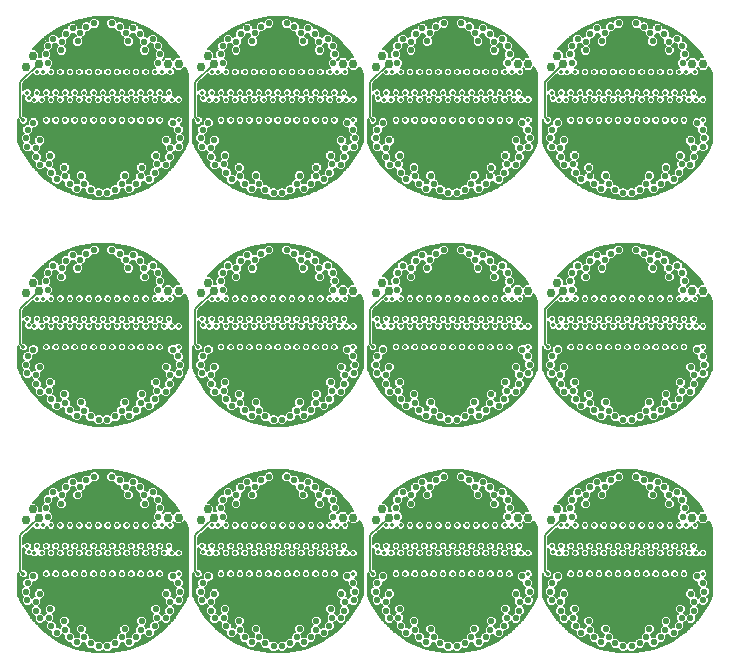
<source format=gbl>
G75*
%MOIN*%
%OFA0B0*%
%FSLAX25Y25*%
%IPPOS*%
%LPD*%
%AMOC8*
5,1,8,0,0,1.08239X$1,22.5*
%
%ADD10C,0.02953*%
%ADD11C,0.02100*%
%ADD12C,0.01387*%
%ADD13C,0.00591*%
%ADD14C,0.00500*%
D10*
X0082155Y0058533D03*
X0060817Y0097116D03*
X0058730Y0099872D03*
X0056526Y0096289D03*
X0082155Y0108533D03*
X0104596Y0100659D03*
X0103809Y0097116D03*
X0107352Y0097116D03*
X0114793Y0096289D03*
X0116998Y0099872D03*
X0119085Y0097116D03*
X0140423Y0108533D03*
X0162864Y0100659D03*
X0162077Y0097116D03*
X0165620Y0097116D03*
X0173061Y0096289D03*
X0175266Y0099872D03*
X0177352Y0097116D03*
X0198691Y0108533D03*
X0221132Y0100659D03*
X0220344Y0097116D03*
X0223888Y0097116D03*
X0231329Y0096289D03*
X0233533Y0099872D03*
X0235620Y0097116D03*
X0256959Y0108533D03*
X0279400Y0100659D03*
X0278612Y0097116D03*
X0282155Y0097116D03*
X0256959Y0134124D03*
X0235620Y0172707D03*
X0233533Y0175463D03*
X0231329Y0171880D03*
X0223888Y0172707D03*
X0220344Y0172707D03*
X0221132Y0176250D03*
X0198691Y0184124D03*
X0177352Y0172707D03*
X0175266Y0175463D03*
X0173061Y0171880D03*
X0165620Y0172707D03*
X0162077Y0172707D03*
X0162864Y0176250D03*
X0140423Y0184124D03*
X0119085Y0172707D03*
X0116998Y0175463D03*
X0114793Y0171880D03*
X0107352Y0172707D03*
X0103809Y0172707D03*
X0104596Y0176250D03*
X0082155Y0184124D03*
X0060817Y0172707D03*
X0058730Y0175463D03*
X0056526Y0171880D03*
X0082155Y0134124D03*
X0140423Y0134124D03*
X0198691Y0134124D03*
X0256959Y0184124D03*
X0279400Y0176250D03*
X0278612Y0172707D03*
X0282155Y0172707D03*
X0256959Y0209715D03*
X0235620Y0248297D03*
X0233533Y0251053D03*
X0231329Y0247470D03*
X0223888Y0248297D03*
X0220344Y0248297D03*
X0221132Y0251841D03*
X0198691Y0259715D03*
X0177352Y0248297D03*
X0175266Y0251053D03*
X0173061Y0247470D03*
X0165620Y0248297D03*
X0162077Y0248297D03*
X0162864Y0251841D03*
X0140423Y0259715D03*
X0119085Y0248297D03*
X0116998Y0251053D03*
X0114793Y0247470D03*
X0107352Y0248297D03*
X0103809Y0248297D03*
X0104596Y0251841D03*
X0082155Y0259715D03*
X0060817Y0248297D03*
X0058730Y0251053D03*
X0056526Y0247470D03*
X0082155Y0209715D03*
X0140423Y0209715D03*
X0198691Y0209715D03*
X0256959Y0259715D03*
X0279400Y0251841D03*
X0278612Y0248297D03*
X0282155Y0248297D03*
X0256959Y0058533D03*
X0198691Y0058533D03*
X0140423Y0058533D03*
D11*
X0138999Y0054234D03*
X0141848Y0054234D03*
X0144553Y0055266D03*
X0146692Y0057258D03*
X0147709Y0059989D03*
X0149128Y0055568D03*
X0151474Y0057265D03*
X0153025Y0059743D03*
X0153300Y0062643D03*
X0155814Y0058740D03*
X0157641Y0060986D03*
X0158498Y0063781D03*
X0158013Y0066654D03*
X0161452Y0063535D03*
X0162635Y0066178D03*
X0162740Y0069099D03*
X0161528Y0071748D03*
X0165657Y0069626D03*
X0166116Y0072484D03*
X0165460Y0075333D03*
X0163604Y0077579D03*
X0173654Y0075333D03*
X0175510Y0077579D03*
X0172998Y0072484D03*
X0173457Y0069626D03*
X0176375Y0069099D03*
X0177586Y0071748D03*
X0176479Y0066178D03*
X0177662Y0063535D03*
X0180616Y0063781D03*
X0181101Y0066654D03*
X0185814Y0062643D03*
X0186090Y0059743D03*
X0187641Y0057265D03*
X0189986Y0055568D03*
X0192422Y0057258D03*
X0191405Y0059989D03*
X0194561Y0055266D03*
X0197266Y0054234D03*
X0200116Y0054234D03*
X0202821Y0055266D03*
X0204960Y0057258D03*
X0205977Y0059989D03*
X0207395Y0055568D03*
X0209741Y0057265D03*
X0211292Y0059743D03*
X0211568Y0062643D03*
X0214082Y0058740D03*
X0215909Y0060986D03*
X0216766Y0063781D03*
X0216281Y0066654D03*
X0219720Y0063535D03*
X0220903Y0066178D03*
X0221007Y0069099D03*
X0219796Y0071748D03*
X0223925Y0069626D03*
X0224383Y0072484D03*
X0223728Y0075333D03*
X0221872Y0077579D03*
X0231921Y0075333D03*
X0233778Y0077579D03*
X0231266Y0072484D03*
X0231725Y0069626D03*
X0234642Y0069099D03*
X0235854Y0071748D03*
X0234747Y0066178D03*
X0235930Y0063535D03*
X0238884Y0063781D03*
X0239369Y0066654D03*
X0244082Y0062643D03*
X0244357Y0059743D03*
X0245908Y0057265D03*
X0248254Y0055568D03*
X0250689Y0057258D03*
X0249673Y0059989D03*
X0252829Y0055266D03*
X0255534Y0054234D03*
X0258383Y0054234D03*
X0261088Y0055266D03*
X0263228Y0057258D03*
X0264245Y0059989D03*
X0265663Y0055568D03*
X0268009Y0057265D03*
X0269560Y0059743D03*
X0269835Y0062643D03*
X0272350Y0058740D03*
X0274177Y0060986D03*
X0275033Y0063781D03*
X0274549Y0066654D03*
X0277988Y0063535D03*
X0279171Y0066178D03*
X0279275Y0069099D03*
X0278063Y0071748D03*
X0282192Y0069626D03*
X0282651Y0072484D03*
X0281996Y0075333D03*
X0280140Y0077579D03*
X0275357Y0097502D03*
X0275991Y0100345D03*
X0275281Y0103181D03*
X0273575Y0105520D03*
X0270736Y0104665D03*
X0270860Y0101754D03*
X0265415Y0104698D03*
X0264543Y0107477D03*
X0262511Y0109578D03*
X0259863Y0110751D03*
X0254054Y0110751D03*
X0251407Y0109578D03*
X0249374Y0107477D03*
X0248502Y0104698D03*
X0246854Y0109038D03*
X0244600Y0107221D03*
X0243181Y0104665D03*
X0243058Y0101754D03*
X0240343Y0105520D03*
X0238636Y0103181D03*
X0237926Y0100345D03*
X0238561Y0097502D03*
X0217723Y0100345D03*
X0217089Y0097502D03*
X0212592Y0101754D03*
X0212469Y0104665D03*
X0211049Y0107221D03*
X0208796Y0109038D03*
X0206275Y0107477D03*
X0207148Y0104698D03*
X0204243Y0109578D03*
X0201595Y0110751D03*
X0195786Y0110751D03*
X0193139Y0109578D03*
X0191107Y0107477D03*
X0190234Y0104698D03*
X0188586Y0109038D03*
X0186332Y0107221D03*
X0184913Y0104665D03*
X0184790Y0101754D03*
X0182075Y0105520D03*
X0180368Y0103181D03*
X0179659Y0100345D03*
X0180293Y0097502D03*
X0159455Y0100345D03*
X0158821Y0097502D03*
X0154324Y0101754D03*
X0154201Y0104665D03*
X0152782Y0107221D03*
X0150528Y0109038D03*
X0148007Y0107477D03*
X0148880Y0104698D03*
X0145975Y0109578D03*
X0143328Y0110751D03*
X0137519Y0110751D03*
X0134871Y0109578D03*
X0132839Y0107477D03*
X0131967Y0104698D03*
X0130319Y0109038D03*
X0128065Y0107221D03*
X0126645Y0104665D03*
X0126522Y0101754D03*
X0123807Y0105520D03*
X0122100Y0103181D03*
X0121391Y0100345D03*
X0122025Y0097502D03*
X0117242Y0077579D03*
X0115386Y0075333D03*
X0114731Y0072484D03*
X0115190Y0069626D03*
X0118107Y0069099D03*
X0119318Y0071748D03*
X0118211Y0066178D03*
X0119394Y0063535D03*
X0122348Y0063781D03*
X0122833Y0066654D03*
X0127546Y0062643D03*
X0127822Y0059743D03*
X0129373Y0057265D03*
X0131719Y0055568D03*
X0134154Y0057258D03*
X0133137Y0059989D03*
X0136293Y0055266D03*
X0125032Y0058740D03*
X0123205Y0060986D03*
X0107389Y0069626D03*
X0107848Y0072484D03*
X0107193Y0075333D03*
X0105337Y0077579D03*
X0103260Y0071748D03*
X0104472Y0069099D03*
X0104368Y0066178D03*
X0103184Y0063535D03*
X0100230Y0063781D03*
X0099746Y0066654D03*
X0095032Y0062643D03*
X0094757Y0059743D03*
X0093206Y0057265D03*
X0090860Y0055568D03*
X0088425Y0057258D03*
X0089441Y0059989D03*
X0086285Y0055266D03*
X0083580Y0054234D03*
X0080731Y0054234D03*
X0078026Y0055266D03*
X0075886Y0057258D03*
X0074870Y0059989D03*
X0073451Y0055568D03*
X0071105Y0057265D03*
X0069554Y0059743D03*
X0069279Y0062643D03*
X0066764Y0058740D03*
X0064938Y0060986D03*
X0064081Y0063781D03*
X0064565Y0066654D03*
X0061127Y0063535D03*
X0059943Y0066178D03*
X0059839Y0069099D03*
X0061051Y0071748D03*
X0056922Y0069626D03*
X0056463Y0072484D03*
X0057118Y0075333D03*
X0058974Y0077579D03*
X0063758Y0097502D03*
X0063123Y0100345D03*
X0063833Y0103181D03*
X0065539Y0105520D03*
X0068378Y0104665D03*
X0068255Y0101754D03*
X0073699Y0104698D03*
X0074571Y0107477D03*
X0076604Y0109578D03*
X0079251Y0110751D03*
X0085060Y0110751D03*
X0087707Y0109578D03*
X0089740Y0107477D03*
X0090612Y0104698D03*
X0092260Y0109038D03*
X0094514Y0107221D03*
X0095933Y0104665D03*
X0096056Y0101754D03*
X0098772Y0105520D03*
X0100478Y0103181D03*
X0101188Y0100345D03*
X0100553Y0097502D03*
X0072051Y0109038D03*
X0069797Y0107221D03*
X0073451Y0131159D03*
X0071105Y0132855D03*
X0069554Y0135333D03*
X0069279Y0138234D03*
X0066764Y0134331D03*
X0064938Y0136577D03*
X0064081Y0139372D03*
X0064565Y0142245D03*
X0061127Y0139126D03*
X0059943Y0141768D03*
X0059839Y0144689D03*
X0061051Y0147339D03*
X0056922Y0145216D03*
X0056463Y0148075D03*
X0057118Y0150924D03*
X0058974Y0153169D03*
X0063758Y0173093D03*
X0063123Y0175936D03*
X0063833Y0178772D03*
X0065539Y0181111D03*
X0068378Y0180256D03*
X0068255Y0177345D03*
X0069797Y0182811D03*
X0072051Y0184628D03*
X0074571Y0183068D03*
X0073699Y0180288D03*
X0076604Y0185169D03*
X0079251Y0186341D03*
X0085060Y0186341D03*
X0087707Y0185169D03*
X0089740Y0183068D03*
X0090612Y0180288D03*
X0092260Y0184628D03*
X0094514Y0182811D03*
X0095933Y0180256D03*
X0096056Y0177345D03*
X0098772Y0181111D03*
X0100478Y0178772D03*
X0101188Y0175936D03*
X0100553Y0173093D03*
X0105337Y0153169D03*
X0107193Y0150924D03*
X0107848Y0148075D03*
X0107389Y0145216D03*
X0104472Y0144689D03*
X0103260Y0147339D03*
X0104368Y0141768D03*
X0103184Y0139126D03*
X0100230Y0139372D03*
X0099746Y0142245D03*
X0099373Y0136577D03*
X0097547Y0134331D03*
X0094757Y0135333D03*
X0095032Y0138234D03*
X0093206Y0132855D03*
X0090860Y0131159D03*
X0088425Y0132849D03*
X0089441Y0135579D03*
X0086285Y0130857D03*
X0083580Y0129825D03*
X0080731Y0129825D03*
X0078026Y0130857D03*
X0075886Y0132849D03*
X0074870Y0135579D03*
X0115190Y0145216D03*
X0114731Y0148075D03*
X0115386Y0150924D03*
X0117242Y0153169D03*
X0119318Y0147339D03*
X0118107Y0144689D03*
X0118211Y0141768D03*
X0119394Y0139126D03*
X0122348Y0139372D03*
X0122833Y0142245D03*
X0123205Y0136577D03*
X0125032Y0134331D03*
X0127822Y0135333D03*
X0127546Y0138234D03*
X0129373Y0132855D03*
X0131719Y0131159D03*
X0134154Y0132849D03*
X0133137Y0135579D03*
X0136293Y0130857D03*
X0138999Y0129825D03*
X0141848Y0129825D03*
X0144553Y0130857D03*
X0146692Y0132849D03*
X0147709Y0135579D03*
X0149128Y0131159D03*
X0151474Y0132855D03*
X0153025Y0135333D03*
X0153300Y0138234D03*
X0155814Y0134331D03*
X0157641Y0136577D03*
X0158498Y0139372D03*
X0158013Y0142245D03*
X0161452Y0139126D03*
X0162635Y0141768D03*
X0162740Y0144689D03*
X0161528Y0147339D03*
X0165657Y0145216D03*
X0166116Y0148075D03*
X0165460Y0150924D03*
X0163604Y0153169D03*
X0173654Y0150924D03*
X0175510Y0153169D03*
X0172998Y0148075D03*
X0173457Y0145216D03*
X0176375Y0144689D03*
X0177586Y0147339D03*
X0176479Y0141768D03*
X0177662Y0139126D03*
X0180616Y0139372D03*
X0181101Y0142245D03*
X0181473Y0136577D03*
X0183300Y0134331D03*
X0186090Y0135333D03*
X0185814Y0138234D03*
X0187641Y0132855D03*
X0189986Y0131159D03*
X0192422Y0132849D03*
X0191405Y0135579D03*
X0194561Y0130857D03*
X0197266Y0129825D03*
X0200116Y0129825D03*
X0202821Y0130857D03*
X0204960Y0132849D03*
X0205977Y0135579D03*
X0207395Y0131159D03*
X0209741Y0132855D03*
X0211292Y0135333D03*
X0211568Y0138234D03*
X0214082Y0134331D03*
X0215909Y0136577D03*
X0216766Y0139372D03*
X0216281Y0142245D03*
X0219720Y0139126D03*
X0220903Y0141768D03*
X0221007Y0144689D03*
X0219796Y0147339D03*
X0223925Y0145216D03*
X0224383Y0148075D03*
X0223728Y0150924D03*
X0221872Y0153169D03*
X0231921Y0150924D03*
X0233778Y0153169D03*
X0231266Y0148075D03*
X0231725Y0145216D03*
X0234642Y0144689D03*
X0235854Y0147339D03*
X0234747Y0141768D03*
X0235930Y0139126D03*
X0238884Y0139372D03*
X0239369Y0142245D03*
X0239741Y0136577D03*
X0241568Y0134331D03*
X0244357Y0135333D03*
X0244082Y0138234D03*
X0245908Y0132855D03*
X0248254Y0131159D03*
X0250689Y0132849D03*
X0249673Y0135579D03*
X0252829Y0130857D03*
X0255534Y0129825D03*
X0258383Y0129825D03*
X0261088Y0130857D03*
X0263228Y0132849D03*
X0264245Y0135579D03*
X0265663Y0131159D03*
X0268009Y0132855D03*
X0269560Y0135333D03*
X0269835Y0138234D03*
X0272350Y0134331D03*
X0274177Y0136577D03*
X0275033Y0139372D03*
X0274549Y0142245D03*
X0277988Y0139126D03*
X0279171Y0141768D03*
X0279275Y0144689D03*
X0278063Y0147339D03*
X0282192Y0145216D03*
X0282651Y0148075D03*
X0281996Y0150924D03*
X0280140Y0153169D03*
X0275357Y0173093D03*
X0275991Y0175936D03*
X0275281Y0178772D03*
X0273575Y0181111D03*
X0270736Y0180256D03*
X0270860Y0177345D03*
X0269317Y0182811D03*
X0267063Y0184628D03*
X0264543Y0183068D03*
X0265415Y0180288D03*
X0262511Y0185169D03*
X0259863Y0186341D03*
X0254054Y0186341D03*
X0251407Y0185169D03*
X0249374Y0183068D03*
X0248502Y0180288D03*
X0246854Y0184628D03*
X0244600Y0182811D03*
X0243181Y0180256D03*
X0243058Y0177345D03*
X0240343Y0181111D03*
X0238636Y0178772D03*
X0237926Y0175936D03*
X0238561Y0173093D03*
X0217723Y0175936D03*
X0217089Y0173093D03*
X0217014Y0178772D03*
X0215307Y0181111D03*
X0212469Y0180256D03*
X0212592Y0177345D03*
X0211049Y0182811D03*
X0208796Y0184628D03*
X0206275Y0183068D03*
X0207148Y0180288D03*
X0204243Y0185169D03*
X0201595Y0186341D03*
X0195786Y0186341D03*
X0193139Y0185169D03*
X0191107Y0183068D03*
X0190234Y0180288D03*
X0188586Y0184628D03*
X0186332Y0182811D03*
X0184913Y0180256D03*
X0184790Y0177345D03*
X0182075Y0181111D03*
X0180368Y0178772D03*
X0179659Y0175936D03*
X0180293Y0173093D03*
X0159455Y0175936D03*
X0158821Y0173093D03*
X0158746Y0178772D03*
X0157039Y0181111D03*
X0154201Y0180256D03*
X0154324Y0177345D03*
X0152782Y0182811D03*
X0150528Y0184628D03*
X0148007Y0183068D03*
X0148880Y0180288D03*
X0145975Y0185169D03*
X0143328Y0186341D03*
X0137519Y0186341D03*
X0134871Y0185169D03*
X0132839Y0183068D03*
X0131967Y0180288D03*
X0130319Y0184628D03*
X0128065Y0182811D03*
X0126645Y0180256D03*
X0126522Y0177345D03*
X0123807Y0181111D03*
X0122100Y0178772D03*
X0121391Y0175936D03*
X0122025Y0173093D03*
X0138999Y0205416D03*
X0141848Y0205416D03*
X0144553Y0206448D03*
X0146692Y0208439D03*
X0147709Y0211170D03*
X0149128Y0206749D03*
X0151474Y0208446D03*
X0153025Y0210924D03*
X0153300Y0213824D03*
X0155814Y0209921D03*
X0157641Y0212168D03*
X0158498Y0214962D03*
X0158013Y0217835D03*
X0161452Y0214716D03*
X0162635Y0217359D03*
X0162740Y0220280D03*
X0161528Y0222929D03*
X0165657Y0220807D03*
X0166116Y0223665D03*
X0165460Y0226514D03*
X0163604Y0228760D03*
X0173654Y0226514D03*
X0175510Y0228760D03*
X0172998Y0223665D03*
X0173457Y0220807D03*
X0176375Y0220280D03*
X0177586Y0222929D03*
X0176479Y0217359D03*
X0177662Y0214716D03*
X0180616Y0214962D03*
X0181101Y0217835D03*
X0181473Y0212168D03*
X0183300Y0209921D03*
X0186090Y0210924D03*
X0185814Y0213824D03*
X0187641Y0208446D03*
X0189986Y0206749D03*
X0192422Y0208439D03*
X0191405Y0211170D03*
X0194561Y0206448D03*
X0197266Y0205416D03*
X0200116Y0205416D03*
X0202821Y0206448D03*
X0204960Y0208439D03*
X0205977Y0211170D03*
X0207395Y0206749D03*
X0209741Y0208446D03*
X0211292Y0210924D03*
X0211568Y0213824D03*
X0214082Y0209921D03*
X0215909Y0212168D03*
X0216766Y0214962D03*
X0216281Y0217835D03*
X0219720Y0214716D03*
X0220903Y0217359D03*
X0221007Y0220280D03*
X0219796Y0222929D03*
X0223925Y0220807D03*
X0224383Y0223665D03*
X0223728Y0226514D03*
X0221872Y0228760D03*
X0231921Y0226514D03*
X0233778Y0228760D03*
X0231266Y0223665D03*
X0231725Y0220807D03*
X0234642Y0220280D03*
X0235854Y0222929D03*
X0234747Y0217359D03*
X0235930Y0214716D03*
X0238884Y0214962D03*
X0239369Y0217835D03*
X0239741Y0212168D03*
X0241568Y0209921D03*
X0244357Y0210924D03*
X0244082Y0213824D03*
X0245908Y0208446D03*
X0248254Y0206749D03*
X0250689Y0208439D03*
X0249673Y0211170D03*
X0252829Y0206448D03*
X0255534Y0205416D03*
X0258383Y0205416D03*
X0261088Y0206448D03*
X0263228Y0208439D03*
X0264245Y0211170D03*
X0265663Y0206749D03*
X0268009Y0208446D03*
X0269560Y0210924D03*
X0269835Y0213824D03*
X0272350Y0209921D03*
X0274177Y0212168D03*
X0275033Y0214962D03*
X0274549Y0217835D03*
X0277988Y0214716D03*
X0279171Y0217359D03*
X0279275Y0220280D03*
X0278063Y0222929D03*
X0282192Y0220807D03*
X0282651Y0223665D03*
X0281996Y0226514D03*
X0280140Y0228760D03*
X0275357Y0248683D03*
X0275991Y0251527D03*
X0275281Y0254362D03*
X0273575Y0256701D03*
X0270736Y0255846D03*
X0270860Y0252935D03*
X0269317Y0258402D03*
X0267063Y0260219D03*
X0264543Y0258658D03*
X0265415Y0255879D03*
X0262511Y0260760D03*
X0259863Y0261932D03*
X0254054Y0261932D03*
X0251407Y0260760D03*
X0249374Y0258658D03*
X0248502Y0255879D03*
X0246854Y0260219D03*
X0244600Y0258402D03*
X0243181Y0255846D03*
X0243058Y0252935D03*
X0240343Y0256701D03*
X0238636Y0254362D03*
X0237926Y0251527D03*
X0238561Y0248683D03*
X0217723Y0251527D03*
X0217089Y0248683D03*
X0217014Y0254362D03*
X0215307Y0256701D03*
X0212469Y0255846D03*
X0212592Y0252935D03*
X0211049Y0258402D03*
X0208796Y0260219D03*
X0206275Y0258658D03*
X0207148Y0255879D03*
X0204243Y0260760D03*
X0201595Y0261932D03*
X0195786Y0261932D03*
X0193139Y0260760D03*
X0191107Y0258658D03*
X0190234Y0255879D03*
X0188586Y0260219D03*
X0186332Y0258402D03*
X0184913Y0255846D03*
X0184790Y0252935D03*
X0182075Y0256701D03*
X0180368Y0254362D03*
X0179659Y0251527D03*
X0180293Y0248683D03*
X0159455Y0251527D03*
X0158821Y0248683D03*
X0158746Y0254362D03*
X0157039Y0256701D03*
X0154201Y0255846D03*
X0154324Y0252935D03*
X0152782Y0258402D03*
X0150528Y0260219D03*
X0148007Y0258658D03*
X0148880Y0255879D03*
X0145975Y0260760D03*
X0143328Y0261932D03*
X0137519Y0261932D03*
X0134871Y0260760D03*
X0132839Y0258658D03*
X0131967Y0255879D03*
X0130319Y0260219D03*
X0128065Y0258402D03*
X0126645Y0255846D03*
X0126522Y0252935D03*
X0123807Y0256701D03*
X0122100Y0254362D03*
X0121391Y0251527D03*
X0122025Y0248683D03*
X0117242Y0228760D03*
X0115386Y0226514D03*
X0114731Y0223665D03*
X0115190Y0220807D03*
X0118107Y0220280D03*
X0119318Y0222929D03*
X0118211Y0217359D03*
X0119394Y0214716D03*
X0122348Y0214962D03*
X0122833Y0217835D03*
X0123205Y0212168D03*
X0125032Y0209921D03*
X0127822Y0210924D03*
X0127546Y0213824D03*
X0129373Y0208446D03*
X0131719Y0206749D03*
X0134154Y0208439D03*
X0133137Y0211170D03*
X0136293Y0206448D03*
X0107389Y0220807D03*
X0107848Y0223665D03*
X0107193Y0226514D03*
X0105337Y0228760D03*
X0103260Y0222929D03*
X0104472Y0220280D03*
X0104368Y0217359D03*
X0103184Y0214716D03*
X0100230Y0214962D03*
X0099746Y0217835D03*
X0099373Y0212168D03*
X0097547Y0209921D03*
X0094757Y0210924D03*
X0095032Y0213824D03*
X0093206Y0208446D03*
X0090860Y0206749D03*
X0088425Y0208439D03*
X0089441Y0211170D03*
X0086285Y0206448D03*
X0083580Y0205416D03*
X0080731Y0205416D03*
X0078026Y0206448D03*
X0075886Y0208439D03*
X0074870Y0211170D03*
X0073451Y0206749D03*
X0071105Y0208446D03*
X0069554Y0210924D03*
X0069279Y0213824D03*
X0066764Y0209921D03*
X0064938Y0212168D03*
X0064081Y0214962D03*
X0064565Y0217835D03*
X0061127Y0214716D03*
X0059943Y0217359D03*
X0059839Y0220280D03*
X0061051Y0222929D03*
X0056922Y0220807D03*
X0056463Y0223665D03*
X0057118Y0226514D03*
X0058974Y0228760D03*
X0063758Y0248683D03*
X0063123Y0251527D03*
X0063833Y0254362D03*
X0065539Y0256701D03*
X0068378Y0255846D03*
X0068255Y0252935D03*
X0069797Y0258402D03*
X0072051Y0260219D03*
X0074571Y0258658D03*
X0073699Y0255879D03*
X0076604Y0260760D03*
X0079251Y0261932D03*
X0085060Y0261932D03*
X0087707Y0260760D03*
X0089740Y0258658D03*
X0090612Y0255879D03*
X0092260Y0260219D03*
X0094514Y0258402D03*
X0095933Y0255846D03*
X0096056Y0252935D03*
X0098772Y0256701D03*
X0100478Y0254362D03*
X0101188Y0251527D03*
X0100553Y0248683D03*
X0157039Y0105520D03*
X0158746Y0103181D03*
X0181473Y0060986D03*
X0183300Y0058740D03*
X0217014Y0103181D03*
X0215307Y0105520D03*
X0239741Y0060986D03*
X0241568Y0058740D03*
X0269317Y0107221D03*
X0267063Y0109038D03*
X0099373Y0060986D03*
X0097547Y0058740D03*
D12*
X0095935Y0056368D03*
X0101919Y0061132D03*
X0106683Y0067037D03*
X0115620Y0066604D03*
X0120344Y0060699D03*
X0126644Y0056368D03*
X0134045Y0053967D03*
X0146880Y0053927D03*
X0154203Y0056368D03*
X0160187Y0061132D03*
X0164951Y0067037D03*
X0173888Y0066604D03*
X0178612Y0060699D03*
X0184911Y0056368D03*
X0192313Y0053967D03*
X0205148Y0053927D03*
X0212470Y0056368D03*
X0218455Y0061132D03*
X0223218Y0067037D03*
X0232155Y0066604D03*
X0236880Y0060699D03*
X0243179Y0056368D03*
X0250581Y0053967D03*
X0263415Y0053927D03*
X0270738Y0056368D03*
X0276722Y0061132D03*
X0281486Y0067037D03*
X0282155Y0078415D03*
X0275856Y0078415D03*
X0272707Y0078415D03*
X0269557Y0078415D03*
X0266407Y0078415D03*
X0263258Y0078415D03*
X0260108Y0078415D03*
X0256959Y0078415D03*
X0253809Y0078415D03*
X0250659Y0078415D03*
X0247510Y0078415D03*
X0244360Y0078415D03*
X0241211Y0078415D03*
X0238061Y0078415D03*
X0236486Y0085305D03*
X0234124Y0085305D03*
X0232155Y0085699D03*
X0231762Y0087667D03*
X0234911Y0087667D03*
X0238061Y0087667D03*
X0239636Y0085305D03*
X0241211Y0087667D03*
X0242785Y0085305D03*
X0244360Y0087667D03*
X0245935Y0085305D03*
X0247510Y0087667D03*
X0249085Y0085305D03*
X0250659Y0087667D03*
X0252234Y0085305D03*
X0253809Y0087667D03*
X0255384Y0085305D03*
X0256959Y0087667D03*
X0258533Y0085305D03*
X0260108Y0087667D03*
X0261683Y0085305D03*
X0263258Y0087667D03*
X0264833Y0085305D03*
X0266407Y0087667D03*
X0267982Y0085305D03*
X0269557Y0087667D03*
X0271132Y0085305D03*
X0272707Y0087667D03*
X0274281Y0085305D03*
X0275856Y0087667D03*
X0277431Y0085305D03*
X0279793Y0085305D03*
X0281014Y0086959D03*
X0282155Y0085305D03*
X0279006Y0087667D03*
X0279400Y0094557D03*
X0276644Y0094557D03*
X0274281Y0094557D03*
X0271132Y0094557D03*
X0267982Y0094557D03*
X0264833Y0094557D03*
X0261683Y0094557D03*
X0258533Y0094557D03*
X0255384Y0094557D03*
X0252234Y0094557D03*
X0249085Y0094557D03*
X0245935Y0094557D03*
X0242785Y0094557D03*
X0239636Y0094557D03*
X0236880Y0094557D03*
X0234911Y0094557D03*
X0235896Y0103140D03*
X0241998Y0107864D03*
X0249163Y0111014D03*
X0256919Y0112037D03*
X0264833Y0111093D03*
X0271919Y0107943D03*
X0263415Y0129518D03*
X0270738Y0131959D03*
X0276722Y0136722D03*
X0281486Y0142628D03*
X0282155Y0154006D03*
X0275856Y0154006D03*
X0272707Y0154006D03*
X0269557Y0154006D03*
X0266407Y0154006D03*
X0263258Y0154006D03*
X0260108Y0154006D03*
X0256959Y0154006D03*
X0253809Y0154006D03*
X0250659Y0154006D03*
X0247510Y0154006D03*
X0244360Y0154006D03*
X0241211Y0154006D03*
X0238061Y0154006D03*
X0236486Y0160896D03*
X0234124Y0160896D03*
X0232155Y0161289D03*
X0231762Y0163258D03*
X0234911Y0163258D03*
X0238061Y0163258D03*
X0239636Y0160896D03*
X0241211Y0163258D03*
X0242785Y0160896D03*
X0244360Y0163258D03*
X0245935Y0160896D03*
X0247510Y0163258D03*
X0249085Y0160896D03*
X0250659Y0163258D03*
X0252234Y0160896D03*
X0253809Y0163258D03*
X0255384Y0160896D03*
X0256959Y0163258D03*
X0258533Y0160896D03*
X0260108Y0163258D03*
X0261683Y0160896D03*
X0263258Y0163258D03*
X0264833Y0160896D03*
X0266407Y0163258D03*
X0267982Y0160896D03*
X0269557Y0163258D03*
X0271132Y0160896D03*
X0272707Y0163258D03*
X0274281Y0160896D03*
X0275856Y0163258D03*
X0277431Y0160896D03*
X0279793Y0160896D03*
X0281014Y0162549D03*
X0282155Y0160896D03*
X0279006Y0163258D03*
X0279400Y0170148D03*
X0276644Y0170148D03*
X0274281Y0170148D03*
X0271132Y0170148D03*
X0267982Y0170148D03*
X0264833Y0170148D03*
X0261683Y0170148D03*
X0258533Y0170148D03*
X0255384Y0170148D03*
X0252234Y0170148D03*
X0249085Y0170148D03*
X0245935Y0170148D03*
X0242785Y0170148D03*
X0239636Y0170148D03*
X0236880Y0170148D03*
X0234911Y0170148D03*
X0235896Y0178730D03*
X0241998Y0183455D03*
X0249163Y0186604D03*
X0256919Y0187628D03*
X0264833Y0186683D03*
X0271919Y0183533D03*
X0263415Y0205108D03*
X0270738Y0207549D03*
X0276722Y0212313D03*
X0281486Y0218219D03*
X0282155Y0229596D03*
X0275856Y0229596D03*
X0272707Y0229596D03*
X0269557Y0229596D03*
X0266407Y0229596D03*
X0263258Y0229596D03*
X0260108Y0229596D03*
X0256959Y0229596D03*
X0253809Y0229596D03*
X0250659Y0229596D03*
X0247510Y0229596D03*
X0244360Y0229596D03*
X0241211Y0229596D03*
X0238061Y0229596D03*
X0236486Y0236486D03*
X0234124Y0236486D03*
X0232155Y0236880D03*
X0231762Y0238848D03*
X0234911Y0238848D03*
X0238061Y0238848D03*
X0239636Y0236486D03*
X0241211Y0238848D03*
X0242785Y0236486D03*
X0244360Y0238848D03*
X0245935Y0236486D03*
X0247510Y0238848D03*
X0249085Y0236486D03*
X0250659Y0238848D03*
X0252234Y0236486D03*
X0253809Y0238848D03*
X0255384Y0236486D03*
X0256959Y0238848D03*
X0258533Y0236486D03*
X0260108Y0238848D03*
X0261683Y0236486D03*
X0263258Y0238848D03*
X0264833Y0236486D03*
X0266407Y0238848D03*
X0267982Y0236486D03*
X0269557Y0238848D03*
X0271132Y0236486D03*
X0272707Y0238848D03*
X0274281Y0236486D03*
X0275856Y0238848D03*
X0277431Y0236486D03*
X0279793Y0236486D03*
X0281014Y0238140D03*
X0282155Y0236486D03*
X0279006Y0238848D03*
X0279400Y0245738D03*
X0276644Y0245738D03*
X0274281Y0245738D03*
X0271132Y0245738D03*
X0267982Y0245738D03*
X0264833Y0245738D03*
X0261683Y0245738D03*
X0258533Y0245738D03*
X0255384Y0245738D03*
X0252234Y0245738D03*
X0249085Y0245738D03*
X0245935Y0245738D03*
X0242785Y0245738D03*
X0239636Y0245738D03*
X0236880Y0245738D03*
X0234911Y0245738D03*
X0235896Y0254321D03*
X0241998Y0259045D03*
X0249163Y0262195D03*
X0256919Y0263219D03*
X0264833Y0262274D03*
X0271919Y0259124D03*
X0230418Y0229596D03*
X0223888Y0229596D03*
X0217589Y0229596D03*
X0214439Y0229596D03*
X0211289Y0229596D03*
X0208140Y0229596D03*
X0204990Y0229596D03*
X0201841Y0229596D03*
X0198691Y0229596D03*
X0195541Y0229596D03*
X0192392Y0229596D03*
X0189242Y0229596D03*
X0186093Y0229596D03*
X0182943Y0229596D03*
X0179793Y0229596D03*
X0178218Y0236486D03*
X0175856Y0236486D03*
X0173888Y0236880D03*
X0173494Y0238848D03*
X0176644Y0238848D03*
X0179793Y0238848D03*
X0181368Y0236486D03*
X0182943Y0238848D03*
X0184518Y0236486D03*
X0186093Y0238848D03*
X0187667Y0236486D03*
X0189242Y0238848D03*
X0190817Y0236486D03*
X0192392Y0238848D03*
X0193967Y0236486D03*
X0195541Y0238848D03*
X0197116Y0236486D03*
X0198691Y0238848D03*
X0200266Y0236486D03*
X0201841Y0238848D03*
X0203415Y0236486D03*
X0204990Y0238848D03*
X0206565Y0236486D03*
X0208140Y0238848D03*
X0209715Y0236486D03*
X0211289Y0238848D03*
X0212864Y0236486D03*
X0214439Y0238848D03*
X0216014Y0236486D03*
X0217589Y0238848D03*
X0219163Y0236486D03*
X0221526Y0236486D03*
X0222746Y0238140D03*
X0223888Y0236486D03*
X0220738Y0238848D03*
X0221132Y0245738D03*
X0218376Y0245738D03*
X0216014Y0245738D03*
X0212864Y0245738D03*
X0209715Y0245738D03*
X0206565Y0245738D03*
X0203415Y0245738D03*
X0200266Y0245738D03*
X0197116Y0245738D03*
X0193967Y0245738D03*
X0190817Y0245738D03*
X0187667Y0245738D03*
X0184518Y0245738D03*
X0181368Y0245738D03*
X0178612Y0245738D03*
X0176644Y0245738D03*
X0177628Y0254321D03*
X0183730Y0259045D03*
X0190896Y0262195D03*
X0198652Y0263219D03*
X0206565Y0262274D03*
X0213652Y0259124D03*
X0223218Y0218219D03*
X0218455Y0212313D03*
X0212470Y0207549D03*
X0205148Y0205108D03*
X0192313Y0205148D03*
X0184911Y0207549D03*
X0178612Y0211880D03*
X0173888Y0217785D03*
X0164951Y0218219D03*
X0160187Y0212313D03*
X0154203Y0207549D03*
X0146880Y0205108D03*
X0134045Y0205148D03*
X0126644Y0207549D03*
X0120344Y0211880D03*
X0115620Y0217785D03*
X0106683Y0218219D03*
X0101919Y0212313D03*
X0095935Y0207549D03*
X0088612Y0205108D03*
X0075778Y0205148D03*
X0068376Y0207549D03*
X0062077Y0211880D03*
X0057352Y0217785D03*
X0055615Y0229596D03*
X0057352Y0236880D03*
X0056959Y0238848D03*
X0060108Y0238848D03*
X0059321Y0236486D03*
X0061683Y0236486D03*
X0063258Y0238848D03*
X0064833Y0236486D03*
X0066407Y0238848D03*
X0067982Y0236486D03*
X0069557Y0238848D03*
X0071132Y0236486D03*
X0072707Y0238848D03*
X0074281Y0236486D03*
X0075856Y0238848D03*
X0077431Y0236486D03*
X0079006Y0238848D03*
X0080581Y0236486D03*
X0082155Y0238848D03*
X0083730Y0236486D03*
X0085305Y0238848D03*
X0086880Y0236486D03*
X0088455Y0238848D03*
X0090030Y0236486D03*
X0091604Y0238848D03*
X0093179Y0236486D03*
X0094754Y0238848D03*
X0096329Y0236486D03*
X0097904Y0238848D03*
X0099478Y0236486D03*
X0101053Y0238848D03*
X0102628Y0236486D03*
X0104990Y0236486D03*
X0106211Y0238140D03*
X0107352Y0236486D03*
X0104203Y0238848D03*
X0104596Y0245738D03*
X0101841Y0245738D03*
X0099478Y0245738D03*
X0096329Y0245738D03*
X0093179Y0245738D03*
X0090030Y0245738D03*
X0086880Y0245738D03*
X0083730Y0245738D03*
X0080581Y0245738D03*
X0077431Y0245738D03*
X0074281Y0245738D03*
X0071132Y0245738D03*
X0067982Y0245738D03*
X0064833Y0245738D03*
X0062077Y0245738D03*
X0060108Y0245738D03*
X0061093Y0254321D03*
X0067195Y0259045D03*
X0074360Y0262195D03*
X0082116Y0263219D03*
X0090030Y0262274D03*
X0097116Y0259124D03*
X0119360Y0254321D03*
X0125463Y0259045D03*
X0132628Y0262195D03*
X0140384Y0263219D03*
X0148297Y0262274D03*
X0155384Y0259124D03*
X0154596Y0245738D03*
X0151447Y0245738D03*
X0148297Y0245738D03*
X0145148Y0245738D03*
X0141998Y0245738D03*
X0138848Y0245738D03*
X0135699Y0245738D03*
X0132549Y0245738D03*
X0129400Y0245738D03*
X0126250Y0245738D03*
X0123100Y0245738D03*
X0120344Y0245738D03*
X0118376Y0245738D03*
X0118376Y0238848D03*
X0117589Y0236486D03*
X0115620Y0236880D03*
X0115226Y0238848D03*
X0119951Y0236486D03*
X0121526Y0238848D03*
X0123100Y0236486D03*
X0124675Y0238848D03*
X0126250Y0236486D03*
X0127825Y0238848D03*
X0129400Y0236486D03*
X0130974Y0238848D03*
X0132549Y0236486D03*
X0134124Y0238848D03*
X0135699Y0236486D03*
X0137274Y0238848D03*
X0138848Y0236486D03*
X0140423Y0238848D03*
X0141998Y0236486D03*
X0143573Y0238848D03*
X0145148Y0236486D03*
X0146722Y0238848D03*
X0148297Y0236486D03*
X0149872Y0238848D03*
X0151447Y0236486D03*
X0153022Y0238848D03*
X0154596Y0236486D03*
X0156171Y0238848D03*
X0157746Y0236486D03*
X0159321Y0238848D03*
X0160896Y0236486D03*
X0163258Y0236486D03*
X0164478Y0238140D03*
X0165620Y0236486D03*
X0162470Y0238848D03*
X0162864Y0245738D03*
X0160108Y0245738D03*
X0157746Y0245738D03*
X0156171Y0229596D03*
X0153022Y0229596D03*
X0149872Y0229596D03*
X0146722Y0229596D03*
X0143573Y0229596D03*
X0140423Y0229596D03*
X0137274Y0229596D03*
X0134124Y0229596D03*
X0130974Y0229596D03*
X0127825Y0229596D03*
X0124675Y0229596D03*
X0121526Y0229596D03*
X0113883Y0229596D03*
X0107352Y0229596D03*
X0101053Y0229596D03*
X0097904Y0229596D03*
X0094754Y0229596D03*
X0091604Y0229596D03*
X0088455Y0229596D03*
X0085305Y0229596D03*
X0082155Y0229596D03*
X0079006Y0229596D03*
X0075856Y0229596D03*
X0072707Y0229596D03*
X0069557Y0229596D03*
X0066407Y0229596D03*
X0063258Y0229596D03*
X0074360Y0186604D03*
X0082116Y0187628D03*
X0090030Y0186683D03*
X0097116Y0183533D03*
X0096329Y0170148D03*
X0099478Y0170148D03*
X0101841Y0170148D03*
X0104596Y0170148D03*
X0104203Y0163258D03*
X0106211Y0162549D03*
X0107352Y0160896D03*
X0104990Y0160896D03*
X0102628Y0160896D03*
X0101053Y0163258D03*
X0099478Y0160896D03*
X0097904Y0163258D03*
X0096329Y0160896D03*
X0094754Y0163258D03*
X0093179Y0160896D03*
X0091604Y0163258D03*
X0090030Y0160896D03*
X0088455Y0163258D03*
X0086880Y0160896D03*
X0085305Y0163258D03*
X0083730Y0160896D03*
X0082155Y0163258D03*
X0080581Y0160896D03*
X0079006Y0163258D03*
X0077431Y0160896D03*
X0075856Y0163258D03*
X0074281Y0160896D03*
X0072707Y0163258D03*
X0071132Y0160896D03*
X0069557Y0163258D03*
X0067982Y0160896D03*
X0066407Y0163258D03*
X0064833Y0160896D03*
X0063258Y0163258D03*
X0061683Y0160896D03*
X0059321Y0160896D03*
X0057352Y0161289D03*
X0056959Y0163258D03*
X0060108Y0163258D03*
X0060108Y0170148D03*
X0062077Y0170148D03*
X0064833Y0170148D03*
X0067982Y0170148D03*
X0071132Y0170148D03*
X0074281Y0170148D03*
X0077431Y0170148D03*
X0080581Y0170148D03*
X0083730Y0170148D03*
X0086880Y0170148D03*
X0090030Y0170148D03*
X0093179Y0170148D03*
X0091604Y0154006D03*
X0088455Y0154006D03*
X0085305Y0154006D03*
X0082155Y0154006D03*
X0079006Y0154006D03*
X0075856Y0154006D03*
X0072707Y0154006D03*
X0069557Y0154006D03*
X0066407Y0154006D03*
X0063258Y0154006D03*
X0055615Y0154006D03*
X0057352Y0142195D03*
X0062077Y0136289D03*
X0068376Y0131959D03*
X0075778Y0129557D03*
X0088612Y0129518D03*
X0095935Y0131959D03*
X0101919Y0136722D03*
X0106683Y0142628D03*
X0115620Y0142195D03*
X0120344Y0136289D03*
X0126644Y0131959D03*
X0134045Y0129557D03*
X0146880Y0129518D03*
X0154203Y0131959D03*
X0160187Y0136722D03*
X0164951Y0142628D03*
X0173888Y0142195D03*
X0178612Y0136289D03*
X0184911Y0131959D03*
X0192313Y0129557D03*
X0205148Y0129518D03*
X0212470Y0131959D03*
X0218455Y0136722D03*
X0223218Y0142628D03*
X0232155Y0142195D03*
X0236880Y0136289D03*
X0243179Y0131959D03*
X0250581Y0129557D03*
X0230418Y0154006D03*
X0223888Y0154006D03*
X0217589Y0154006D03*
X0214439Y0154006D03*
X0211289Y0154006D03*
X0208140Y0154006D03*
X0204990Y0154006D03*
X0201841Y0154006D03*
X0198691Y0154006D03*
X0195541Y0154006D03*
X0192392Y0154006D03*
X0189242Y0154006D03*
X0186093Y0154006D03*
X0182943Y0154006D03*
X0179793Y0154006D03*
X0178218Y0160896D03*
X0175856Y0160896D03*
X0173888Y0161289D03*
X0173494Y0163258D03*
X0176644Y0163258D03*
X0179793Y0163258D03*
X0181368Y0160896D03*
X0182943Y0163258D03*
X0184518Y0160896D03*
X0186093Y0163258D03*
X0187667Y0160896D03*
X0189242Y0163258D03*
X0190817Y0160896D03*
X0192392Y0163258D03*
X0193967Y0160896D03*
X0195541Y0163258D03*
X0197116Y0160896D03*
X0198691Y0163258D03*
X0200266Y0160896D03*
X0201841Y0163258D03*
X0203415Y0160896D03*
X0204990Y0163258D03*
X0206565Y0160896D03*
X0208140Y0163258D03*
X0209715Y0160896D03*
X0211289Y0163258D03*
X0212864Y0160896D03*
X0214439Y0163258D03*
X0216014Y0160896D03*
X0217589Y0163258D03*
X0219163Y0160896D03*
X0221526Y0160896D03*
X0222746Y0162549D03*
X0223888Y0160896D03*
X0220738Y0163258D03*
X0221132Y0170148D03*
X0218376Y0170148D03*
X0216014Y0170148D03*
X0212864Y0170148D03*
X0209715Y0170148D03*
X0206565Y0170148D03*
X0203415Y0170148D03*
X0200266Y0170148D03*
X0197116Y0170148D03*
X0193967Y0170148D03*
X0190817Y0170148D03*
X0187667Y0170148D03*
X0184518Y0170148D03*
X0181368Y0170148D03*
X0178612Y0170148D03*
X0176644Y0170148D03*
X0177628Y0178730D03*
X0183730Y0183455D03*
X0190896Y0186604D03*
X0198652Y0187628D03*
X0206565Y0186683D03*
X0213652Y0183533D03*
X0236880Y0211880D03*
X0243179Y0207549D03*
X0250581Y0205148D03*
X0232155Y0217785D03*
X0172150Y0229596D03*
X0165620Y0229596D03*
X0159321Y0229596D03*
X0148297Y0186683D03*
X0155384Y0183533D03*
X0154596Y0170148D03*
X0151447Y0170148D03*
X0148297Y0170148D03*
X0145148Y0170148D03*
X0141998Y0170148D03*
X0138848Y0170148D03*
X0135699Y0170148D03*
X0132549Y0170148D03*
X0129400Y0170148D03*
X0126250Y0170148D03*
X0123100Y0170148D03*
X0120344Y0170148D03*
X0118376Y0170148D03*
X0118376Y0163258D03*
X0117589Y0160896D03*
X0115620Y0161289D03*
X0115226Y0163258D03*
X0119951Y0160896D03*
X0121526Y0163258D03*
X0123100Y0160896D03*
X0124675Y0163258D03*
X0126250Y0160896D03*
X0127825Y0163258D03*
X0129400Y0160896D03*
X0130974Y0163258D03*
X0132549Y0160896D03*
X0134124Y0163258D03*
X0135699Y0160896D03*
X0137274Y0163258D03*
X0138848Y0160896D03*
X0140423Y0163258D03*
X0141998Y0160896D03*
X0143573Y0163258D03*
X0145148Y0160896D03*
X0146722Y0163258D03*
X0148297Y0160896D03*
X0149872Y0163258D03*
X0151447Y0160896D03*
X0153022Y0163258D03*
X0154596Y0160896D03*
X0156171Y0163258D03*
X0157746Y0160896D03*
X0159321Y0163258D03*
X0160896Y0160896D03*
X0163258Y0160896D03*
X0164478Y0162549D03*
X0165620Y0160896D03*
X0162470Y0163258D03*
X0162864Y0170148D03*
X0160108Y0170148D03*
X0157746Y0170148D03*
X0156171Y0154006D03*
X0153022Y0154006D03*
X0149872Y0154006D03*
X0146722Y0154006D03*
X0143573Y0154006D03*
X0140423Y0154006D03*
X0137274Y0154006D03*
X0134124Y0154006D03*
X0130974Y0154006D03*
X0127825Y0154006D03*
X0124675Y0154006D03*
X0121526Y0154006D03*
X0113883Y0154006D03*
X0107352Y0154006D03*
X0101053Y0154006D03*
X0097904Y0154006D03*
X0094754Y0154006D03*
X0119360Y0178730D03*
X0125463Y0183455D03*
X0132628Y0186604D03*
X0140384Y0187628D03*
X0159321Y0154006D03*
X0165620Y0154006D03*
X0172150Y0154006D03*
X0198652Y0112037D03*
X0190896Y0111014D03*
X0183730Y0107864D03*
X0177628Y0103140D03*
X0178612Y0094557D03*
X0176644Y0094557D03*
X0181368Y0094557D03*
X0184518Y0094557D03*
X0187667Y0094557D03*
X0190817Y0094557D03*
X0193967Y0094557D03*
X0197116Y0094557D03*
X0200266Y0094557D03*
X0203415Y0094557D03*
X0206565Y0094557D03*
X0209715Y0094557D03*
X0212864Y0094557D03*
X0216014Y0094557D03*
X0218376Y0094557D03*
X0221132Y0094557D03*
X0220738Y0087667D03*
X0222746Y0086959D03*
X0223888Y0085305D03*
X0221526Y0085305D03*
X0219163Y0085305D03*
X0217589Y0087667D03*
X0216014Y0085305D03*
X0214439Y0087667D03*
X0212864Y0085305D03*
X0211289Y0087667D03*
X0209715Y0085305D03*
X0208140Y0087667D03*
X0206565Y0085305D03*
X0204990Y0087667D03*
X0203415Y0085305D03*
X0201841Y0087667D03*
X0200266Y0085305D03*
X0198691Y0087667D03*
X0197116Y0085305D03*
X0195541Y0087667D03*
X0193967Y0085305D03*
X0192392Y0087667D03*
X0190817Y0085305D03*
X0189242Y0087667D03*
X0187667Y0085305D03*
X0186093Y0087667D03*
X0184518Y0085305D03*
X0182943Y0087667D03*
X0181368Y0085305D03*
X0179793Y0087667D03*
X0178218Y0085305D03*
X0175856Y0085305D03*
X0173888Y0085699D03*
X0173494Y0087667D03*
X0176644Y0087667D03*
X0179793Y0078415D03*
X0182943Y0078415D03*
X0186093Y0078415D03*
X0189242Y0078415D03*
X0192392Y0078415D03*
X0195541Y0078415D03*
X0198691Y0078415D03*
X0201841Y0078415D03*
X0204990Y0078415D03*
X0208140Y0078415D03*
X0211289Y0078415D03*
X0214439Y0078415D03*
X0217589Y0078415D03*
X0223888Y0078415D03*
X0230418Y0078415D03*
X0213652Y0107943D03*
X0206565Y0111093D03*
X0172150Y0078415D03*
X0165620Y0078415D03*
X0159321Y0078415D03*
X0156171Y0078415D03*
X0153022Y0078415D03*
X0149872Y0078415D03*
X0146722Y0078415D03*
X0143573Y0078415D03*
X0140423Y0078415D03*
X0137274Y0078415D03*
X0134124Y0078415D03*
X0130974Y0078415D03*
X0127825Y0078415D03*
X0124675Y0078415D03*
X0121526Y0078415D03*
X0123100Y0085305D03*
X0121526Y0087667D03*
X0119951Y0085305D03*
X0117589Y0085305D03*
X0115620Y0085699D03*
X0115226Y0087667D03*
X0118376Y0087667D03*
X0118376Y0094557D03*
X0120344Y0094557D03*
X0123100Y0094557D03*
X0126250Y0094557D03*
X0129400Y0094557D03*
X0132549Y0094557D03*
X0135699Y0094557D03*
X0138848Y0094557D03*
X0141998Y0094557D03*
X0145148Y0094557D03*
X0148297Y0094557D03*
X0151447Y0094557D03*
X0154596Y0094557D03*
X0157746Y0094557D03*
X0160108Y0094557D03*
X0162864Y0094557D03*
X0162470Y0087667D03*
X0164478Y0086959D03*
X0165620Y0085305D03*
X0163258Y0085305D03*
X0160896Y0085305D03*
X0159321Y0087667D03*
X0157746Y0085305D03*
X0156171Y0087667D03*
X0154596Y0085305D03*
X0153022Y0087667D03*
X0151447Y0085305D03*
X0149872Y0087667D03*
X0148297Y0085305D03*
X0146722Y0087667D03*
X0145148Y0085305D03*
X0143573Y0087667D03*
X0141998Y0085305D03*
X0140423Y0087667D03*
X0138848Y0085305D03*
X0137274Y0087667D03*
X0135699Y0085305D03*
X0134124Y0087667D03*
X0132549Y0085305D03*
X0130974Y0087667D03*
X0129400Y0085305D03*
X0127825Y0087667D03*
X0126250Y0085305D03*
X0124675Y0087667D03*
X0113883Y0078415D03*
X0107352Y0078415D03*
X0101053Y0078415D03*
X0097904Y0078415D03*
X0094754Y0078415D03*
X0091604Y0078415D03*
X0088455Y0078415D03*
X0085305Y0078415D03*
X0082155Y0078415D03*
X0079006Y0078415D03*
X0075856Y0078415D03*
X0072707Y0078415D03*
X0069557Y0078415D03*
X0066407Y0078415D03*
X0063258Y0078415D03*
X0064833Y0085305D03*
X0066407Y0087667D03*
X0067982Y0085305D03*
X0069557Y0087667D03*
X0071132Y0085305D03*
X0072707Y0087667D03*
X0074281Y0085305D03*
X0075856Y0087667D03*
X0077431Y0085305D03*
X0079006Y0087667D03*
X0080581Y0085305D03*
X0082155Y0087667D03*
X0083730Y0085305D03*
X0085305Y0087667D03*
X0086880Y0085305D03*
X0088455Y0087667D03*
X0090030Y0085305D03*
X0091604Y0087667D03*
X0093179Y0085305D03*
X0094754Y0087667D03*
X0096329Y0085305D03*
X0097904Y0087667D03*
X0099478Y0085305D03*
X0101053Y0087667D03*
X0102628Y0085305D03*
X0104990Y0085305D03*
X0106211Y0086959D03*
X0107352Y0085305D03*
X0104203Y0087667D03*
X0104596Y0094557D03*
X0101841Y0094557D03*
X0099478Y0094557D03*
X0096329Y0094557D03*
X0093179Y0094557D03*
X0090030Y0094557D03*
X0086880Y0094557D03*
X0083730Y0094557D03*
X0080581Y0094557D03*
X0077431Y0094557D03*
X0074281Y0094557D03*
X0071132Y0094557D03*
X0067982Y0094557D03*
X0064833Y0094557D03*
X0062077Y0094557D03*
X0060108Y0094557D03*
X0060108Y0087667D03*
X0059321Y0085305D03*
X0057352Y0085699D03*
X0056959Y0087667D03*
X0061683Y0085305D03*
X0063258Y0087667D03*
X0055615Y0078415D03*
X0057352Y0066604D03*
X0062077Y0060699D03*
X0068376Y0056368D03*
X0075778Y0053967D03*
X0088612Y0053927D03*
X0061093Y0103140D03*
X0067195Y0107864D03*
X0074360Y0111014D03*
X0082116Y0112037D03*
X0090030Y0111093D03*
X0097116Y0107943D03*
X0119360Y0103140D03*
X0125463Y0107864D03*
X0132628Y0111014D03*
X0140384Y0112037D03*
X0148297Y0111093D03*
X0155384Y0107943D03*
X0067195Y0183455D03*
X0061093Y0178730D03*
D13*
X0054596Y0165620D02*
X0054596Y0155024D01*
X0055615Y0154006D01*
X0112864Y0155024D02*
X0112864Y0165620D01*
X0112864Y0155024D02*
X0113883Y0154006D01*
X0171132Y0155024D02*
X0171132Y0165620D01*
X0171132Y0155024D02*
X0172150Y0154006D01*
X0229400Y0155024D02*
X0229400Y0165620D01*
X0229400Y0155024D02*
X0230418Y0154006D01*
X0229400Y0090030D02*
X0229400Y0079434D01*
X0230418Y0078415D01*
X0172150Y0078415D02*
X0171132Y0079434D01*
X0171132Y0090030D01*
X0112864Y0090030D02*
X0112864Y0079434D01*
X0113883Y0078415D01*
X0055615Y0078415D02*
X0054596Y0079434D01*
X0054596Y0090030D01*
X0055615Y0229596D02*
X0054596Y0230615D01*
X0054596Y0241211D01*
X0112864Y0241211D02*
X0112864Y0230615D01*
X0113883Y0229596D01*
X0171132Y0230615D02*
X0171132Y0241211D01*
X0171132Y0230615D02*
X0172150Y0229596D01*
X0229400Y0230615D02*
X0229400Y0241211D01*
X0229400Y0230615D02*
X0230418Y0229596D01*
D14*
X0063262Y0060116D02*
X0061705Y0060116D01*
X0062191Y0059618D02*
X0063761Y0059618D01*
X0064192Y0059186D02*
X0064964Y0059186D01*
X0064964Y0057995D01*
X0066019Y0056940D01*
X0067510Y0056940D01*
X0068564Y0057995D01*
X0068564Y0058187D01*
X0068809Y0057943D01*
X0069305Y0057943D01*
X0069305Y0056519D01*
X0070360Y0055465D01*
X0071651Y0055465D01*
X0071651Y0054822D01*
X0072705Y0053768D01*
X0074197Y0053768D01*
X0075251Y0054822D01*
X0075251Y0055458D01*
X0076226Y0055458D01*
X0076226Y0054521D01*
X0077280Y0053466D01*
X0078771Y0053466D01*
X0078931Y0053626D01*
X0078931Y0053489D01*
X0079985Y0052434D01*
X0081476Y0052434D01*
X0082155Y0053114D01*
X0082835Y0052434D01*
X0084326Y0052434D01*
X0085380Y0053489D01*
X0085380Y0053626D01*
X0085540Y0053466D01*
X0087031Y0053466D01*
X0088085Y0054521D01*
X0088085Y0055458D01*
X0089060Y0055458D01*
X0089060Y0054822D01*
X0090114Y0053768D01*
X0091606Y0053768D01*
X0092660Y0054822D01*
X0092660Y0055465D01*
X0093951Y0055465D01*
X0095006Y0056519D01*
X0095006Y0057943D01*
X0095502Y0057943D01*
X0095747Y0058187D01*
X0095747Y0057995D01*
X0096801Y0056940D01*
X0098292Y0056940D01*
X0099347Y0057995D01*
X0099347Y0059186D01*
X0100119Y0059186D01*
X0101173Y0060241D01*
X0101173Y0061732D01*
X0100924Y0061981D01*
X0100976Y0061981D01*
X0101584Y0062590D01*
X0102439Y0061735D01*
X0103930Y0061735D01*
X0104984Y0062789D01*
X0104984Y0064281D01*
X0104888Y0064378D01*
X0105113Y0064378D01*
X0106168Y0065432D01*
X0106168Y0066923D01*
X0105505Y0067586D01*
X0106194Y0068275D01*
X0106643Y0067826D01*
X0108135Y0067826D01*
X0109189Y0068880D01*
X0109189Y0070371D01*
X0108735Y0070826D01*
X0109648Y0071739D01*
X0109648Y0073230D01*
X0108641Y0074236D01*
X0108993Y0074587D01*
X0108993Y0076079D01*
X0108025Y0077046D01*
X0108796Y0077817D01*
X0108796Y0079013D01*
X0107950Y0079859D01*
X0106754Y0079859D01*
X0106178Y0079283D01*
X0106082Y0079379D01*
X0104591Y0079379D01*
X0103537Y0078324D01*
X0103537Y0076833D01*
X0104591Y0075779D01*
X0105393Y0075779D01*
X0105393Y0074587D01*
X0106399Y0073581D01*
X0106048Y0073230D01*
X0106048Y0071739D01*
X0106502Y0071284D01*
X0105667Y0070449D01*
X0105217Y0070899D01*
X0104956Y0070899D01*
X0105060Y0071003D01*
X0105060Y0072494D01*
X0104006Y0073548D01*
X0102515Y0073548D01*
X0101460Y0072494D01*
X0101460Y0071003D01*
X0102515Y0069948D01*
X0102776Y0069948D01*
X0102672Y0069844D01*
X0102672Y0068353D01*
X0103335Y0067690D01*
X0102568Y0066923D01*
X0102568Y0065432D01*
X0102664Y0065335D01*
X0102439Y0065335D01*
X0101830Y0064727D01*
X0101097Y0065460D01*
X0101546Y0065908D01*
X0101546Y0067400D01*
X0100491Y0068454D01*
X0099000Y0068454D01*
X0097946Y0067400D01*
X0097946Y0065908D01*
X0098879Y0064975D01*
X0098430Y0064527D01*
X0098430Y0063036D01*
X0098680Y0062786D01*
X0098628Y0062786D01*
X0097573Y0061732D01*
X0097573Y0060540D01*
X0096801Y0060540D01*
X0096557Y0060296D01*
X0096557Y0060488D01*
X0095990Y0061055D01*
X0096832Y0061897D01*
X0096832Y0063389D01*
X0095778Y0064443D01*
X0094287Y0064443D01*
X0093232Y0063389D01*
X0093232Y0061897D01*
X0093799Y0061331D01*
X0092957Y0060488D01*
X0092957Y0059065D01*
X0092460Y0059065D01*
X0091406Y0058010D01*
X0091406Y0057368D01*
X0090225Y0057368D01*
X0090225Y0058004D01*
X0090040Y0058189D01*
X0090187Y0058189D01*
X0091241Y0059243D01*
X0091241Y0060734D01*
X0090187Y0061789D01*
X0088696Y0061789D01*
X0087641Y0060734D01*
X0087641Y0059243D01*
X0087826Y0059058D01*
X0087679Y0059058D01*
X0086625Y0058004D01*
X0086625Y0057066D01*
X0085540Y0057066D01*
X0084485Y0056012D01*
X0084485Y0055875D01*
X0084326Y0056034D01*
X0082835Y0056034D01*
X0082155Y0055355D01*
X0081476Y0056034D01*
X0079985Y0056034D01*
X0079826Y0055875D01*
X0079826Y0056012D01*
X0078771Y0057066D01*
X0077686Y0057066D01*
X0077686Y0058004D01*
X0076632Y0059058D01*
X0076485Y0059058D01*
X0076670Y0059243D01*
X0076670Y0060734D01*
X0075615Y0061789D01*
X0074124Y0061789D01*
X0073070Y0060734D01*
X0073070Y0059243D01*
X0074124Y0058189D01*
X0074271Y0058189D01*
X0074086Y0058004D01*
X0074086Y0057368D01*
X0072905Y0057368D01*
X0072905Y0058010D01*
X0071851Y0059065D01*
X0071354Y0059065D01*
X0071354Y0060488D01*
X0070512Y0061331D01*
X0071079Y0061897D01*
X0071079Y0063389D01*
X0070024Y0064443D01*
X0068533Y0064443D01*
X0067479Y0063389D01*
X0067479Y0061897D01*
X0068321Y0061055D01*
X0067754Y0060488D01*
X0067754Y0060296D01*
X0067510Y0060540D01*
X0066738Y0060540D01*
X0066738Y0061732D01*
X0065683Y0062786D01*
X0065631Y0062786D01*
X0065881Y0063036D01*
X0065881Y0064527D01*
X0065432Y0064975D01*
X0066365Y0065908D01*
X0066365Y0067400D01*
X0065311Y0068454D01*
X0063820Y0068454D01*
X0062765Y0067400D01*
X0062765Y0065908D01*
X0063214Y0065460D01*
X0062481Y0064727D01*
X0061872Y0065335D01*
X0061647Y0065335D01*
X0061743Y0065432D01*
X0061743Y0066923D01*
X0060976Y0067690D01*
X0061639Y0068353D01*
X0061639Y0069844D01*
X0061535Y0069948D01*
X0061796Y0069948D01*
X0062851Y0071003D01*
X0062851Y0072494D01*
X0061796Y0073548D01*
X0060305Y0073548D01*
X0059251Y0072494D01*
X0059251Y0071003D01*
X0059355Y0070899D01*
X0059094Y0070899D01*
X0058644Y0070449D01*
X0057809Y0071284D01*
X0058263Y0071739D01*
X0058263Y0073230D01*
X0057912Y0073581D01*
X0058918Y0074587D01*
X0058918Y0075779D01*
X0059720Y0075779D01*
X0060774Y0076833D01*
X0060774Y0078324D01*
X0059720Y0079379D01*
X0058229Y0079379D01*
X0057174Y0078324D01*
X0057174Y0077133D01*
X0056374Y0077133D01*
X0057059Y0077817D01*
X0057059Y0079013D01*
X0056213Y0079859D01*
X0055649Y0079859D01*
X0055642Y0079867D01*
X0055642Y0086943D01*
X0056098Y0086486D01*
X0055909Y0086297D01*
X0055909Y0085101D01*
X0056754Y0084255D01*
X0057950Y0084255D01*
X0058140Y0084445D01*
X0058723Y0083861D01*
X0059919Y0083861D01*
X0060502Y0084445D01*
X0061085Y0083861D01*
X0062281Y0083861D01*
X0063127Y0084707D01*
X0063127Y0085903D01*
X0062806Y0086224D01*
X0063709Y0086224D01*
X0063389Y0085903D01*
X0063389Y0084707D01*
X0064235Y0083861D01*
X0065431Y0083861D01*
X0066276Y0084707D01*
X0066276Y0085903D01*
X0065956Y0086224D01*
X0066859Y0086224D01*
X0066539Y0085903D01*
X0066539Y0084707D01*
X0067384Y0083861D01*
X0068580Y0083861D01*
X0069426Y0084707D01*
X0069426Y0085903D01*
X0069105Y0086224D01*
X0070009Y0086224D01*
X0069688Y0085903D01*
X0069688Y0084707D01*
X0070534Y0083861D01*
X0071730Y0083861D01*
X0072576Y0084707D01*
X0072576Y0085903D01*
X0072255Y0086224D01*
X0073158Y0086224D01*
X0072838Y0085903D01*
X0072838Y0084707D01*
X0073683Y0083861D01*
X0074879Y0083861D01*
X0075725Y0084707D01*
X0075725Y0085903D01*
X0075405Y0086224D01*
X0076308Y0086224D01*
X0075987Y0085903D01*
X0075987Y0084707D01*
X0076833Y0083861D01*
X0078029Y0083861D01*
X0078875Y0084707D01*
X0078875Y0085903D01*
X0078554Y0086224D01*
X0079458Y0086224D01*
X0079137Y0085903D01*
X0079137Y0084707D01*
X0079983Y0083861D01*
X0081179Y0083861D01*
X0082024Y0084707D01*
X0082024Y0085903D01*
X0081704Y0086224D01*
X0082607Y0086224D01*
X0082287Y0085903D01*
X0082287Y0084707D01*
X0083132Y0083861D01*
X0084328Y0083861D01*
X0085174Y0084707D01*
X0085174Y0085903D01*
X0084853Y0086224D01*
X0085757Y0086224D01*
X0085436Y0085903D01*
X0085436Y0084707D01*
X0086282Y0083861D01*
X0087478Y0083861D01*
X0088324Y0084707D01*
X0088324Y0085903D01*
X0088003Y0086224D01*
X0088906Y0086224D01*
X0088586Y0085903D01*
X0088586Y0084707D01*
X0089432Y0083861D01*
X0090628Y0083861D01*
X0091473Y0084707D01*
X0091473Y0085903D01*
X0091153Y0086224D01*
X0092056Y0086224D01*
X0091735Y0085903D01*
X0091735Y0084707D01*
X0092581Y0083861D01*
X0093777Y0083861D01*
X0094623Y0084707D01*
X0094623Y0085903D01*
X0094302Y0086224D01*
X0095206Y0086224D01*
X0094885Y0085903D01*
X0094885Y0084707D01*
X0095731Y0083861D01*
X0096927Y0083861D01*
X0097772Y0084707D01*
X0097772Y0085903D01*
X0097452Y0086224D01*
X0098355Y0086224D01*
X0098035Y0085903D01*
X0098035Y0084707D01*
X0098880Y0083861D01*
X0100076Y0083861D01*
X0100922Y0084707D01*
X0100922Y0085903D01*
X0100602Y0086224D01*
X0101505Y0086224D01*
X0101184Y0085903D01*
X0101184Y0084707D01*
X0102030Y0083861D01*
X0103226Y0083861D01*
X0103809Y0084445D01*
X0104392Y0083861D01*
X0105588Y0083861D01*
X0106171Y0084445D01*
X0106754Y0083861D01*
X0107950Y0083861D01*
X0108796Y0084707D01*
X0108796Y0085903D01*
X0107950Y0086749D01*
X0106754Y0086749D01*
X0106171Y0086166D01*
X0105588Y0086749D01*
X0105326Y0086749D01*
X0105646Y0087069D01*
X0105646Y0088265D01*
X0104801Y0089111D01*
X0103605Y0089111D01*
X0102759Y0088265D01*
X0102759Y0087069D01*
X0103080Y0086749D01*
X0102176Y0086749D01*
X0102497Y0087069D01*
X0102497Y0088265D01*
X0101651Y0089111D01*
X0100455Y0089111D01*
X0099609Y0088265D01*
X0099609Y0087069D01*
X0099930Y0086749D01*
X0099027Y0086749D01*
X0099347Y0087069D01*
X0099347Y0088265D01*
X0098502Y0089111D01*
X0097306Y0089111D01*
X0096460Y0088265D01*
X0096460Y0087069D01*
X0096780Y0086749D01*
X0095877Y0086749D01*
X0096198Y0087069D01*
X0096198Y0088265D01*
X0095352Y0089111D01*
X0094156Y0089111D01*
X0093310Y0088265D01*
X0093310Y0087069D01*
X0093631Y0086749D01*
X0092727Y0086749D01*
X0093048Y0087069D01*
X0093048Y0088265D01*
X0092202Y0089111D01*
X0091006Y0089111D01*
X0090161Y0088265D01*
X0090161Y0087069D01*
X0090481Y0086749D01*
X0089578Y0086749D01*
X0089898Y0087069D01*
X0089898Y0088265D01*
X0089053Y0089111D01*
X0087857Y0089111D01*
X0087011Y0088265D01*
X0087011Y0087069D01*
X0087332Y0086749D01*
X0086428Y0086749D01*
X0086749Y0087069D01*
X0086749Y0088265D01*
X0085903Y0089111D01*
X0084707Y0089111D01*
X0083861Y0088265D01*
X0083861Y0087069D01*
X0084182Y0086749D01*
X0083279Y0086749D01*
X0083599Y0087069D01*
X0083599Y0088265D01*
X0082753Y0089111D01*
X0081557Y0089111D01*
X0080712Y0088265D01*
X0080712Y0087069D01*
X0081032Y0086749D01*
X0080129Y0086749D01*
X0080450Y0087069D01*
X0080450Y0088265D01*
X0079604Y0089111D01*
X0078408Y0089111D01*
X0077562Y0088265D01*
X0077562Y0087069D01*
X0077883Y0086749D01*
X0076979Y0086749D01*
X0077300Y0087069D01*
X0077300Y0088265D01*
X0076454Y0089111D01*
X0075258Y0089111D01*
X0074413Y0088265D01*
X0074413Y0087069D01*
X0074733Y0086749D01*
X0073830Y0086749D01*
X0074150Y0087069D01*
X0074150Y0088265D01*
X0073305Y0089111D01*
X0072109Y0089111D01*
X0071263Y0088265D01*
X0071263Y0087069D01*
X0071584Y0086749D01*
X0070680Y0086749D01*
X0071001Y0087069D01*
X0071001Y0088265D01*
X0070155Y0089111D01*
X0068959Y0089111D01*
X0068113Y0088265D01*
X0068113Y0087069D01*
X0068434Y0086749D01*
X0067531Y0086749D01*
X0067851Y0087069D01*
X0067851Y0088265D01*
X0067005Y0089111D01*
X0065809Y0089111D01*
X0064964Y0088265D01*
X0064964Y0087069D01*
X0065284Y0086749D01*
X0064381Y0086749D01*
X0064702Y0087069D01*
X0064702Y0088265D01*
X0063856Y0089111D01*
X0062660Y0089111D01*
X0061814Y0088265D01*
X0061814Y0087069D01*
X0062135Y0086749D01*
X0061231Y0086749D01*
X0061552Y0087069D01*
X0061552Y0088265D01*
X0060706Y0089111D01*
X0059510Y0089111D01*
X0058665Y0088265D01*
X0058665Y0087069D01*
X0058985Y0086749D01*
X0058723Y0086749D01*
X0058533Y0086559D01*
X0058213Y0086880D01*
X0058402Y0087069D01*
X0058402Y0088265D01*
X0057557Y0089111D01*
X0056361Y0089111D01*
X0055642Y0088392D01*
X0055642Y0090462D01*
X0055596Y0090508D01*
X0055596Y0090781D01*
X0058801Y0093823D01*
X0059510Y0093113D01*
X0060706Y0093113D01*
X0061093Y0093500D01*
X0061479Y0093113D01*
X0062675Y0093113D01*
X0063455Y0093893D01*
X0064235Y0093113D01*
X0065431Y0093113D01*
X0066276Y0093959D01*
X0066276Y0095155D01*
X0065431Y0096001D01*
X0064802Y0096001D01*
X0065558Y0096756D01*
X0065558Y0098248D01*
X0064564Y0099241D01*
X0064923Y0099600D01*
X0064923Y0101091D01*
X0064606Y0101409D01*
X0065633Y0102436D01*
X0065633Y0103720D01*
X0066285Y0103720D01*
X0066578Y0104013D01*
X0066578Y0103919D01*
X0067226Y0103271D01*
X0066455Y0102500D01*
X0066455Y0101009D01*
X0067509Y0099954D01*
X0069000Y0099954D01*
X0070055Y0101009D01*
X0070055Y0102500D01*
X0069406Y0103148D01*
X0070178Y0103919D01*
X0070178Y0105411D01*
X0070168Y0105421D01*
X0070543Y0105421D01*
X0071597Y0106475D01*
X0071597Y0107238D01*
X0072771Y0107238D01*
X0072771Y0106732D01*
X0073005Y0106498D01*
X0072953Y0106498D01*
X0071899Y0105443D01*
X0071899Y0103952D01*
X0072953Y0102898D01*
X0074444Y0102898D01*
X0075499Y0103952D01*
X0075499Y0105443D01*
X0075265Y0105677D01*
X0075317Y0105677D01*
X0076371Y0106732D01*
X0076371Y0107778D01*
X0077349Y0107778D01*
X0078404Y0108833D01*
X0078404Y0109052D01*
X0078505Y0108951D01*
X0079997Y0108951D01*
X0081051Y0110005D01*
X0081051Y0111496D01*
X0079997Y0112551D01*
X0078505Y0112551D01*
X0077451Y0111496D01*
X0077451Y0111277D01*
X0077349Y0111378D01*
X0075858Y0111378D01*
X0074804Y0110324D01*
X0074804Y0109277D01*
X0073851Y0109277D01*
X0073851Y0109783D01*
X0072796Y0110838D01*
X0071305Y0110838D01*
X0070251Y0109783D01*
X0070251Y0109021D01*
X0069051Y0109021D01*
X0067997Y0107966D01*
X0067997Y0106475D01*
X0068007Y0106465D01*
X0067632Y0106465D01*
X0067339Y0106172D01*
X0067339Y0106266D01*
X0066285Y0107320D01*
X0064794Y0107320D01*
X0063739Y0106266D01*
X0063739Y0104981D01*
X0063087Y0104981D01*
X0062033Y0103927D01*
X0062033Y0102436D01*
X0062350Y0102118D01*
X0061323Y0101091D01*
X0061323Y0099600D01*
X0061581Y0099343D01*
X0060957Y0099343D01*
X0060957Y0100794D01*
X0059652Y0102098D01*
X0058889Y0102098D01*
X0062588Y0105887D01*
X0067597Y0109300D01*
X0073183Y0111653D01*
X0079125Y0112854D01*
X0085186Y0112854D01*
X0091128Y0111653D01*
X0096714Y0109300D01*
X0101723Y0105887D01*
X0105957Y0101550D01*
X0107384Y0099343D01*
X0106430Y0099343D01*
X0105581Y0098493D01*
X0104731Y0099343D01*
X0102887Y0099343D01*
X0102073Y0098528D01*
X0101994Y0098607D01*
X0102988Y0099600D01*
X0102988Y0101091D01*
X0101961Y0102118D01*
X0102278Y0102436D01*
X0102278Y0103927D01*
X0101224Y0104981D01*
X0100572Y0104981D01*
X0100572Y0106266D01*
X0099517Y0107320D01*
X0098026Y0107320D01*
X0096972Y0106266D01*
X0096972Y0106172D01*
X0096679Y0106465D01*
X0096304Y0106465D01*
X0096314Y0106475D01*
X0096314Y0107966D01*
X0095260Y0109021D01*
X0094060Y0109021D01*
X0094060Y0109783D01*
X0093006Y0110838D01*
X0091515Y0110838D01*
X0090460Y0109783D01*
X0090460Y0109277D01*
X0089507Y0109277D01*
X0089507Y0110324D01*
X0088453Y0111378D01*
X0086962Y0111378D01*
X0086860Y0111277D01*
X0086860Y0111496D01*
X0085806Y0112551D01*
X0084314Y0112551D01*
X0083260Y0111496D01*
X0083260Y0110005D01*
X0084314Y0108951D01*
X0085806Y0108951D01*
X0085907Y0109052D01*
X0085907Y0108833D01*
X0086962Y0107778D01*
X0087940Y0107778D01*
X0087940Y0106732D01*
X0088994Y0105677D01*
X0089046Y0105677D01*
X0088812Y0105443D01*
X0088812Y0103952D01*
X0089867Y0102898D01*
X0091358Y0102898D01*
X0092412Y0103952D01*
X0092412Y0105443D01*
X0091358Y0106498D01*
X0091306Y0106498D01*
X0091540Y0106732D01*
X0091540Y0107238D01*
X0092714Y0107238D01*
X0092714Y0106475D01*
X0093768Y0105421D01*
X0094143Y0105421D01*
X0094133Y0105411D01*
X0094133Y0103919D01*
X0094905Y0103148D01*
X0094256Y0102500D01*
X0094256Y0101009D01*
X0095311Y0099954D01*
X0096802Y0099954D01*
X0097856Y0101009D01*
X0097856Y0102500D01*
X0097085Y0103271D01*
X0097733Y0103919D01*
X0097733Y0104013D01*
X0098026Y0103720D01*
X0098678Y0103720D01*
X0098678Y0102436D01*
X0099705Y0101409D01*
X0099388Y0101091D01*
X0099388Y0099600D01*
X0099747Y0099241D01*
X0098753Y0098248D01*
X0098753Y0096756D01*
X0099509Y0096001D01*
X0098880Y0096001D01*
X0098035Y0095155D01*
X0098035Y0093959D01*
X0098880Y0093113D01*
X0100076Y0093113D01*
X0100659Y0093696D01*
X0101243Y0093113D01*
X0102439Y0093113D01*
X0103218Y0093893D01*
X0103998Y0093113D01*
X0105194Y0093113D01*
X0106040Y0093959D01*
X0106040Y0095155D01*
X0105518Y0095677D01*
X0105581Y0095739D01*
X0106430Y0094890D01*
X0108275Y0094890D01*
X0109434Y0096049D01*
X0110439Y0093825D01*
X0110439Y0071273D01*
X0109249Y0068638D01*
X0105957Y0063549D01*
X0101723Y0059211D01*
X0096714Y0055798D01*
X0091128Y0053445D01*
X0085186Y0052245D01*
X0079125Y0052245D01*
X0073183Y0053445D01*
X0067597Y0055798D01*
X0062588Y0059211D01*
X0058354Y0063549D01*
X0055062Y0068638D01*
X0053872Y0071273D01*
X0053872Y0078680D01*
X0054163Y0078389D01*
X0054171Y0078381D01*
X0054171Y0077817D01*
X0055017Y0076972D01*
X0056211Y0076972D01*
X0055318Y0076079D01*
X0055318Y0074587D01*
X0055669Y0074236D01*
X0054663Y0073230D01*
X0054663Y0071739D01*
X0055576Y0070826D01*
X0055122Y0070371D01*
X0055122Y0068880D01*
X0056176Y0067826D01*
X0057667Y0067826D01*
X0058117Y0068275D01*
X0058806Y0067586D01*
X0058143Y0066923D01*
X0058143Y0065432D01*
X0059198Y0064378D01*
X0059423Y0064378D01*
X0059327Y0064281D01*
X0059327Y0062789D01*
X0060381Y0061735D01*
X0061872Y0061735D01*
X0062727Y0062590D01*
X0063335Y0061981D01*
X0063387Y0061981D01*
X0063138Y0061732D01*
X0063138Y0060241D01*
X0064192Y0059186D01*
X0064964Y0059119D02*
X0062723Y0059119D01*
X0063455Y0058621D02*
X0064964Y0058621D01*
X0064964Y0058122D02*
X0064187Y0058122D01*
X0064918Y0057624D02*
X0065335Y0057624D01*
X0065650Y0057125D02*
X0065834Y0057125D01*
X0066382Y0056627D02*
X0069305Y0056627D01*
X0069305Y0057125D02*
X0067695Y0057125D01*
X0068193Y0057624D02*
X0069305Y0057624D01*
X0068629Y0058122D02*
X0068564Y0058122D01*
X0069696Y0056128D02*
X0067114Y0056128D01*
X0067998Y0055630D02*
X0070195Y0055630D01*
X0070365Y0054633D02*
X0071841Y0054633D01*
X0071651Y0055131D02*
X0069182Y0055131D01*
X0071548Y0054134D02*
X0072339Y0054134D01*
X0072732Y0053636D02*
X0077111Y0053636D01*
X0076612Y0054134D02*
X0074563Y0054134D01*
X0075061Y0054633D02*
X0076226Y0054633D01*
X0076226Y0055131D02*
X0075251Y0055131D01*
X0074709Y0053137D02*
X0079283Y0053137D01*
X0079781Y0052639D02*
X0077176Y0052639D01*
X0073183Y0053445D02*
X0073183Y0053445D01*
X0072905Y0057624D02*
X0074086Y0057624D01*
X0074205Y0058122D02*
X0072793Y0058122D01*
X0072295Y0058621D02*
X0073692Y0058621D01*
X0073193Y0059119D02*
X0071354Y0059119D01*
X0071354Y0059618D02*
X0073070Y0059618D01*
X0073070Y0060116D02*
X0071354Y0060116D01*
X0071228Y0060615D02*
X0073070Y0060615D01*
X0073449Y0061113D02*
X0070729Y0061113D01*
X0070793Y0061612D02*
X0073947Y0061612D01*
X0075792Y0061612D02*
X0088519Y0061612D01*
X0088021Y0061113D02*
X0076290Y0061113D01*
X0076670Y0060615D02*
X0087641Y0060615D01*
X0087641Y0060116D02*
X0076670Y0060116D01*
X0076670Y0059618D02*
X0087641Y0059618D01*
X0087765Y0059119D02*
X0076546Y0059119D01*
X0077069Y0058621D02*
X0087242Y0058621D01*
X0086743Y0058122D02*
X0077568Y0058122D01*
X0077686Y0057624D02*
X0086625Y0057624D01*
X0086625Y0057125D02*
X0077686Y0057125D01*
X0079211Y0056627D02*
X0085100Y0056627D01*
X0084601Y0056128D02*
X0079710Y0056128D01*
X0081881Y0055630D02*
X0082430Y0055630D01*
X0082631Y0052639D02*
X0081680Y0052639D01*
X0084530Y0052639D02*
X0087135Y0052639D01*
X0087200Y0053636D02*
X0091579Y0053636D01*
X0091972Y0054134D02*
X0092763Y0054134D01*
X0092470Y0054633D02*
X0093946Y0054633D01*
X0094116Y0055630D02*
X0096313Y0055630D01*
X0097197Y0056128D02*
X0094615Y0056128D01*
X0095006Y0056627D02*
X0097929Y0056627D01*
X0098477Y0057125D02*
X0098661Y0057125D01*
X0098976Y0057624D02*
X0099393Y0057624D01*
X0099347Y0058122D02*
X0100124Y0058122D01*
X0100856Y0058621D02*
X0099347Y0058621D01*
X0099347Y0059119D02*
X0101588Y0059119D01*
X0102120Y0059618D02*
X0100550Y0059618D01*
X0101049Y0060116D02*
X0102606Y0060116D01*
X0103093Y0060615D02*
X0101173Y0060615D01*
X0101173Y0061113D02*
X0103580Y0061113D01*
X0104066Y0061612D02*
X0101173Y0061612D01*
X0101105Y0062110D02*
X0102064Y0062110D01*
X0104305Y0062110D02*
X0104553Y0062110D01*
X0104804Y0062609D02*
X0105040Y0062609D01*
X0104984Y0063107D02*
X0105526Y0063107D01*
X0105994Y0063606D02*
X0104984Y0063606D01*
X0104984Y0064104D02*
X0106316Y0064104D01*
X0106639Y0064603D02*
X0105338Y0064603D01*
X0105837Y0065101D02*
X0106961Y0065101D01*
X0107284Y0065600D02*
X0106168Y0065600D01*
X0106168Y0066098D02*
X0107606Y0066098D01*
X0107928Y0066597D02*
X0106168Y0066597D01*
X0105995Y0067095D02*
X0108251Y0067095D01*
X0108573Y0067594D02*
X0105512Y0067594D01*
X0106011Y0068092D02*
X0106377Y0068092D01*
X0108401Y0068092D02*
X0108895Y0068092D01*
X0108900Y0068591D02*
X0109218Y0068591D01*
X0109189Y0069089D02*
X0109452Y0069089D01*
X0109678Y0069588D02*
X0109189Y0069588D01*
X0109189Y0070086D02*
X0109903Y0070086D01*
X0110128Y0070585D02*
X0108975Y0070585D01*
X0108993Y0071083D02*
X0110354Y0071083D01*
X0110439Y0071582D02*
X0109491Y0071582D01*
X0109648Y0072080D02*
X0110439Y0072080D01*
X0110439Y0072579D02*
X0109648Y0072579D01*
X0109648Y0073077D02*
X0110439Y0073077D01*
X0110439Y0073576D02*
X0109302Y0073576D01*
X0108803Y0074075D02*
X0110439Y0074075D01*
X0110439Y0074573D02*
X0108978Y0074573D01*
X0108993Y0075072D02*
X0110439Y0075072D01*
X0110439Y0075570D02*
X0108993Y0075570D01*
X0108993Y0076069D02*
X0110439Y0076069D01*
X0110439Y0076567D02*
X0108504Y0076567D01*
X0108044Y0077066D02*
X0110439Y0077066D01*
X0110439Y0077564D02*
X0108543Y0077564D01*
X0108796Y0078063D02*
X0110439Y0078063D01*
X0110439Y0078561D02*
X0108796Y0078561D01*
X0108750Y0079060D02*
X0110439Y0079060D01*
X0110439Y0079558D02*
X0108251Y0079558D01*
X0106453Y0079558D02*
X0101952Y0079558D01*
X0101651Y0079859D02*
X0100455Y0079859D01*
X0099609Y0079013D01*
X0099609Y0077817D01*
X0100455Y0076972D01*
X0101651Y0076972D01*
X0102497Y0077817D01*
X0102497Y0079013D01*
X0101651Y0079859D01*
X0102451Y0079060D02*
X0104272Y0079060D01*
X0103773Y0078561D02*
X0102497Y0078561D01*
X0102497Y0078063D02*
X0103537Y0078063D01*
X0103537Y0077564D02*
X0102244Y0077564D01*
X0101745Y0077066D02*
X0103537Y0077066D01*
X0103803Y0076567D02*
X0060508Y0076567D01*
X0060774Y0077066D02*
X0062566Y0077066D01*
X0062660Y0076972D02*
X0063856Y0076972D01*
X0064702Y0077817D01*
X0064702Y0079013D01*
X0063856Y0079859D01*
X0062660Y0079859D01*
X0061814Y0079013D01*
X0061814Y0077817D01*
X0062660Y0076972D01*
X0062067Y0077564D02*
X0060774Y0077564D01*
X0060774Y0078063D02*
X0061814Y0078063D01*
X0061814Y0078561D02*
X0060538Y0078561D01*
X0060039Y0079060D02*
X0061860Y0079060D01*
X0062359Y0079558D02*
X0056514Y0079558D01*
X0057012Y0079060D02*
X0057910Y0079060D01*
X0057411Y0078561D02*
X0057059Y0078561D01*
X0057059Y0078063D02*
X0057174Y0078063D01*
X0057174Y0077564D02*
X0056805Y0077564D01*
X0055807Y0076567D02*
X0053872Y0076567D01*
X0053872Y0076069D02*
X0055318Y0076069D01*
X0055318Y0075570D02*
X0053872Y0075570D01*
X0053872Y0075072D02*
X0055318Y0075072D01*
X0055333Y0074573D02*
X0053872Y0074573D01*
X0053872Y0074075D02*
X0055508Y0074075D01*
X0055009Y0073576D02*
X0053872Y0073576D01*
X0053872Y0073077D02*
X0054663Y0073077D01*
X0054663Y0072579D02*
X0053872Y0072579D01*
X0053872Y0072080D02*
X0054663Y0072080D01*
X0054820Y0071582D02*
X0053872Y0071582D01*
X0053957Y0071083D02*
X0055318Y0071083D01*
X0055336Y0070585D02*
X0054183Y0070585D01*
X0054408Y0070086D02*
X0055122Y0070086D01*
X0055122Y0069588D02*
X0054633Y0069588D01*
X0054859Y0069089D02*
X0055122Y0069089D01*
X0055093Y0068591D02*
X0055411Y0068591D01*
X0055416Y0068092D02*
X0055910Y0068092D01*
X0055738Y0067594D02*
X0058799Y0067594D01*
X0058316Y0067095D02*
X0056060Y0067095D01*
X0056383Y0066597D02*
X0058143Y0066597D01*
X0058143Y0066098D02*
X0056705Y0066098D01*
X0057027Y0065600D02*
X0058143Y0065600D01*
X0058474Y0065101D02*
X0057350Y0065101D01*
X0057672Y0064603D02*
X0058973Y0064603D01*
X0059327Y0064104D02*
X0057995Y0064104D01*
X0058317Y0063606D02*
X0059327Y0063606D01*
X0059327Y0063107D02*
X0058785Y0063107D01*
X0059271Y0062609D02*
X0059507Y0062609D01*
X0059758Y0062110D02*
X0060006Y0062110D01*
X0060245Y0061612D02*
X0063138Y0061612D01*
X0063138Y0061113D02*
X0060731Y0061113D01*
X0061218Y0060615D02*
X0063138Y0060615D01*
X0063206Y0062110D02*
X0062247Y0062110D01*
X0062106Y0065101D02*
X0062855Y0065101D01*
X0063074Y0065600D02*
X0061743Y0065600D01*
X0061743Y0066098D02*
X0062765Y0066098D01*
X0062765Y0066597D02*
X0061743Y0066597D01*
X0061571Y0067095D02*
X0062765Y0067095D01*
X0062960Y0067594D02*
X0061073Y0067594D01*
X0061378Y0068092D02*
X0063458Y0068092D01*
X0061639Y0068591D02*
X0102672Y0068591D01*
X0102672Y0069089D02*
X0061639Y0069089D01*
X0061639Y0069588D02*
X0102672Y0069588D01*
X0102377Y0070086D02*
X0061934Y0070086D01*
X0062433Y0070585D02*
X0101878Y0070585D01*
X0101460Y0071083D02*
X0062851Y0071083D01*
X0062851Y0071582D02*
X0101460Y0071582D01*
X0101460Y0072080D02*
X0062851Y0072080D01*
X0062766Y0072579D02*
X0101545Y0072579D01*
X0102044Y0073077D02*
X0062267Y0073077D01*
X0059834Y0073077D02*
X0058263Y0073077D01*
X0058263Y0072579D02*
X0059336Y0072579D01*
X0059251Y0072080D02*
X0058263Y0072080D01*
X0058106Y0071582D02*
X0059251Y0071582D01*
X0059251Y0071083D02*
X0058010Y0071083D01*
X0058508Y0070585D02*
X0058780Y0070585D01*
X0058300Y0068092D02*
X0057934Y0068092D01*
X0057917Y0073576D02*
X0106394Y0073576D01*
X0106048Y0073077D02*
X0104477Y0073077D01*
X0104975Y0072579D02*
X0106048Y0072579D01*
X0106048Y0072080D02*
X0105060Y0072080D01*
X0105060Y0071582D02*
X0106205Y0071582D01*
X0106301Y0071083D02*
X0105060Y0071083D01*
X0105531Y0070585D02*
X0105803Y0070585D01*
X0105906Y0074075D02*
X0058405Y0074075D01*
X0058904Y0074573D02*
X0105407Y0074573D01*
X0105393Y0075072D02*
X0058918Y0075072D01*
X0058918Y0075570D02*
X0105393Y0075570D01*
X0104301Y0076069D02*
X0060010Y0076069D01*
X0063950Y0077066D02*
X0065716Y0077066D01*
X0065809Y0076972D02*
X0067005Y0076972D01*
X0067851Y0077817D01*
X0067851Y0079013D01*
X0067005Y0079859D01*
X0065809Y0079859D01*
X0064964Y0079013D01*
X0064964Y0077817D01*
X0065809Y0076972D01*
X0065217Y0077564D02*
X0064448Y0077564D01*
X0064702Y0078063D02*
X0064964Y0078063D01*
X0064964Y0078561D02*
X0064702Y0078561D01*
X0064655Y0079060D02*
X0065010Y0079060D01*
X0065509Y0079558D02*
X0064157Y0079558D01*
X0067306Y0079558D02*
X0068658Y0079558D01*
X0068959Y0079859D02*
X0068113Y0079013D01*
X0068113Y0077817D01*
X0068959Y0076972D01*
X0070155Y0076972D01*
X0071001Y0077817D01*
X0071001Y0079013D01*
X0070155Y0079859D01*
X0068959Y0079859D01*
X0068160Y0079060D02*
X0067805Y0079060D01*
X0067851Y0078561D02*
X0068113Y0078561D01*
X0068113Y0078063D02*
X0067851Y0078063D01*
X0067598Y0077564D02*
X0068367Y0077564D01*
X0068865Y0077066D02*
X0067099Y0077066D01*
X0070249Y0077066D02*
X0072015Y0077066D01*
X0072109Y0076972D02*
X0073305Y0076972D01*
X0074150Y0077817D01*
X0074150Y0079013D01*
X0073305Y0079859D01*
X0072109Y0079859D01*
X0071263Y0079013D01*
X0071263Y0077817D01*
X0072109Y0076972D01*
X0071516Y0077564D02*
X0070748Y0077564D01*
X0071001Y0078063D02*
X0071263Y0078063D01*
X0071263Y0078561D02*
X0071001Y0078561D01*
X0070954Y0079060D02*
X0071309Y0079060D01*
X0071808Y0079558D02*
X0070456Y0079558D01*
X0073606Y0079558D02*
X0074957Y0079558D01*
X0075258Y0079859D02*
X0074413Y0079013D01*
X0074413Y0077817D01*
X0075258Y0076972D01*
X0076454Y0076972D01*
X0077300Y0077817D01*
X0077300Y0079013D01*
X0076454Y0079859D01*
X0075258Y0079859D01*
X0074459Y0079060D02*
X0074104Y0079060D01*
X0074150Y0078561D02*
X0074413Y0078561D01*
X0074413Y0078063D02*
X0074150Y0078063D01*
X0073897Y0077564D02*
X0074666Y0077564D01*
X0075164Y0077066D02*
X0073399Y0077066D01*
X0076548Y0077066D02*
X0078314Y0077066D01*
X0078408Y0076972D02*
X0079604Y0076972D01*
X0080450Y0077817D01*
X0080450Y0079013D01*
X0079604Y0079859D01*
X0078408Y0079859D01*
X0077562Y0079013D01*
X0077562Y0077817D01*
X0078408Y0076972D01*
X0077815Y0077564D02*
X0077047Y0077564D01*
X0077300Y0078063D02*
X0077562Y0078063D01*
X0077562Y0078561D02*
X0077300Y0078561D01*
X0077254Y0079060D02*
X0077608Y0079060D01*
X0078107Y0079558D02*
X0076755Y0079558D01*
X0079905Y0079558D02*
X0081257Y0079558D01*
X0081557Y0079859D02*
X0080712Y0079013D01*
X0080712Y0077817D01*
X0081557Y0076972D01*
X0082753Y0076972D01*
X0083599Y0077817D01*
X0083599Y0079013D01*
X0082753Y0079859D01*
X0081557Y0079859D01*
X0080758Y0079060D02*
X0080403Y0079060D01*
X0080450Y0078561D02*
X0080712Y0078561D01*
X0080712Y0078063D02*
X0080450Y0078063D01*
X0080196Y0077564D02*
X0080965Y0077564D01*
X0081464Y0077066D02*
X0079698Y0077066D01*
X0082847Y0077066D02*
X0084613Y0077066D01*
X0084707Y0076972D02*
X0085903Y0076972D01*
X0086749Y0077817D01*
X0086749Y0079013D01*
X0085903Y0079859D01*
X0084707Y0079859D01*
X0083861Y0079013D01*
X0083861Y0077817D01*
X0084707Y0076972D01*
X0084115Y0077564D02*
X0083346Y0077564D01*
X0083599Y0078063D02*
X0083861Y0078063D01*
X0083861Y0078561D02*
X0083599Y0078561D01*
X0083553Y0079060D02*
X0083908Y0079060D01*
X0084406Y0079558D02*
X0083054Y0079558D01*
X0086204Y0079558D02*
X0087556Y0079558D01*
X0087857Y0079859D02*
X0087011Y0079013D01*
X0087011Y0077817D01*
X0087857Y0076972D01*
X0089053Y0076972D01*
X0089898Y0077817D01*
X0089898Y0079013D01*
X0089053Y0079859D01*
X0087857Y0079859D01*
X0087057Y0079060D02*
X0086703Y0079060D01*
X0086749Y0078561D02*
X0087011Y0078561D01*
X0087011Y0078063D02*
X0086749Y0078063D01*
X0086496Y0077564D02*
X0087264Y0077564D01*
X0087763Y0077066D02*
X0085997Y0077066D01*
X0089147Y0077066D02*
X0090912Y0077066D01*
X0091006Y0076972D02*
X0092202Y0076972D01*
X0093048Y0077817D01*
X0093048Y0079013D01*
X0092202Y0079859D01*
X0091006Y0079859D01*
X0090161Y0079013D01*
X0090161Y0077817D01*
X0091006Y0076972D01*
X0090414Y0077564D02*
X0089645Y0077564D01*
X0089898Y0078063D02*
X0090161Y0078063D01*
X0090161Y0078561D02*
X0089898Y0078561D01*
X0089852Y0079060D02*
X0090207Y0079060D01*
X0090705Y0079558D02*
X0089354Y0079558D01*
X0092503Y0079558D02*
X0093855Y0079558D01*
X0094156Y0079859D02*
X0093310Y0079013D01*
X0093310Y0077817D01*
X0094156Y0076972D01*
X0095352Y0076972D01*
X0096198Y0077817D01*
X0096198Y0079013D01*
X0095352Y0079859D01*
X0094156Y0079859D01*
X0093357Y0079060D02*
X0093002Y0079060D01*
X0093048Y0078561D02*
X0093310Y0078561D01*
X0093310Y0078063D02*
X0093048Y0078063D01*
X0092795Y0077564D02*
X0093563Y0077564D01*
X0094062Y0077066D02*
X0092296Y0077066D01*
X0095446Y0077066D02*
X0097212Y0077066D01*
X0097306Y0076972D02*
X0098502Y0076972D01*
X0099347Y0077817D01*
X0099347Y0079013D01*
X0098502Y0079859D01*
X0097306Y0079859D01*
X0096460Y0079013D01*
X0096460Y0077817D01*
X0097306Y0076972D01*
X0096713Y0077564D02*
X0095944Y0077564D01*
X0096198Y0078063D02*
X0096460Y0078063D01*
X0096460Y0078561D02*
X0096198Y0078561D01*
X0096151Y0079060D02*
X0096506Y0079060D01*
X0097005Y0079558D02*
X0095653Y0079558D01*
X0098802Y0079558D02*
X0100154Y0079558D01*
X0099656Y0079060D02*
X0099301Y0079060D01*
X0099347Y0078561D02*
X0099609Y0078561D01*
X0099609Y0078063D02*
X0099347Y0078063D01*
X0099094Y0077564D02*
X0099863Y0077564D01*
X0100361Y0077066D02*
X0098595Y0077066D01*
X0098697Y0084045D02*
X0097110Y0084045D01*
X0097609Y0084543D02*
X0098198Y0084543D01*
X0098035Y0085042D02*
X0097772Y0085042D01*
X0097772Y0085540D02*
X0098035Y0085540D01*
X0098170Y0086039D02*
X0097637Y0086039D01*
X0096493Y0087036D02*
X0096164Y0087036D01*
X0096198Y0087534D02*
X0096460Y0087534D01*
X0096460Y0088033D02*
X0096198Y0088033D01*
X0095932Y0088531D02*
X0096726Y0088531D01*
X0097224Y0089030D02*
X0095433Y0089030D01*
X0094075Y0089030D02*
X0092283Y0089030D01*
X0092782Y0088531D02*
X0093576Y0088531D01*
X0093310Y0088033D02*
X0093048Y0088033D01*
X0093048Y0087534D02*
X0093310Y0087534D01*
X0093344Y0087036D02*
X0093014Y0087036D01*
X0091871Y0086039D02*
X0091338Y0086039D01*
X0091473Y0085540D02*
X0091735Y0085540D01*
X0091735Y0085042D02*
X0091473Y0085042D01*
X0091309Y0084543D02*
X0091899Y0084543D01*
X0092398Y0084045D02*
X0090811Y0084045D01*
X0089248Y0084045D02*
X0087661Y0084045D01*
X0088160Y0084543D02*
X0088750Y0084543D01*
X0088586Y0085042D02*
X0088324Y0085042D01*
X0088324Y0085540D02*
X0088586Y0085540D01*
X0088722Y0086039D02*
X0088188Y0086039D01*
X0087045Y0087036D02*
X0086715Y0087036D01*
X0086749Y0087534D02*
X0087011Y0087534D01*
X0087011Y0088033D02*
X0086749Y0088033D01*
X0086483Y0088531D02*
X0087277Y0088531D01*
X0087776Y0089030D02*
X0085984Y0089030D01*
X0084626Y0089030D02*
X0082835Y0089030D01*
X0083333Y0088531D02*
X0084127Y0088531D01*
X0083861Y0088033D02*
X0083599Y0088033D01*
X0083599Y0087534D02*
X0083861Y0087534D01*
X0083895Y0087036D02*
X0083566Y0087036D01*
X0082422Y0086039D02*
X0081889Y0086039D01*
X0082024Y0085540D02*
X0082287Y0085540D01*
X0082287Y0085042D02*
X0082024Y0085042D01*
X0081861Y0084543D02*
X0082450Y0084543D01*
X0082949Y0084045D02*
X0081362Y0084045D01*
X0079799Y0084045D02*
X0078212Y0084045D01*
X0078711Y0084543D02*
X0079301Y0084543D01*
X0079137Y0085042D02*
X0078875Y0085042D01*
X0078875Y0085540D02*
X0079137Y0085540D01*
X0079273Y0086039D02*
X0078739Y0086039D01*
X0077596Y0087036D02*
X0077266Y0087036D01*
X0077300Y0087534D02*
X0077562Y0087534D01*
X0077562Y0088033D02*
X0077300Y0088033D01*
X0077034Y0088531D02*
X0077828Y0088531D01*
X0078327Y0089030D02*
X0076535Y0089030D01*
X0075177Y0089030D02*
X0073386Y0089030D01*
X0073884Y0088531D02*
X0074679Y0088531D01*
X0074413Y0088033D02*
X0074150Y0088033D01*
X0074150Y0087534D02*
X0074413Y0087534D01*
X0074446Y0087036D02*
X0074117Y0087036D01*
X0072973Y0086039D02*
X0072440Y0086039D01*
X0072576Y0085540D02*
X0072838Y0085540D01*
X0072838Y0085042D02*
X0072576Y0085042D01*
X0072412Y0084543D02*
X0073002Y0084543D01*
X0073500Y0084045D02*
X0071913Y0084045D01*
X0070351Y0084045D02*
X0068764Y0084045D01*
X0069262Y0084543D02*
X0069852Y0084543D01*
X0069688Y0085042D02*
X0069426Y0085042D01*
X0069426Y0085540D02*
X0069688Y0085540D01*
X0069824Y0086039D02*
X0069290Y0086039D01*
X0068147Y0087036D02*
X0067818Y0087036D01*
X0067851Y0087534D02*
X0068113Y0087534D01*
X0068113Y0088033D02*
X0067851Y0088033D01*
X0067585Y0088531D02*
X0068379Y0088531D01*
X0068878Y0089030D02*
X0067087Y0089030D01*
X0065728Y0089030D02*
X0063937Y0089030D01*
X0064436Y0088531D02*
X0065230Y0088531D01*
X0064964Y0088033D02*
X0064702Y0088033D01*
X0064702Y0087534D02*
X0064964Y0087534D01*
X0064997Y0087036D02*
X0064668Y0087036D01*
X0063525Y0086039D02*
X0062991Y0086039D01*
X0063127Y0085540D02*
X0063389Y0085540D01*
X0063389Y0085042D02*
X0063127Y0085042D01*
X0062963Y0084543D02*
X0063553Y0084543D01*
X0064051Y0084045D02*
X0062464Y0084045D01*
X0060902Y0084045D02*
X0060102Y0084045D01*
X0058540Y0084045D02*
X0055642Y0084045D01*
X0055642Y0084543D02*
X0056466Y0084543D01*
X0055968Y0085042D02*
X0055642Y0085042D01*
X0055642Y0085540D02*
X0055909Y0085540D01*
X0055909Y0086039D02*
X0055642Y0086039D01*
X0055642Y0086537D02*
X0056047Y0086537D01*
X0055781Y0088531D02*
X0055642Y0088531D01*
X0055642Y0089030D02*
X0056280Y0089030D01*
X0055642Y0089528D02*
X0110439Y0089528D01*
X0110439Y0089030D02*
X0104882Y0089030D01*
X0105380Y0088531D02*
X0110439Y0088531D01*
X0110439Y0088033D02*
X0105646Y0088033D01*
X0105646Y0087534D02*
X0110439Y0087534D01*
X0110439Y0087036D02*
X0105613Y0087036D01*
X0105800Y0086537D02*
X0106543Y0086537D01*
X0108162Y0086537D02*
X0110439Y0086537D01*
X0110439Y0086039D02*
X0108660Y0086039D01*
X0108796Y0085540D02*
X0110439Y0085540D01*
X0110439Y0085042D02*
X0108796Y0085042D01*
X0108632Y0084543D02*
X0110439Y0084543D01*
X0110439Y0084045D02*
X0108134Y0084045D01*
X0106571Y0084045D02*
X0105771Y0084045D01*
X0104209Y0084045D02*
X0103409Y0084045D01*
X0101847Y0084045D02*
X0100260Y0084045D01*
X0100758Y0084543D02*
X0101348Y0084543D01*
X0101184Y0085042D02*
X0100922Y0085042D01*
X0100922Y0085540D02*
X0101184Y0085540D01*
X0101320Y0086039D02*
X0100786Y0086039D01*
X0099643Y0087036D02*
X0099314Y0087036D01*
X0099347Y0087534D02*
X0099609Y0087534D01*
X0099609Y0088033D02*
X0099347Y0088033D01*
X0099081Y0088531D02*
X0099875Y0088531D01*
X0100374Y0089030D02*
X0098583Y0089030D01*
X0101732Y0089030D02*
X0103524Y0089030D01*
X0103025Y0088531D02*
X0102231Y0088531D01*
X0102497Y0088033D02*
X0102759Y0088033D01*
X0102759Y0087534D02*
X0102497Y0087534D01*
X0102463Y0087036D02*
X0102793Y0087036D01*
X0102842Y0093516D02*
X0103595Y0093516D01*
X0105598Y0093516D02*
X0110439Y0093516D01*
X0110439Y0093018D02*
X0057953Y0093018D01*
X0058478Y0093516D02*
X0059107Y0093516D01*
X0057427Y0092519D02*
X0110439Y0092519D01*
X0110439Y0092021D02*
X0056902Y0092021D01*
X0056377Y0091522D02*
X0110439Y0091522D01*
X0110439Y0091024D02*
X0055852Y0091024D01*
X0055596Y0090525D02*
X0110439Y0090525D01*
X0110439Y0090027D02*
X0055642Y0090027D01*
X0054596Y0090030D02*
X0054596Y0091211D01*
X0060817Y0097116D01*
X0060957Y0099499D02*
X0061425Y0099499D01*
X0061323Y0099997D02*
X0060957Y0099997D01*
X0060957Y0100496D02*
X0061323Y0100496D01*
X0061323Y0100994D02*
X0060757Y0100994D01*
X0060258Y0101493D02*
X0061725Y0101493D01*
X0062223Y0101991D02*
X0059760Y0101991D01*
X0059271Y0102490D02*
X0062033Y0102490D01*
X0062033Y0102988D02*
X0059758Y0102988D01*
X0060245Y0103487D02*
X0062033Y0103487D01*
X0062091Y0103985D02*
X0060731Y0103985D01*
X0061218Y0104484D02*
X0062590Y0104484D01*
X0061705Y0104982D02*
X0063739Y0104982D01*
X0063739Y0105481D02*
X0062191Y0105481D01*
X0062723Y0105979D02*
X0063739Y0105979D01*
X0063952Y0106478D02*
X0063455Y0106478D01*
X0064187Y0106976D02*
X0064450Y0106976D01*
X0064918Y0107475D02*
X0067997Y0107475D01*
X0068004Y0107973D02*
X0065650Y0107973D01*
X0066382Y0108472D02*
X0068503Y0108472D01*
X0069001Y0108970D02*
X0067114Y0108970D01*
X0067998Y0109469D02*
X0070251Y0109469D01*
X0070435Y0109967D02*
X0069182Y0109967D01*
X0070365Y0110466D02*
X0070933Y0110466D01*
X0071548Y0110964D02*
X0075444Y0110964D01*
X0074945Y0110466D02*
X0073168Y0110466D01*
X0073667Y0109967D02*
X0074804Y0109967D01*
X0074804Y0109469D02*
X0073851Y0109469D01*
X0072732Y0111463D02*
X0077451Y0111463D01*
X0077916Y0111961D02*
X0074709Y0111961D01*
X0077176Y0112460D02*
X0078415Y0112460D01*
X0080087Y0112460D02*
X0084224Y0112460D01*
X0083725Y0111961D02*
X0080586Y0111961D01*
X0081051Y0111463D02*
X0083260Y0111463D01*
X0083260Y0110964D02*
X0081051Y0110964D01*
X0081051Y0110466D02*
X0083260Y0110466D01*
X0083298Y0109967D02*
X0081013Y0109967D01*
X0080515Y0109469D02*
X0083796Y0109469D01*
X0084295Y0108970D02*
X0080016Y0108970D01*
X0078486Y0108970D02*
X0078404Y0108970D01*
X0078042Y0108472D02*
X0086269Y0108472D01*
X0085907Y0108970D02*
X0085825Y0108970D01*
X0086767Y0107973D02*
X0077544Y0107973D01*
X0076371Y0107475D02*
X0087940Y0107475D01*
X0087940Y0106976D02*
X0076371Y0106976D01*
X0076117Y0106478D02*
X0088194Y0106478D01*
X0088692Y0105979D02*
X0075619Y0105979D01*
X0075461Y0105481D02*
X0088850Y0105481D01*
X0088812Y0104982D02*
X0075499Y0104982D01*
X0075499Y0104484D02*
X0088812Y0104484D01*
X0088812Y0103985D02*
X0075499Y0103985D01*
X0075033Y0103487D02*
X0089278Y0103487D01*
X0089776Y0102988D02*
X0074535Y0102988D01*
X0072863Y0102988D02*
X0069566Y0102988D01*
X0069745Y0103487D02*
X0072364Y0103487D01*
X0071899Y0103985D02*
X0070178Y0103985D01*
X0070178Y0104484D02*
X0071899Y0104484D01*
X0071899Y0104982D02*
X0070178Y0104982D01*
X0070603Y0105481D02*
X0071936Y0105481D01*
X0072435Y0105979D02*
X0071101Y0105979D01*
X0071597Y0106478D02*
X0072933Y0106478D01*
X0072771Y0106976D02*
X0071597Y0106976D01*
X0067997Y0106976D02*
X0066629Y0106976D01*
X0067127Y0106478D02*
X0067997Y0106478D01*
X0066578Y0103985D02*
X0066550Y0103985D01*
X0067010Y0103487D02*
X0065633Y0103487D01*
X0065633Y0102988D02*
X0066943Y0102988D01*
X0066455Y0102490D02*
X0065633Y0102490D01*
X0065188Y0101991D02*
X0066455Y0101991D01*
X0066455Y0101493D02*
X0064690Y0101493D01*
X0064923Y0100994D02*
X0066469Y0100994D01*
X0066968Y0100496D02*
X0064923Y0100496D01*
X0064923Y0099997D02*
X0067466Y0099997D01*
X0069043Y0099997D02*
X0095268Y0099997D01*
X0094769Y0100496D02*
X0069542Y0100496D01*
X0070040Y0100994D02*
X0094271Y0100994D01*
X0094256Y0101493D02*
X0070055Y0101493D01*
X0070055Y0101991D02*
X0094256Y0101991D01*
X0094256Y0102490D02*
X0070055Y0102490D01*
X0070534Y0096001D02*
X0069688Y0095155D01*
X0069688Y0093959D01*
X0070534Y0093113D01*
X0071730Y0093113D01*
X0072576Y0093959D01*
X0072576Y0095155D01*
X0071730Y0096001D01*
X0070534Y0096001D01*
X0070044Y0095511D02*
X0069071Y0095511D01*
X0069426Y0095155D02*
X0068580Y0096001D01*
X0067384Y0096001D01*
X0066539Y0095155D01*
X0066539Y0093959D01*
X0067384Y0093113D01*
X0068580Y0093113D01*
X0069426Y0093959D01*
X0069426Y0095155D01*
X0069426Y0095012D02*
X0069688Y0095012D01*
X0069688Y0094513D02*
X0069426Y0094513D01*
X0069426Y0094015D02*
X0069688Y0094015D01*
X0070131Y0093516D02*
X0068983Y0093516D01*
X0066981Y0093516D02*
X0065834Y0093516D01*
X0066276Y0094015D02*
X0066539Y0094015D01*
X0066539Y0094513D02*
X0066276Y0094513D01*
X0066276Y0095012D02*
X0066539Y0095012D01*
X0066894Y0095511D02*
X0065921Y0095511D01*
X0065309Y0096508D02*
X0099002Y0096508D01*
X0098753Y0097006D02*
X0065558Y0097006D01*
X0065558Y0097505D02*
X0098753Y0097505D01*
X0098753Y0098003D02*
X0065558Y0098003D01*
X0065304Y0098502D02*
X0099007Y0098502D01*
X0099506Y0099000D02*
X0064805Y0099000D01*
X0064822Y0099499D02*
X0099489Y0099499D01*
X0099388Y0099997D02*
X0096845Y0099997D01*
X0097343Y0100496D02*
X0099388Y0100496D01*
X0099388Y0100994D02*
X0097842Y0100994D01*
X0097856Y0101493D02*
X0099621Y0101493D01*
X0099123Y0101991D02*
X0097856Y0101991D01*
X0097856Y0102490D02*
X0098678Y0102490D01*
X0098678Y0102988D02*
X0097368Y0102988D01*
X0097301Y0103487D02*
X0098678Y0103487D01*
X0097761Y0103985D02*
X0097733Y0103985D01*
X0097184Y0106478D02*
X0096314Y0106478D01*
X0096314Y0106976D02*
X0097682Y0106976D01*
X0098661Y0107973D02*
X0096307Y0107973D01*
X0096314Y0107475D02*
X0099393Y0107475D01*
X0099861Y0106976D02*
X0100124Y0106976D01*
X0100359Y0106478D02*
X0100856Y0106478D01*
X0100572Y0105979D02*
X0101588Y0105979D01*
X0102120Y0105481D02*
X0100572Y0105481D01*
X0100572Y0104982D02*
X0102606Y0104982D01*
X0103093Y0104484D02*
X0101721Y0104484D01*
X0102220Y0103985D02*
X0103580Y0103985D01*
X0104066Y0103487D02*
X0102278Y0103487D01*
X0102278Y0102988D02*
X0104553Y0102988D01*
X0105040Y0102490D02*
X0102278Y0102490D01*
X0102088Y0101991D02*
X0105526Y0101991D01*
X0105994Y0101493D02*
X0102586Y0101493D01*
X0102988Y0100994D02*
X0106316Y0100994D01*
X0106639Y0100496D02*
X0102988Y0100496D01*
X0102988Y0099997D02*
X0106961Y0099997D01*
X0107284Y0099499D02*
X0102886Y0099499D01*
X0102544Y0099000D02*
X0102388Y0099000D01*
X0105074Y0099000D02*
X0106088Y0099000D01*
X0105589Y0098502D02*
X0105572Y0098502D01*
X0105685Y0095511D02*
X0105809Y0095511D01*
X0106040Y0095012D02*
X0106308Y0095012D01*
X0106040Y0094513D02*
X0110128Y0094513D01*
X0110354Y0094015D02*
X0106040Y0094015D01*
X0108397Y0095012D02*
X0109903Y0095012D01*
X0109678Y0095511D02*
X0108895Y0095511D01*
X0109394Y0096009D02*
X0109452Y0096009D01*
X0112864Y0091211D02*
X0112864Y0090030D01*
X0113909Y0090027D02*
X0168707Y0090027D01*
X0168707Y0090525D02*
X0113864Y0090525D01*
X0113864Y0090508D02*
X0113864Y0090781D01*
X0117068Y0093823D01*
X0117778Y0093113D01*
X0118974Y0093113D01*
X0119360Y0093500D01*
X0119746Y0093113D01*
X0120942Y0093113D01*
X0121722Y0093893D01*
X0122502Y0093113D01*
X0123698Y0093113D01*
X0124544Y0093959D01*
X0124544Y0095155D01*
X0123698Y0096001D01*
X0123070Y0096001D01*
X0123825Y0096756D01*
X0123825Y0098248D01*
X0122832Y0099241D01*
X0123191Y0099600D01*
X0123191Y0101091D01*
X0122873Y0101409D01*
X0123900Y0102436D01*
X0123900Y0103720D01*
X0124553Y0103720D01*
X0124845Y0104013D01*
X0124845Y0103919D01*
X0125494Y0103271D01*
X0124722Y0102500D01*
X0124722Y0101009D01*
X0125777Y0099954D01*
X0127268Y0099954D01*
X0128322Y0101009D01*
X0128322Y0102500D01*
X0127674Y0103148D01*
X0128445Y0103919D01*
X0128445Y0105411D01*
X0128435Y0105421D01*
X0128810Y0105421D01*
X0129865Y0106475D01*
X0129865Y0107238D01*
X0131039Y0107238D01*
X0131039Y0106732D01*
X0131273Y0106498D01*
X0131221Y0106498D01*
X0130167Y0105443D01*
X0130167Y0103952D01*
X0131221Y0102898D01*
X0132712Y0102898D01*
X0133767Y0103952D01*
X0133767Y0105443D01*
X0133532Y0105677D01*
X0133585Y0105677D01*
X0134639Y0106732D01*
X0134639Y0107778D01*
X0135617Y0107778D01*
X0136671Y0108833D01*
X0136671Y0109052D01*
X0136773Y0108951D01*
X0138264Y0108951D01*
X0139319Y0110005D01*
X0139319Y0111496D01*
X0138264Y0112551D01*
X0136773Y0112551D01*
X0135719Y0111496D01*
X0135719Y0111277D01*
X0135617Y0111378D01*
X0134126Y0111378D01*
X0133071Y0110324D01*
X0133071Y0109277D01*
X0132119Y0109277D01*
X0132119Y0109783D01*
X0131064Y0110838D01*
X0129573Y0110838D01*
X0128519Y0109783D01*
X0128519Y0109021D01*
X0127319Y0109021D01*
X0126265Y0107966D01*
X0126265Y0106475D01*
X0126275Y0106465D01*
X0125900Y0106465D01*
X0125607Y0106172D01*
X0125607Y0106266D01*
X0124553Y0107320D01*
X0123062Y0107320D01*
X0122007Y0106266D01*
X0122007Y0104981D01*
X0121355Y0104981D01*
X0120300Y0103927D01*
X0120300Y0102436D01*
X0120618Y0102118D01*
X0119591Y0101091D01*
X0119591Y0099600D01*
X0119848Y0099343D01*
X0119224Y0099343D01*
X0119224Y0100794D01*
X0117920Y0102098D01*
X0117157Y0102098D01*
X0120856Y0105887D01*
X0125865Y0109300D01*
X0131451Y0111653D01*
X0137393Y0112854D01*
X0143454Y0112854D01*
X0149395Y0111653D01*
X0154981Y0109300D01*
X0159991Y0105887D01*
X0164225Y0101550D01*
X0165652Y0099343D01*
X0164698Y0099343D01*
X0163848Y0098493D01*
X0162999Y0099343D01*
X0161155Y0099343D01*
X0160340Y0098528D01*
X0160262Y0098607D01*
X0161255Y0099600D01*
X0161255Y0101091D01*
X0160228Y0102118D01*
X0160546Y0102436D01*
X0160546Y0103927D01*
X0159492Y0104981D01*
X0158839Y0104981D01*
X0158839Y0106266D01*
X0157785Y0107320D01*
X0156294Y0107320D01*
X0155239Y0106266D01*
X0155239Y0106172D01*
X0154947Y0106465D01*
X0154572Y0106465D01*
X0154582Y0106475D01*
X0154582Y0107966D01*
X0153527Y0109021D01*
X0152328Y0109021D01*
X0152328Y0109783D01*
X0151273Y0110838D01*
X0149782Y0110838D01*
X0148728Y0109783D01*
X0148728Y0109277D01*
X0147775Y0109277D01*
X0147775Y0110324D01*
X0146721Y0111378D01*
X0145230Y0111378D01*
X0145128Y0111277D01*
X0145128Y0111496D01*
X0144073Y0112551D01*
X0142582Y0112551D01*
X0141528Y0111496D01*
X0141528Y0110005D01*
X0142582Y0108951D01*
X0144073Y0108951D01*
X0144175Y0109052D01*
X0144175Y0108833D01*
X0145230Y0107778D01*
X0146207Y0107778D01*
X0146207Y0106732D01*
X0147262Y0105677D01*
X0147314Y0105677D01*
X0147080Y0105443D01*
X0147080Y0103952D01*
X0148134Y0102898D01*
X0149625Y0102898D01*
X0150680Y0103952D01*
X0150680Y0105443D01*
X0149625Y0106498D01*
X0149573Y0106498D01*
X0149807Y0106732D01*
X0149807Y0107238D01*
X0150982Y0107238D01*
X0150982Y0106475D01*
X0152036Y0105421D01*
X0152411Y0105421D01*
X0152401Y0105411D01*
X0152401Y0103919D01*
X0153172Y0103148D01*
X0152524Y0102500D01*
X0152524Y0101009D01*
X0153579Y0099954D01*
X0155070Y0099954D01*
X0156124Y0101009D01*
X0156124Y0102500D01*
X0155353Y0103271D01*
X0156001Y0103919D01*
X0156001Y0104013D01*
X0156294Y0103720D01*
X0156946Y0103720D01*
X0156946Y0102436D01*
X0157973Y0101409D01*
X0157655Y0101091D01*
X0157655Y0099600D01*
X0158014Y0099241D01*
X0157021Y0098248D01*
X0157021Y0096756D01*
X0157777Y0096001D01*
X0157148Y0096001D01*
X0156302Y0095155D01*
X0156302Y0093959D01*
X0157148Y0093113D01*
X0158344Y0093113D01*
X0158927Y0093696D01*
X0159510Y0093113D01*
X0160706Y0093113D01*
X0161486Y0093893D01*
X0162266Y0093113D01*
X0163462Y0093113D01*
X0164308Y0093959D01*
X0164308Y0095155D01*
X0163786Y0095677D01*
X0163848Y0095739D01*
X0164698Y0094890D01*
X0166542Y0094890D01*
X0167702Y0096049D01*
X0168707Y0093825D01*
X0168707Y0071273D01*
X0167516Y0068638D01*
X0164225Y0063549D01*
X0159991Y0059211D01*
X0154981Y0055798D01*
X0149395Y0053445D01*
X0143454Y0052245D01*
X0137392Y0052245D01*
X0131451Y0053445D01*
X0125865Y0055798D01*
X0120856Y0059211D01*
X0116622Y0063549D01*
X0113330Y0068638D01*
X0112139Y0071273D01*
X0112139Y0078680D01*
X0112431Y0078389D01*
X0112439Y0078381D01*
X0112439Y0077817D01*
X0113285Y0076972D01*
X0114479Y0076972D01*
X0113586Y0076079D01*
X0113586Y0074587D01*
X0113937Y0074236D01*
X0112931Y0073230D01*
X0112931Y0071739D01*
X0113844Y0070826D01*
X0113390Y0070371D01*
X0113390Y0068880D01*
X0114444Y0067826D01*
X0115935Y0067826D01*
X0116385Y0068275D01*
X0117074Y0067586D01*
X0116411Y0066923D01*
X0116411Y0065432D01*
X0117466Y0064378D01*
X0117691Y0064378D01*
X0117594Y0064281D01*
X0117594Y0062789D01*
X0118649Y0061735D01*
X0120140Y0061735D01*
X0120994Y0062590D01*
X0121603Y0061981D01*
X0121655Y0061981D01*
X0121405Y0061732D01*
X0121405Y0060241D01*
X0122460Y0059186D01*
X0123232Y0059186D01*
X0123232Y0057995D01*
X0124286Y0056940D01*
X0125778Y0056940D01*
X0126832Y0057995D01*
X0126832Y0058187D01*
X0127076Y0057943D01*
X0127573Y0057943D01*
X0127573Y0056519D01*
X0128627Y0055465D01*
X0129919Y0055465D01*
X0129919Y0054822D01*
X0130973Y0053768D01*
X0132464Y0053768D01*
X0133519Y0054822D01*
X0133519Y0055458D01*
X0134493Y0055458D01*
X0134493Y0054521D01*
X0135548Y0053466D01*
X0137039Y0053466D01*
X0137199Y0053626D01*
X0137199Y0053489D01*
X0138253Y0052434D01*
X0139744Y0052434D01*
X0140423Y0053114D01*
X0141102Y0052434D01*
X0142593Y0052434D01*
X0143648Y0053489D01*
X0143648Y0053626D01*
X0143807Y0053466D01*
X0145299Y0053466D01*
X0146353Y0054521D01*
X0146353Y0055458D01*
X0147328Y0055458D01*
X0147328Y0054822D01*
X0148382Y0053768D01*
X0149873Y0053768D01*
X0150928Y0054822D01*
X0150928Y0055465D01*
X0152219Y0055465D01*
X0153274Y0056519D01*
X0153274Y0057943D01*
X0153770Y0057943D01*
X0154014Y0058187D01*
X0154014Y0057995D01*
X0155069Y0056940D01*
X0156560Y0056940D01*
X0157614Y0057995D01*
X0157614Y0059186D01*
X0158387Y0059186D01*
X0159441Y0060241D01*
X0159441Y0061732D01*
X0159192Y0061981D01*
X0159244Y0061981D01*
X0159852Y0062590D01*
X0160707Y0061735D01*
X0162198Y0061735D01*
X0163252Y0062789D01*
X0163252Y0064281D01*
X0163155Y0064378D01*
X0163381Y0064378D01*
X0164435Y0065432D01*
X0164435Y0066923D01*
X0163772Y0067586D01*
X0164462Y0068275D01*
X0164911Y0067826D01*
X0166402Y0067826D01*
X0167457Y0068880D01*
X0167457Y0070371D01*
X0167002Y0070826D01*
X0167916Y0071739D01*
X0167916Y0073230D01*
X0166909Y0074236D01*
X0167260Y0074587D01*
X0167260Y0076079D01*
X0166293Y0077046D01*
X0167064Y0077817D01*
X0167064Y0079013D01*
X0166218Y0079859D01*
X0165022Y0079859D01*
X0164446Y0079283D01*
X0164350Y0079379D01*
X0162859Y0079379D01*
X0161804Y0078324D01*
X0161804Y0076833D01*
X0162859Y0075779D01*
X0163660Y0075779D01*
X0163660Y0074587D01*
X0164667Y0073581D01*
X0164316Y0073230D01*
X0164316Y0071739D01*
X0164770Y0071284D01*
X0163935Y0070449D01*
X0163485Y0070899D01*
X0163224Y0070899D01*
X0163328Y0071003D01*
X0163328Y0072494D01*
X0162274Y0073548D01*
X0160782Y0073548D01*
X0159728Y0072494D01*
X0159728Y0071003D01*
X0160782Y0069948D01*
X0161044Y0069948D01*
X0160940Y0069844D01*
X0160940Y0068353D01*
X0161603Y0067690D01*
X0160835Y0066923D01*
X0160835Y0065432D01*
X0160932Y0065335D01*
X0160707Y0065335D01*
X0160098Y0064727D01*
X0159365Y0065460D01*
X0159813Y0065908D01*
X0159813Y0067400D01*
X0158759Y0068454D01*
X0157268Y0068454D01*
X0156213Y0067400D01*
X0156213Y0065908D01*
X0157146Y0064975D01*
X0156698Y0064527D01*
X0156698Y0063036D01*
X0156947Y0062786D01*
X0156895Y0062786D01*
X0155841Y0061732D01*
X0155841Y0060540D01*
X0155069Y0060540D01*
X0154825Y0060296D01*
X0154825Y0060488D01*
X0154258Y0061055D01*
X0155100Y0061897D01*
X0155100Y0063389D01*
X0154046Y0064443D01*
X0152554Y0064443D01*
X0151500Y0063389D01*
X0151500Y0061897D01*
X0152067Y0061331D01*
X0151225Y0060488D01*
X0151225Y0059065D01*
X0150728Y0059065D01*
X0149674Y0058010D01*
X0149674Y0057368D01*
X0148492Y0057368D01*
X0148492Y0058004D01*
X0148308Y0058189D01*
X0148455Y0058189D01*
X0149509Y0059243D01*
X0149509Y0060734D01*
X0148455Y0061789D01*
X0146964Y0061789D01*
X0145909Y0060734D01*
X0145909Y0059243D01*
X0146094Y0059058D01*
X0145947Y0059058D01*
X0144892Y0058004D01*
X0144892Y0057066D01*
X0143807Y0057066D01*
X0142753Y0056012D01*
X0142753Y0055875D01*
X0142593Y0056034D01*
X0141102Y0056034D01*
X0140423Y0055355D01*
X0139744Y0056034D01*
X0138253Y0056034D01*
X0138093Y0055875D01*
X0138093Y0056012D01*
X0137039Y0057066D01*
X0135954Y0057066D01*
X0135954Y0058004D01*
X0134900Y0059058D01*
X0134753Y0059058D01*
X0134937Y0059243D01*
X0134937Y0060734D01*
X0133883Y0061789D01*
X0132392Y0061789D01*
X0131337Y0060734D01*
X0131337Y0059243D01*
X0132392Y0058189D01*
X0132539Y0058189D01*
X0132354Y0058004D01*
X0132354Y0057368D01*
X0131173Y0057368D01*
X0131173Y0058010D01*
X0130118Y0059065D01*
X0129622Y0059065D01*
X0129622Y0060488D01*
X0128780Y0061331D01*
X0129346Y0061897D01*
X0129346Y0063389D01*
X0128292Y0064443D01*
X0126801Y0064443D01*
X0125746Y0063389D01*
X0125746Y0061897D01*
X0126589Y0061055D01*
X0126022Y0060488D01*
X0126022Y0060296D01*
X0125778Y0060540D01*
X0125005Y0060540D01*
X0125005Y0061732D01*
X0123951Y0062786D01*
X0123899Y0062786D01*
X0124148Y0063036D01*
X0124148Y0064527D01*
X0123700Y0064975D01*
X0124633Y0065908D01*
X0124633Y0067400D01*
X0123579Y0068454D01*
X0122087Y0068454D01*
X0121033Y0067400D01*
X0121033Y0065908D01*
X0121482Y0065460D01*
X0120748Y0064727D01*
X0120140Y0065335D01*
X0119914Y0065335D01*
X0120011Y0065432D01*
X0120011Y0066923D01*
X0119244Y0067690D01*
X0119907Y0068353D01*
X0119907Y0069844D01*
X0119803Y0069948D01*
X0120064Y0069948D01*
X0121118Y0071003D01*
X0121118Y0072494D01*
X0120064Y0073548D01*
X0118573Y0073548D01*
X0117518Y0072494D01*
X0117518Y0071003D01*
X0117622Y0070899D01*
X0117361Y0070899D01*
X0116912Y0070449D01*
X0116076Y0071284D01*
X0116531Y0071739D01*
X0116531Y0073230D01*
X0116180Y0073581D01*
X0117186Y0074587D01*
X0117186Y0075779D01*
X0117988Y0075779D01*
X0119042Y0076833D01*
X0119042Y0078324D01*
X0117988Y0079379D01*
X0116497Y0079379D01*
X0115442Y0078324D01*
X0115442Y0077133D01*
X0114642Y0077133D01*
X0115326Y0077817D01*
X0115326Y0079013D01*
X0114481Y0079859D01*
X0113917Y0079859D01*
X0113909Y0079867D01*
X0113909Y0086943D01*
X0114366Y0086486D01*
X0114176Y0086297D01*
X0114176Y0085101D01*
X0115022Y0084255D01*
X0116218Y0084255D01*
X0116407Y0084445D01*
X0116991Y0083861D01*
X0118187Y0083861D01*
X0118770Y0084445D01*
X0119353Y0083861D01*
X0120549Y0083861D01*
X0121394Y0084707D01*
X0121394Y0085903D01*
X0121074Y0086224D01*
X0121977Y0086224D01*
X0121657Y0085903D01*
X0121657Y0084707D01*
X0122502Y0083861D01*
X0123698Y0083861D01*
X0124544Y0084707D01*
X0124544Y0085903D01*
X0124224Y0086224D01*
X0125127Y0086224D01*
X0124806Y0085903D01*
X0124806Y0084707D01*
X0125652Y0083861D01*
X0126848Y0083861D01*
X0127694Y0084707D01*
X0127694Y0085903D01*
X0127373Y0086224D01*
X0128276Y0086224D01*
X0127956Y0085903D01*
X0127956Y0084707D01*
X0128802Y0083861D01*
X0129998Y0083861D01*
X0130843Y0084707D01*
X0130843Y0085903D01*
X0130523Y0086224D01*
X0131426Y0086224D01*
X0131105Y0085903D01*
X0131105Y0084707D01*
X0131951Y0083861D01*
X0133147Y0083861D01*
X0133993Y0084707D01*
X0133993Y0085903D01*
X0133672Y0086224D01*
X0134576Y0086224D01*
X0134255Y0085903D01*
X0134255Y0084707D01*
X0135101Y0083861D01*
X0136297Y0083861D01*
X0137142Y0084707D01*
X0137142Y0085903D01*
X0136822Y0086224D01*
X0137725Y0086224D01*
X0137405Y0085903D01*
X0137405Y0084707D01*
X0138250Y0083861D01*
X0139446Y0083861D01*
X0140292Y0084707D01*
X0140292Y0085903D01*
X0139972Y0086224D01*
X0140875Y0086224D01*
X0140554Y0085903D01*
X0140554Y0084707D01*
X0141400Y0083861D01*
X0142596Y0083861D01*
X0143442Y0084707D01*
X0143442Y0085903D01*
X0143121Y0086224D01*
X0144024Y0086224D01*
X0143704Y0085903D01*
X0143704Y0084707D01*
X0144550Y0083861D01*
X0145746Y0083861D01*
X0146591Y0084707D01*
X0146591Y0085903D01*
X0146271Y0086224D01*
X0147174Y0086224D01*
X0146854Y0085903D01*
X0146854Y0084707D01*
X0147699Y0083861D01*
X0148895Y0083861D01*
X0149741Y0084707D01*
X0149741Y0085903D01*
X0149420Y0086224D01*
X0150324Y0086224D01*
X0150003Y0085903D01*
X0150003Y0084707D01*
X0150849Y0083861D01*
X0152045Y0083861D01*
X0152891Y0084707D01*
X0152891Y0085903D01*
X0152570Y0086224D01*
X0153473Y0086224D01*
X0153153Y0085903D01*
X0153153Y0084707D01*
X0153998Y0083861D01*
X0155194Y0083861D01*
X0156040Y0084707D01*
X0156040Y0085903D01*
X0155720Y0086224D01*
X0156623Y0086224D01*
X0156302Y0085903D01*
X0156302Y0084707D01*
X0157148Y0083861D01*
X0158344Y0083861D01*
X0159190Y0084707D01*
X0159190Y0085903D01*
X0158869Y0086224D01*
X0159772Y0086224D01*
X0159452Y0085903D01*
X0159452Y0084707D01*
X0160298Y0083861D01*
X0161494Y0083861D01*
X0162077Y0084445D01*
X0162660Y0083861D01*
X0163856Y0083861D01*
X0164439Y0084445D01*
X0165022Y0083861D01*
X0166218Y0083861D01*
X0167064Y0084707D01*
X0167064Y0085903D01*
X0166218Y0086749D01*
X0165022Y0086749D01*
X0164439Y0086166D01*
X0163856Y0086749D01*
X0163594Y0086749D01*
X0163914Y0087069D01*
X0163914Y0088265D01*
X0163068Y0089111D01*
X0161872Y0089111D01*
X0161027Y0088265D01*
X0161027Y0087069D01*
X0161347Y0086749D01*
X0160444Y0086749D01*
X0160765Y0087069D01*
X0160765Y0088265D01*
X0159919Y0089111D01*
X0158723Y0089111D01*
X0157877Y0088265D01*
X0157877Y0087069D01*
X0158198Y0086749D01*
X0157294Y0086749D01*
X0157615Y0087069D01*
X0157615Y0088265D01*
X0156769Y0089111D01*
X0155573Y0089111D01*
X0154728Y0088265D01*
X0154728Y0087069D01*
X0155048Y0086749D01*
X0154145Y0086749D01*
X0154465Y0087069D01*
X0154465Y0088265D01*
X0153620Y0089111D01*
X0152424Y0089111D01*
X0151578Y0088265D01*
X0151578Y0087069D01*
X0151898Y0086749D01*
X0150995Y0086749D01*
X0151316Y0087069D01*
X0151316Y0088265D01*
X0150470Y0089111D01*
X0149274Y0089111D01*
X0148428Y0088265D01*
X0148428Y0087069D01*
X0148749Y0086749D01*
X0147846Y0086749D01*
X0148166Y0087069D01*
X0148166Y0088265D01*
X0147320Y0089111D01*
X0146124Y0089111D01*
X0145279Y0088265D01*
X0145279Y0087069D01*
X0145599Y0086749D01*
X0144696Y0086749D01*
X0145017Y0087069D01*
X0145017Y0088265D01*
X0144171Y0089111D01*
X0142975Y0089111D01*
X0142129Y0088265D01*
X0142129Y0087069D01*
X0142450Y0086749D01*
X0141546Y0086749D01*
X0141867Y0087069D01*
X0141867Y0088265D01*
X0141021Y0089111D01*
X0139825Y0089111D01*
X0138980Y0088265D01*
X0138980Y0087069D01*
X0139300Y0086749D01*
X0138397Y0086749D01*
X0138717Y0087069D01*
X0138717Y0088265D01*
X0137872Y0089111D01*
X0136676Y0089111D01*
X0135830Y0088265D01*
X0135830Y0087069D01*
X0136150Y0086749D01*
X0135247Y0086749D01*
X0135568Y0087069D01*
X0135568Y0088265D01*
X0134722Y0089111D01*
X0133526Y0089111D01*
X0132680Y0088265D01*
X0132680Y0087069D01*
X0133001Y0086749D01*
X0132098Y0086749D01*
X0132418Y0087069D01*
X0132418Y0088265D01*
X0131572Y0089111D01*
X0130376Y0089111D01*
X0129531Y0088265D01*
X0129531Y0087069D01*
X0129851Y0086749D01*
X0128948Y0086749D01*
X0129268Y0087069D01*
X0129268Y0088265D01*
X0128423Y0089111D01*
X0127227Y0089111D01*
X0126381Y0088265D01*
X0126381Y0087069D01*
X0126702Y0086749D01*
X0125798Y0086749D01*
X0126119Y0087069D01*
X0126119Y0088265D01*
X0125273Y0089111D01*
X0124077Y0089111D01*
X0123231Y0088265D01*
X0123231Y0087069D01*
X0123552Y0086749D01*
X0122649Y0086749D01*
X0122969Y0087069D01*
X0122969Y0088265D01*
X0122124Y0089111D01*
X0120928Y0089111D01*
X0120082Y0088265D01*
X0120082Y0087069D01*
X0120402Y0086749D01*
X0119499Y0086749D01*
X0119820Y0087069D01*
X0119820Y0088265D01*
X0118974Y0089111D01*
X0117778Y0089111D01*
X0116932Y0088265D01*
X0116932Y0087069D01*
X0117253Y0086749D01*
X0116991Y0086749D01*
X0116801Y0086559D01*
X0116481Y0086880D01*
X0116670Y0087069D01*
X0116670Y0088265D01*
X0115824Y0089111D01*
X0114628Y0089111D01*
X0113909Y0088392D01*
X0113909Y0090462D01*
X0113864Y0090508D01*
X0114120Y0091024D02*
X0168707Y0091024D01*
X0168707Y0091522D02*
X0114645Y0091522D01*
X0115170Y0092021D02*
X0168707Y0092021D01*
X0168707Y0092519D02*
X0115695Y0092519D01*
X0116220Y0093018D02*
X0168707Y0093018D01*
X0168707Y0093516D02*
X0163865Y0093516D01*
X0164308Y0094015D02*
X0168621Y0094015D01*
X0168396Y0094513D02*
X0164308Y0094513D01*
X0164308Y0095012D02*
X0164576Y0095012D01*
X0164077Y0095511D02*
X0163952Y0095511D01*
X0166664Y0095012D02*
X0168171Y0095012D01*
X0167945Y0095511D02*
X0167163Y0095511D01*
X0167662Y0096009D02*
X0167720Y0096009D01*
X0165551Y0099499D02*
X0161154Y0099499D01*
X0161255Y0099997D02*
X0165229Y0099997D01*
X0164907Y0100496D02*
X0161255Y0100496D01*
X0161255Y0100994D02*
X0164584Y0100994D01*
X0164262Y0101493D02*
X0160854Y0101493D01*
X0160355Y0101991D02*
X0163794Y0101991D01*
X0163307Y0102490D02*
X0160546Y0102490D01*
X0160546Y0102988D02*
X0162821Y0102988D01*
X0162334Y0103487D02*
X0160546Y0103487D01*
X0160488Y0103985D02*
X0161847Y0103985D01*
X0161361Y0104484D02*
X0159989Y0104484D01*
X0160874Y0104982D02*
X0158839Y0104982D01*
X0158839Y0105481D02*
X0160387Y0105481D01*
X0159855Y0105979D02*
X0158839Y0105979D01*
X0158627Y0106478D02*
X0159124Y0106478D01*
X0158392Y0106976D02*
X0158129Y0106976D01*
X0157660Y0107475D02*
X0154582Y0107475D01*
X0154575Y0107973D02*
X0156929Y0107973D01*
X0156197Y0108472D02*
X0154076Y0108472D01*
X0153577Y0108970D02*
X0155465Y0108970D01*
X0154580Y0109469D02*
X0152328Y0109469D01*
X0152144Y0109967D02*
X0153397Y0109967D01*
X0152214Y0110466D02*
X0151645Y0110466D01*
X0151030Y0110964D02*
X0147135Y0110964D01*
X0147633Y0110466D02*
X0149410Y0110466D01*
X0148912Y0109967D02*
X0147775Y0109967D01*
X0147775Y0109469D02*
X0148728Y0109469D01*
X0149847Y0111463D02*
X0145128Y0111463D01*
X0144663Y0111961D02*
X0147870Y0111961D01*
X0145403Y0112460D02*
X0144164Y0112460D01*
X0142492Y0112460D02*
X0138355Y0112460D01*
X0138853Y0111961D02*
X0141993Y0111961D01*
X0141528Y0111463D02*
X0139319Y0111463D01*
X0139319Y0110964D02*
X0141528Y0110964D01*
X0141528Y0110466D02*
X0139319Y0110466D01*
X0139281Y0109967D02*
X0141565Y0109967D01*
X0142064Y0109469D02*
X0138783Y0109469D01*
X0138284Y0108970D02*
X0142562Y0108970D01*
X0144093Y0108970D02*
X0144175Y0108970D01*
X0144536Y0108472D02*
X0136310Y0108472D01*
X0136671Y0108970D02*
X0136753Y0108970D01*
X0135812Y0107973D02*
X0145035Y0107973D01*
X0146207Y0107475D02*
X0134639Y0107475D01*
X0134639Y0106976D02*
X0146207Y0106976D01*
X0146461Y0106478D02*
X0134385Y0106478D01*
X0133886Y0105979D02*
X0146960Y0105979D01*
X0147117Y0105481D02*
X0133729Y0105481D01*
X0133767Y0104982D02*
X0147080Y0104982D01*
X0147080Y0104484D02*
X0133767Y0104484D01*
X0133767Y0103985D02*
X0147080Y0103985D01*
X0147545Y0103487D02*
X0133301Y0103487D01*
X0132803Y0102988D02*
X0148044Y0102988D01*
X0149716Y0102988D02*
X0153013Y0102988D01*
X0152834Y0103487D02*
X0150215Y0103487D01*
X0150680Y0103985D02*
X0152401Y0103985D01*
X0152401Y0104484D02*
X0150680Y0104484D01*
X0150680Y0104982D02*
X0152401Y0104982D01*
X0151976Y0105481D02*
X0150642Y0105481D01*
X0150144Y0105979D02*
X0151477Y0105979D01*
X0150982Y0106478D02*
X0149645Y0106478D01*
X0149807Y0106976D02*
X0150982Y0106976D01*
X0154582Y0106976D02*
X0155950Y0106976D01*
X0155451Y0106478D02*
X0154582Y0106478D01*
X0156001Y0103985D02*
X0156029Y0103985D01*
X0155568Y0103487D02*
X0156946Y0103487D01*
X0156946Y0102988D02*
X0155636Y0102988D01*
X0156124Y0102490D02*
X0156946Y0102490D01*
X0157391Y0101991D02*
X0156124Y0101991D01*
X0156124Y0101493D02*
X0157889Y0101493D01*
X0157655Y0100994D02*
X0156110Y0100994D01*
X0155611Y0100496D02*
X0157655Y0100496D01*
X0157655Y0099997D02*
X0155113Y0099997D01*
X0153536Y0099997D02*
X0127311Y0099997D01*
X0127809Y0100496D02*
X0153037Y0100496D01*
X0152539Y0100994D02*
X0128308Y0100994D01*
X0128322Y0101493D02*
X0152524Y0101493D01*
X0152524Y0101991D02*
X0128322Y0101991D01*
X0128322Y0102490D02*
X0152524Y0102490D01*
X0157757Y0099499D02*
X0123090Y0099499D01*
X0123073Y0099000D02*
X0157774Y0099000D01*
X0157275Y0098502D02*
X0123571Y0098502D01*
X0123825Y0098003D02*
X0157021Y0098003D01*
X0157021Y0097505D02*
X0123825Y0097505D01*
X0123825Y0097006D02*
X0157021Y0097006D01*
X0157270Y0096508D02*
X0123576Y0096508D01*
X0123078Y0096009D02*
X0157768Y0096009D01*
X0156658Y0095511D02*
X0155685Y0095511D01*
X0156040Y0095155D02*
X0155194Y0096001D01*
X0153998Y0096001D01*
X0153153Y0095155D01*
X0153153Y0093959D01*
X0153998Y0093113D01*
X0155194Y0093113D01*
X0156040Y0093959D01*
X0156040Y0095155D01*
X0156040Y0095012D02*
X0156302Y0095012D01*
X0156302Y0094513D02*
X0156040Y0094513D01*
X0156040Y0094015D02*
X0156302Y0094015D01*
X0156745Y0093516D02*
X0155598Y0093516D01*
X0153595Y0093516D02*
X0152448Y0093516D01*
X0152045Y0093113D02*
X0152891Y0093959D01*
X0152891Y0095155D01*
X0152045Y0096001D01*
X0150849Y0096001D01*
X0150003Y0095155D01*
X0150003Y0093959D01*
X0150849Y0093113D01*
X0152045Y0093113D01*
X0152891Y0094015D02*
X0153153Y0094015D01*
X0153153Y0094513D02*
X0152891Y0094513D01*
X0152891Y0095012D02*
X0153153Y0095012D01*
X0153508Y0095511D02*
X0152535Y0095511D01*
X0150359Y0095511D02*
X0149385Y0095511D01*
X0149741Y0095155D02*
X0148895Y0096001D01*
X0147699Y0096001D01*
X0146854Y0095155D01*
X0146854Y0093959D01*
X0147699Y0093113D01*
X0148895Y0093113D01*
X0149741Y0093959D01*
X0149741Y0095155D01*
X0149741Y0095012D02*
X0150003Y0095012D01*
X0150003Y0094513D02*
X0149741Y0094513D01*
X0149741Y0094015D02*
X0150003Y0094015D01*
X0150446Y0093516D02*
X0149298Y0093516D01*
X0147296Y0093516D02*
X0146149Y0093516D01*
X0145746Y0093113D02*
X0146591Y0093959D01*
X0146591Y0095155D01*
X0145746Y0096001D01*
X0144550Y0096001D01*
X0143704Y0095155D01*
X0143704Y0093959D01*
X0144550Y0093113D01*
X0145746Y0093113D01*
X0146591Y0094015D02*
X0146854Y0094015D01*
X0146854Y0094513D02*
X0146591Y0094513D01*
X0146591Y0095012D02*
X0146854Y0095012D01*
X0147209Y0095511D02*
X0146236Y0095511D01*
X0144059Y0095511D02*
X0143086Y0095511D01*
X0143442Y0095155D02*
X0142596Y0096001D01*
X0141400Y0096001D01*
X0140554Y0095155D01*
X0140554Y0093959D01*
X0141400Y0093113D01*
X0142596Y0093113D01*
X0143442Y0093959D01*
X0143442Y0095155D01*
X0143442Y0095012D02*
X0143704Y0095012D01*
X0143704Y0094513D02*
X0143442Y0094513D01*
X0143442Y0094015D02*
X0143704Y0094015D01*
X0144147Y0093516D02*
X0142999Y0093516D01*
X0140997Y0093516D02*
X0139849Y0093516D01*
X0139446Y0093113D02*
X0140292Y0093959D01*
X0140292Y0095155D01*
X0139446Y0096001D01*
X0138250Y0096001D01*
X0137405Y0095155D01*
X0137405Y0093959D01*
X0138250Y0093113D01*
X0139446Y0093113D01*
X0140292Y0094015D02*
X0140554Y0094015D01*
X0140554Y0094513D02*
X0140292Y0094513D01*
X0140292Y0095012D02*
X0140554Y0095012D01*
X0140910Y0095511D02*
X0139937Y0095511D01*
X0137760Y0095511D02*
X0136787Y0095511D01*
X0137142Y0095155D02*
X0136297Y0096001D01*
X0135101Y0096001D01*
X0134255Y0095155D01*
X0134255Y0093959D01*
X0135101Y0093113D01*
X0136297Y0093113D01*
X0137142Y0093959D01*
X0137142Y0095155D01*
X0137142Y0095012D02*
X0137405Y0095012D01*
X0137405Y0094513D02*
X0137142Y0094513D01*
X0137142Y0094015D02*
X0137405Y0094015D01*
X0137847Y0093516D02*
X0136700Y0093516D01*
X0134698Y0093516D02*
X0133550Y0093516D01*
X0133147Y0093113D02*
X0133993Y0093959D01*
X0133993Y0095155D01*
X0133147Y0096001D01*
X0131951Y0096001D01*
X0131105Y0095155D01*
X0131105Y0093959D01*
X0131951Y0093113D01*
X0133147Y0093113D01*
X0133993Y0094015D02*
X0134255Y0094015D01*
X0134255Y0094513D02*
X0133993Y0094513D01*
X0133993Y0095012D02*
X0134255Y0095012D01*
X0134611Y0095511D02*
X0133637Y0095511D01*
X0131461Y0095511D02*
X0130488Y0095511D01*
X0130843Y0095155D02*
X0129998Y0096001D01*
X0128802Y0096001D01*
X0127956Y0095155D01*
X0127956Y0093959D01*
X0128802Y0093113D01*
X0129998Y0093113D01*
X0130843Y0093959D01*
X0130843Y0095155D01*
X0130843Y0095012D02*
X0131105Y0095012D01*
X0131105Y0094513D02*
X0130843Y0094513D01*
X0130843Y0094015D02*
X0131105Y0094015D01*
X0131548Y0093516D02*
X0130401Y0093516D01*
X0128399Y0093516D02*
X0127251Y0093516D01*
X0126848Y0093113D02*
X0127694Y0093959D01*
X0127694Y0095155D01*
X0126848Y0096001D01*
X0125652Y0096001D01*
X0124806Y0095155D01*
X0124806Y0093959D01*
X0125652Y0093113D01*
X0126848Y0093113D01*
X0127694Y0094015D02*
X0127956Y0094015D01*
X0127956Y0094513D02*
X0127694Y0094513D01*
X0127694Y0095012D02*
X0127956Y0095012D01*
X0128311Y0095511D02*
X0127338Y0095511D01*
X0125162Y0095511D02*
X0124189Y0095511D01*
X0124544Y0095012D02*
X0124806Y0095012D01*
X0124806Y0094513D02*
X0124544Y0094513D01*
X0124544Y0094015D02*
X0124806Y0094015D01*
X0125249Y0093516D02*
X0124101Y0093516D01*
X0122099Y0093516D02*
X0121346Y0093516D01*
X0117375Y0093516D02*
X0116745Y0093516D01*
X0119085Y0097116D02*
X0112864Y0091211D01*
X0113909Y0089528D02*
X0168707Y0089528D01*
X0168707Y0089030D02*
X0163150Y0089030D01*
X0163648Y0088531D02*
X0168707Y0088531D01*
X0168707Y0088033D02*
X0163914Y0088033D01*
X0163914Y0087534D02*
X0168707Y0087534D01*
X0168707Y0087036D02*
X0163881Y0087036D01*
X0164067Y0086537D02*
X0164811Y0086537D01*
X0166430Y0086537D02*
X0168707Y0086537D01*
X0168707Y0086039D02*
X0166928Y0086039D01*
X0167064Y0085540D02*
X0168707Y0085540D01*
X0168707Y0085042D02*
X0167064Y0085042D01*
X0166900Y0084543D02*
X0168707Y0084543D01*
X0168707Y0084045D02*
X0166401Y0084045D01*
X0164839Y0084045D02*
X0164039Y0084045D01*
X0162477Y0084045D02*
X0161677Y0084045D01*
X0160114Y0084045D02*
X0158527Y0084045D01*
X0159026Y0084543D02*
X0159616Y0084543D01*
X0159452Y0085042D02*
X0159190Y0085042D01*
X0159190Y0085540D02*
X0159452Y0085540D01*
X0159588Y0086039D02*
X0159054Y0086039D01*
X0157911Y0087036D02*
X0157581Y0087036D01*
X0157615Y0087534D02*
X0157877Y0087534D01*
X0157877Y0088033D02*
X0157615Y0088033D01*
X0157349Y0088531D02*
X0158143Y0088531D01*
X0158642Y0089030D02*
X0156850Y0089030D01*
X0155492Y0089030D02*
X0153701Y0089030D01*
X0154199Y0088531D02*
X0154994Y0088531D01*
X0154728Y0088033D02*
X0154465Y0088033D01*
X0154465Y0087534D02*
X0154728Y0087534D01*
X0154761Y0087036D02*
X0154432Y0087036D01*
X0153288Y0086039D02*
X0152755Y0086039D01*
X0152891Y0085540D02*
X0153153Y0085540D01*
X0153153Y0085042D02*
X0152891Y0085042D01*
X0152727Y0084543D02*
X0153317Y0084543D01*
X0153815Y0084045D02*
X0152228Y0084045D01*
X0150666Y0084045D02*
X0149079Y0084045D01*
X0149577Y0084543D02*
X0150167Y0084543D01*
X0150003Y0085042D02*
X0149741Y0085042D01*
X0149741Y0085540D02*
X0150003Y0085540D01*
X0150139Y0086039D02*
X0149605Y0086039D01*
X0148462Y0087036D02*
X0148133Y0087036D01*
X0148166Y0087534D02*
X0148428Y0087534D01*
X0148428Y0088033D02*
X0148166Y0088033D01*
X0147900Y0088531D02*
X0148694Y0088531D01*
X0149193Y0089030D02*
X0147402Y0089030D01*
X0146043Y0089030D02*
X0144252Y0089030D01*
X0144750Y0088531D02*
X0145545Y0088531D01*
X0145279Y0088033D02*
X0145017Y0088033D01*
X0145017Y0087534D02*
X0145279Y0087534D01*
X0145312Y0087036D02*
X0144983Y0087036D01*
X0143840Y0086039D02*
X0143306Y0086039D01*
X0143442Y0085540D02*
X0143704Y0085540D01*
X0143704Y0085042D02*
X0143442Y0085042D01*
X0143278Y0084543D02*
X0143868Y0084543D01*
X0144366Y0084045D02*
X0142779Y0084045D01*
X0141217Y0084045D02*
X0139630Y0084045D01*
X0140128Y0084543D02*
X0140718Y0084543D01*
X0140554Y0085042D02*
X0140292Y0085042D01*
X0140292Y0085540D02*
X0140554Y0085540D01*
X0140690Y0086039D02*
X0140156Y0086039D01*
X0139013Y0087036D02*
X0138684Y0087036D01*
X0138717Y0087534D02*
X0138980Y0087534D01*
X0138980Y0088033D02*
X0138717Y0088033D01*
X0138451Y0088531D02*
X0139246Y0088531D01*
X0139744Y0089030D02*
X0137953Y0089030D01*
X0136594Y0089030D02*
X0134803Y0089030D01*
X0135302Y0088531D02*
X0136096Y0088531D01*
X0135830Y0088033D02*
X0135568Y0088033D01*
X0135568Y0087534D02*
X0135830Y0087534D01*
X0135863Y0087036D02*
X0135534Y0087036D01*
X0134391Y0086039D02*
X0133857Y0086039D01*
X0133993Y0085540D02*
X0134255Y0085540D01*
X0134255Y0085042D02*
X0133993Y0085042D01*
X0133829Y0084543D02*
X0134419Y0084543D01*
X0134917Y0084045D02*
X0133331Y0084045D01*
X0131768Y0084045D02*
X0130181Y0084045D01*
X0130679Y0084543D02*
X0131269Y0084543D01*
X0131105Y0085042D02*
X0130843Y0085042D01*
X0130843Y0085540D02*
X0131105Y0085540D01*
X0131241Y0086039D02*
X0130708Y0086039D01*
X0129564Y0087036D02*
X0129235Y0087036D01*
X0129268Y0087534D02*
X0129531Y0087534D01*
X0129531Y0088033D02*
X0129268Y0088033D01*
X0129002Y0088531D02*
X0129797Y0088531D01*
X0130295Y0089030D02*
X0128504Y0089030D01*
X0127146Y0089030D02*
X0125354Y0089030D01*
X0125853Y0088531D02*
X0126647Y0088531D01*
X0126381Y0088033D02*
X0126119Y0088033D01*
X0126119Y0087534D02*
X0126381Y0087534D01*
X0126415Y0087036D02*
X0126085Y0087036D01*
X0124942Y0086039D02*
X0124408Y0086039D01*
X0124544Y0085540D02*
X0124806Y0085540D01*
X0124806Y0085042D02*
X0124544Y0085042D01*
X0124380Y0084543D02*
X0124970Y0084543D01*
X0125469Y0084045D02*
X0123882Y0084045D01*
X0122319Y0084045D02*
X0120732Y0084045D01*
X0121231Y0084543D02*
X0121821Y0084543D01*
X0121657Y0085042D02*
X0121394Y0085042D01*
X0121394Y0085540D02*
X0121657Y0085540D01*
X0121792Y0086039D02*
X0121259Y0086039D01*
X0120115Y0087036D02*
X0119786Y0087036D01*
X0119820Y0087534D02*
X0120082Y0087534D01*
X0120082Y0088033D02*
X0119820Y0088033D01*
X0119554Y0088531D02*
X0120348Y0088531D01*
X0120846Y0089030D02*
X0119055Y0089030D01*
X0117697Y0089030D02*
X0115906Y0089030D01*
X0116404Y0088531D02*
X0117198Y0088531D01*
X0116932Y0088033D02*
X0116670Y0088033D01*
X0116670Y0087534D02*
X0116932Y0087534D01*
X0116966Y0087036D02*
X0116637Y0087036D01*
X0114315Y0086537D02*
X0113909Y0086537D01*
X0113909Y0086039D02*
X0114176Y0086039D01*
X0114176Y0085540D02*
X0113909Y0085540D01*
X0113909Y0085042D02*
X0114235Y0085042D01*
X0113909Y0084543D02*
X0114734Y0084543D01*
X0113909Y0084045D02*
X0116807Y0084045D01*
X0118370Y0084045D02*
X0119169Y0084045D01*
X0120928Y0079859D02*
X0120082Y0079013D01*
X0120082Y0077817D01*
X0120928Y0076972D01*
X0122124Y0076972D01*
X0122969Y0077817D01*
X0122969Y0079013D01*
X0122124Y0079859D01*
X0120928Y0079859D01*
X0120627Y0079558D02*
X0114782Y0079558D01*
X0115280Y0079060D02*
X0116177Y0079060D01*
X0115679Y0078561D02*
X0115326Y0078561D01*
X0115326Y0078063D02*
X0115442Y0078063D01*
X0115442Y0077564D02*
X0115073Y0077564D01*
X0114074Y0076567D02*
X0112139Y0076567D01*
X0112139Y0076069D02*
X0113586Y0076069D01*
X0113586Y0075570D02*
X0112139Y0075570D01*
X0112139Y0075072D02*
X0113586Y0075072D01*
X0113600Y0074573D02*
X0112139Y0074573D01*
X0112139Y0074075D02*
X0113775Y0074075D01*
X0113277Y0073576D02*
X0112139Y0073576D01*
X0112139Y0073077D02*
X0112931Y0073077D01*
X0112931Y0072579D02*
X0112139Y0072579D01*
X0112139Y0072080D02*
X0112931Y0072080D01*
X0113087Y0071582D02*
X0112139Y0071582D01*
X0112225Y0071083D02*
X0113586Y0071083D01*
X0113603Y0070585D02*
X0112450Y0070585D01*
X0112676Y0070086D02*
X0113390Y0070086D01*
X0113390Y0069588D02*
X0112901Y0069588D01*
X0113126Y0069089D02*
X0113390Y0069089D01*
X0113361Y0068591D02*
X0113679Y0068591D01*
X0113683Y0068092D02*
X0114177Y0068092D01*
X0114006Y0067594D02*
X0117066Y0067594D01*
X0116583Y0067095D02*
X0114328Y0067095D01*
X0114650Y0066597D02*
X0116411Y0066597D01*
X0116411Y0066098D02*
X0114973Y0066098D01*
X0115295Y0065600D02*
X0116411Y0065600D01*
X0116742Y0065101D02*
X0115618Y0065101D01*
X0115940Y0064603D02*
X0117240Y0064603D01*
X0117594Y0064104D02*
X0116262Y0064104D01*
X0116585Y0063606D02*
X0117594Y0063606D01*
X0117594Y0063107D02*
X0117052Y0063107D01*
X0117539Y0062609D02*
X0117775Y0062609D01*
X0118026Y0062110D02*
X0118274Y0062110D01*
X0118512Y0061612D02*
X0121405Y0061612D01*
X0121405Y0061113D02*
X0118999Y0061113D01*
X0119486Y0060615D02*
X0121405Y0060615D01*
X0121530Y0060116D02*
X0119972Y0060116D01*
X0120459Y0059618D02*
X0122029Y0059618D01*
X0121723Y0058621D02*
X0123232Y0058621D01*
X0123232Y0059119D02*
X0120991Y0059119D01*
X0122454Y0058122D02*
X0123232Y0058122D01*
X0123186Y0057624D02*
X0123603Y0057624D01*
X0123918Y0057125D02*
X0124102Y0057125D01*
X0124650Y0056627D02*
X0127573Y0056627D01*
X0127573Y0057125D02*
X0125963Y0057125D01*
X0126461Y0057624D02*
X0127573Y0057624D01*
X0126897Y0058122D02*
X0126832Y0058122D01*
X0127964Y0056128D02*
X0125381Y0056128D01*
X0126266Y0055630D02*
X0128463Y0055630D01*
X0128633Y0054633D02*
X0130109Y0054633D01*
X0129919Y0055131D02*
X0127449Y0055131D01*
X0129816Y0054134D02*
X0130607Y0054134D01*
X0130999Y0053636D02*
X0135379Y0053636D01*
X0134880Y0054134D02*
X0132830Y0054134D01*
X0133329Y0054633D02*
X0134493Y0054633D01*
X0134493Y0055131D02*
X0133519Y0055131D01*
X0132976Y0053137D02*
X0137550Y0053137D01*
X0138049Y0052639D02*
X0135444Y0052639D01*
X0137977Y0056128D02*
X0142869Y0056128D01*
X0143368Y0056627D02*
X0137479Y0056627D01*
X0135954Y0057125D02*
X0144892Y0057125D01*
X0144892Y0057624D02*
X0135954Y0057624D01*
X0135836Y0058122D02*
X0145011Y0058122D01*
X0145509Y0058621D02*
X0135337Y0058621D01*
X0134813Y0059119D02*
X0146033Y0059119D01*
X0145909Y0059618D02*
X0134937Y0059618D01*
X0134937Y0060116D02*
X0145909Y0060116D01*
X0145909Y0060615D02*
X0134937Y0060615D01*
X0134558Y0061113D02*
X0146288Y0061113D01*
X0146787Y0061612D02*
X0134060Y0061612D01*
X0132215Y0061612D02*
X0129061Y0061612D01*
X0128997Y0061113D02*
X0131716Y0061113D01*
X0131337Y0060615D02*
X0129495Y0060615D01*
X0129622Y0060116D02*
X0131337Y0060116D01*
X0131337Y0059618D02*
X0129622Y0059618D01*
X0129622Y0059119D02*
X0131461Y0059119D01*
X0131960Y0058621D02*
X0130563Y0058621D01*
X0131061Y0058122D02*
X0132472Y0058122D01*
X0132354Y0057624D02*
X0131173Y0057624D01*
X0126531Y0061113D02*
X0125005Y0061113D01*
X0125005Y0060615D02*
X0126148Y0060615D01*
X0126032Y0061612D02*
X0125005Y0061612D01*
X0124627Y0062110D02*
X0125746Y0062110D01*
X0125746Y0062609D02*
X0124129Y0062609D01*
X0124148Y0063107D02*
X0125746Y0063107D01*
X0125964Y0063606D02*
X0124148Y0063606D01*
X0124148Y0064104D02*
X0126462Y0064104D01*
X0128631Y0064104D02*
X0152216Y0064104D01*
X0151717Y0063606D02*
X0129129Y0063606D01*
X0129346Y0063107D02*
X0151500Y0063107D01*
X0151500Y0062609D02*
X0129346Y0062609D01*
X0129346Y0062110D02*
X0151500Y0062110D01*
X0151786Y0061612D02*
X0148632Y0061612D01*
X0149130Y0061113D02*
X0151850Y0061113D01*
X0151351Y0060615D02*
X0149509Y0060615D01*
X0149509Y0060116D02*
X0151225Y0060116D01*
X0151225Y0059618D02*
X0149509Y0059618D01*
X0149385Y0059119D02*
X0151225Y0059119D01*
X0150284Y0058621D02*
X0148887Y0058621D01*
X0148374Y0058122D02*
X0149785Y0058122D01*
X0149674Y0057624D02*
X0148492Y0057624D01*
X0147328Y0055131D02*
X0146353Y0055131D01*
X0146353Y0054633D02*
X0147518Y0054633D01*
X0148016Y0054134D02*
X0145966Y0054134D01*
X0145468Y0053636D02*
X0149847Y0053636D01*
X0150239Y0054134D02*
X0151030Y0054134D01*
X0150738Y0054633D02*
X0152214Y0054633D01*
X0152384Y0055630D02*
X0154580Y0055630D01*
X0155465Y0056128D02*
X0152882Y0056128D01*
X0153274Y0056627D02*
X0156197Y0056627D01*
X0156745Y0057125D02*
X0156929Y0057125D01*
X0157243Y0057624D02*
X0157660Y0057624D01*
X0157614Y0058122D02*
X0158392Y0058122D01*
X0159124Y0058621D02*
X0157614Y0058621D01*
X0157614Y0059119D02*
X0159855Y0059119D01*
X0160387Y0059618D02*
X0158818Y0059618D01*
X0159316Y0060116D02*
X0160874Y0060116D01*
X0161361Y0060615D02*
X0159441Y0060615D01*
X0159441Y0061113D02*
X0161847Y0061113D01*
X0162334Y0061612D02*
X0159441Y0061612D01*
X0159373Y0062110D02*
X0160331Y0062110D01*
X0162573Y0062110D02*
X0162821Y0062110D01*
X0163071Y0062609D02*
X0163307Y0062609D01*
X0163252Y0063107D02*
X0163794Y0063107D01*
X0164262Y0063606D02*
X0163252Y0063606D01*
X0163252Y0064104D02*
X0164584Y0064104D01*
X0164907Y0064603D02*
X0163606Y0064603D01*
X0164105Y0065101D02*
X0165229Y0065101D01*
X0165551Y0065600D02*
X0164435Y0065600D01*
X0164435Y0066098D02*
X0165874Y0066098D01*
X0166196Y0066597D02*
X0164435Y0066597D01*
X0164263Y0067095D02*
X0166518Y0067095D01*
X0166841Y0067594D02*
X0163780Y0067594D01*
X0164279Y0068092D02*
X0164644Y0068092D01*
X0166669Y0068092D02*
X0167163Y0068092D01*
X0167168Y0068591D02*
X0167485Y0068591D01*
X0167457Y0069089D02*
X0167720Y0069089D01*
X0167945Y0069588D02*
X0167457Y0069588D01*
X0167457Y0070086D02*
X0168171Y0070086D01*
X0168396Y0070585D02*
X0167243Y0070585D01*
X0167260Y0071083D02*
X0168621Y0071083D01*
X0168707Y0071582D02*
X0167759Y0071582D01*
X0167916Y0072080D02*
X0168707Y0072080D01*
X0168707Y0072579D02*
X0167916Y0072579D01*
X0167916Y0073077D02*
X0168707Y0073077D01*
X0168707Y0073576D02*
X0167570Y0073576D01*
X0167071Y0074075D02*
X0168707Y0074075D01*
X0168707Y0074573D02*
X0167246Y0074573D01*
X0167260Y0075072D02*
X0168707Y0075072D01*
X0168707Y0075570D02*
X0167260Y0075570D01*
X0167260Y0076069D02*
X0168707Y0076069D01*
X0168707Y0076567D02*
X0166772Y0076567D01*
X0166312Y0077066D02*
X0168707Y0077066D01*
X0168707Y0077564D02*
X0166810Y0077564D01*
X0167064Y0078063D02*
X0168707Y0078063D01*
X0168707Y0078561D02*
X0167064Y0078561D01*
X0167017Y0079060D02*
X0168707Y0079060D01*
X0168707Y0079558D02*
X0166519Y0079558D01*
X0164721Y0079558D02*
X0160220Y0079558D01*
X0159919Y0079859D02*
X0158723Y0079859D01*
X0157877Y0079013D01*
X0157877Y0077817D01*
X0158723Y0076972D01*
X0159919Y0076972D01*
X0160765Y0077817D01*
X0160765Y0079013D01*
X0159919Y0079859D01*
X0160718Y0079060D02*
X0162540Y0079060D01*
X0162041Y0078561D02*
X0160765Y0078561D01*
X0160765Y0078063D02*
X0161804Y0078063D01*
X0161804Y0077564D02*
X0160511Y0077564D01*
X0160013Y0077066D02*
X0161804Y0077066D01*
X0162070Y0076567D02*
X0118776Y0076567D01*
X0119042Y0077066D02*
X0120834Y0077066D01*
X0120335Y0077564D02*
X0119042Y0077564D01*
X0119042Y0078063D02*
X0120082Y0078063D01*
X0120082Y0078561D02*
X0118805Y0078561D01*
X0118307Y0079060D02*
X0120128Y0079060D01*
X0122424Y0079558D02*
X0123776Y0079558D01*
X0124077Y0079859D02*
X0123231Y0079013D01*
X0123231Y0077817D01*
X0124077Y0076972D01*
X0125273Y0076972D01*
X0126119Y0077817D01*
X0126119Y0079013D01*
X0125273Y0079859D01*
X0124077Y0079859D01*
X0123278Y0079060D02*
X0122923Y0079060D01*
X0122969Y0078561D02*
X0123231Y0078561D01*
X0123231Y0078063D02*
X0122969Y0078063D01*
X0122716Y0077564D02*
X0123485Y0077564D01*
X0123983Y0077066D02*
X0122218Y0077066D01*
X0125367Y0077066D02*
X0127133Y0077066D01*
X0127227Y0076972D02*
X0128423Y0076972D01*
X0129268Y0077817D01*
X0129268Y0079013D01*
X0128423Y0079859D01*
X0127227Y0079859D01*
X0126381Y0079013D01*
X0126381Y0077817D01*
X0127227Y0076972D01*
X0126634Y0077564D02*
X0125866Y0077564D01*
X0126119Y0078063D02*
X0126381Y0078063D01*
X0126381Y0078561D02*
X0126119Y0078561D01*
X0126073Y0079060D02*
X0126427Y0079060D01*
X0126926Y0079558D02*
X0125574Y0079558D01*
X0128724Y0079558D02*
X0130075Y0079558D01*
X0130376Y0079859D02*
X0129531Y0079013D01*
X0129531Y0077817D01*
X0130376Y0076972D01*
X0131572Y0076972D01*
X0132418Y0077817D01*
X0132418Y0079013D01*
X0131572Y0079859D01*
X0130376Y0079859D01*
X0129577Y0079060D02*
X0129222Y0079060D01*
X0129268Y0078561D02*
X0129531Y0078561D01*
X0129531Y0078063D02*
X0129268Y0078063D01*
X0129015Y0077564D02*
X0129784Y0077564D01*
X0130282Y0077066D02*
X0128517Y0077066D01*
X0131666Y0077066D02*
X0133432Y0077066D01*
X0133526Y0076972D02*
X0134722Y0076972D01*
X0135568Y0077817D01*
X0135568Y0079013D01*
X0134722Y0079859D01*
X0133526Y0079859D01*
X0132680Y0079013D01*
X0132680Y0077817D01*
X0133526Y0076972D01*
X0132934Y0077564D02*
X0132165Y0077564D01*
X0132418Y0078063D02*
X0132680Y0078063D01*
X0132680Y0078561D02*
X0132418Y0078561D01*
X0132372Y0079060D02*
X0132727Y0079060D01*
X0133225Y0079558D02*
X0131873Y0079558D01*
X0135023Y0079558D02*
X0136375Y0079558D01*
X0136676Y0079859D02*
X0135830Y0079013D01*
X0135830Y0077817D01*
X0136676Y0076972D01*
X0137872Y0076972D01*
X0138717Y0077817D01*
X0138717Y0079013D01*
X0137872Y0079859D01*
X0136676Y0079859D01*
X0135876Y0079060D02*
X0135521Y0079060D01*
X0135568Y0078561D02*
X0135830Y0078561D01*
X0135830Y0078063D02*
X0135568Y0078063D01*
X0135314Y0077564D02*
X0136083Y0077564D01*
X0136582Y0077066D02*
X0134816Y0077066D01*
X0137966Y0077066D02*
X0139731Y0077066D01*
X0139825Y0076972D02*
X0138980Y0077817D01*
X0138980Y0079013D01*
X0139825Y0079859D01*
X0141021Y0079859D01*
X0141867Y0079013D01*
X0141867Y0077817D01*
X0141021Y0076972D01*
X0139825Y0076972D01*
X0139233Y0077564D02*
X0138464Y0077564D01*
X0138717Y0078063D02*
X0138980Y0078063D01*
X0138980Y0078561D02*
X0138717Y0078561D01*
X0138671Y0079060D02*
X0139026Y0079060D01*
X0139524Y0079558D02*
X0138173Y0079558D01*
X0141322Y0079558D02*
X0142674Y0079558D01*
X0142975Y0079859D02*
X0142129Y0079013D01*
X0142129Y0077817D01*
X0142975Y0076972D01*
X0144171Y0076972D01*
X0145017Y0077817D01*
X0145017Y0079013D01*
X0144171Y0079859D01*
X0142975Y0079859D01*
X0142175Y0079060D02*
X0141821Y0079060D01*
X0141867Y0078561D02*
X0142129Y0078561D01*
X0142129Y0078063D02*
X0141867Y0078063D01*
X0141614Y0077564D02*
X0142382Y0077564D01*
X0142881Y0077066D02*
X0141115Y0077066D01*
X0144265Y0077066D02*
X0146030Y0077066D01*
X0146124Y0076972D02*
X0147320Y0076972D01*
X0148166Y0077817D01*
X0148166Y0079013D01*
X0147320Y0079859D01*
X0146124Y0079859D01*
X0145279Y0079013D01*
X0145279Y0077817D01*
X0146124Y0076972D01*
X0145532Y0077564D02*
X0144763Y0077564D01*
X0145017Y0078063D02*
X0145279Y0078063D01*
X0145279Y0078561D02*
X0145017Y0078561D01*
X0144970Y0079060D02*
X0145325Y0079060D01*
X0145824Y0079558D02*
X0144472Y0079558D01*
X0147621Y0079558D02*
X0148973Y0079558D01*
X0149274Y0079859D02*
X0148428Y0079013D01*
X0148428Y0077817D01*
X0149274Y0076972D01*
X0150470Y0076972D01*
X0151316Y0077817D01*
X0151316Y0079013D01*
X0150470Y0079859D01*
X0149274Y0079859D01*
X0148475Y0079060D02*
X0148120Y0079060D01*
X0148166Y0078561D02*
X0148428Y0078561D01*
X0148428Y0078063D02*
X0148166Y0078063D01*
X0147913Y0077564D02*
X0148682Y0077564D01*
X0149180Y0077066D02*
X0147414Y0077066D01*
X0150564Y0077066D02*
X0152330Y0077066D01*
X0152424Y0076972D02*
X0153620Y0076972D01*
X0154465Y0077817D01*
X0154465Y0079013D01*
X0153620Y0079859D01*
X0152424Y0079859D01*
X0151578Y0079013D01*
X0151578Y0077817D01*
X0152424Y0076972D01*
X0151831Y0077564D02*
X0151062Y0077564D01*
X0151316Y0078063D02*
X0151578Y0078063D01*
X0151578Y0078561D02*
X0151316Y0078561D01*
X0151269Y0079060D02*
X0151624Y0079060D01*
X0152123Y0079558D02*
X0150771Y0079558D01*
X0153921Y0079558D02*
X0155272Y0079558D01*
X0155573Y0079859D02*
X0154728Y0079013D01*
X0154728Y0077817D01*
X0155573Y0076972D01*
X0156769Y0076972D01*
X0157615Y0077817D01*
X0157615Y0079013D01*
X0156769Y0079859D01*
X0155573Y0079859D01*
X0154774Y0079060D02*
X0154419Y0079060D01*
X0154465Y0078561D02*
X0154728Y0078561D01*
X0154728Y0078063D02*
X0154465Y0078063D01*
X0154212Y0077564D02*
X0154981Y0077564D01*
X0155479Y0077066D02*
X0153714Y0077066D01*
X0156863Y0077066D02*
X0158629Y0077066D01*
X0158130Y0077564D02*
X0157362Y0077564D01*
X0157615Y0078063D02*
X0157877Y0078063D01*
X0157877Y0078561D02*
X0157615Y0078561D01*
X0157569Y0079060D02*
X0157923Y0079060D01*
X0158422Y0079558D02*
X0157070Y0079558D01*
X0156965Y0084045D02*
X0155378Y0084045D01*
X0155876Y0084543D02*
X0156466Y0084543D01*
X0156302Y0085042D02*
X0156040Y0085042D01*
X0156040Y0085540D02*
X0156302Y0085540D01*
X0156438Y0086039D02*
X0155904Y0086039D01*
X0151611Y0087036D02*
X0151282Y0087036D01*
X0151316Y0087534D02*
X0151578Y0087534D01*
X0151578Y0088033D02*
X0151316Y0088033D01*
X0151050Y0088531D02*
X0151844Y0088531D01*
X0152342Y0089030D02*
X0150551Y0089030D01*
X0146989Y0086039D02*
X0146456Y0086039D01*
X0146591Y0085540D02*
X0146854Y0085540D01*
X0146854Y0085042D02*
X0146591Y0085042D01*
X0146427Y0084543D02*
X0147017Y0084543D01*
X0147516Y0084045D02*
X0145929Y0084045D01*
X0142163Y0087036D02*
X0141833Y0087036D01*
X0141867Y0087534D02*
X0142129Y0087534D01*
X0142129Y0088033D02*
X0141867Y0088033D01*
X0141601Y0088531D02*
X0142395Y0088531D01*
X0142894Y0089030D02*
X0141102Y0089030D01*
X0137540Y0086039D02*
X0137007Y0086039D01*
X0137142Y0085540D02*
X0137405Y0085540D01*
X0137405Y0085042D02*
X0137142Y0085042D01*
X0136979Y0084543D02*
X0137569Y0084543D01*
X0138067Y0084045D02*
X0136480Y0084045D01*
X0132714Y0087036D02*
X0132385Y0087036D01*
X0132418Y0087534D02*
X0132680Y0087534D01*
X0132680Y0088033D02*
X0132418Y0088033D01*
X0132152Y0088531D02*
X0132946Y0088531D01*
X0133445Y0089030D02*
X0131654Y0089030D01*
X0128092Y0086039D02*
X0127558Y0086039D01*
X0127694Y0085540D02*
X0127956Y0085540D01*
X0127956Y0085042D02*
X0127694Y0085042D01*
X0127530Y0084543D02*
X0128120Y0084543D01*
X0128618Y0084045D02*
X0127031Y0084045D01*
X0123265Y0087036D02*
X0122936Y0087036D01*
X0122969Y0087534D02*
X0123231Y0087534D01*
X0123231Y0088033D02*
X0122969Y0088033D01*
X0122703Y0088531D02*
X0123498Y0088531D01*
X0123996Y0089030D02*
X0122205Y0089030D01*
X0114547Y0089030D02*
X0113909Y0089030D01*
X0113909Y0088531D02*
X0114049Y0088531D01*
X0113909Y0083546D02*
X0168707Y0083546D01*
X0168707Y0083048D02*
X0113909Y0083048D01*
X0113909Y0082549D02*
X0168707Y0082549D01*
X0168707Y0082051D02*
X0113909Y0082051D01*
X0113909Y0081552D02*
X0168707Y0081552D01*
X0168707Y0081054D02*
X0113909Y0081054D01*
X0113909Y0080555D02*
X0168707Y0080555D01*
X0168707Y0080057D02*
X0113909Y0080057D01*
X0112259Y0078561D02*
X0112139Y0078561D01*
X0112139Y0078063D02*
X0112439Y0078063D01*
X0112692Y0077564D02*
X0112139Y0077564D01*
X0112139Y0077066D02*
X0113191Y0077066D01*
X0110439Y0080057D02*
X0055642Y0080057D01*
X0055642Y0080555D02*
X0110439Y0080555D01*
X0110439Y0081054D02*
X0055642Y0081054D01*
X0055642Y0081552D02*
X0110439Y0081552D01*
X0110439Y0082051D02*
X0055642Y0082051D01*
X0055642Y0082549D02*
X0110439Y0082549D01*
X0110439Y0083048D02*
X0055642Y0083048D01*
X0055642Y0083546D02*
X0110439Y0083546D01*
X0117186Y0075570D02*
X0163660Y0075570D01*
X0163660Y0075072D02*
X0117186Y0075072D01*
X0117172Y0074573D02*
X0163675Y0074573D01*
X0164173Y0074075D02*
X0116673Y0074075D01*
X0116185Y0073576D02*
X0164662Y0073576D01*
X0164316Y0073077D02*
X0162744Y0073077D01*
X0163243Y0072579D02*
X0164316Y0072579D01*
X0164316Y0072080D02*
X0163328Y0072080D01*
X0163328Y0071582D02*
X0164472Y0071582D01*
X0164569Y0071083D02*
X0163328Y0071083D01*
X0163799Y0070585D02*
X0164071Y0070585D01*
X0160940Y0069588D02*
X0119907Y0069588D01*
X0119907Y0069089D02*
X0160940Y0069089D01*
X0160940Y0068591D02*
X0119907Y0068591D01*
X0119646Y0068092D02*
X0121726Y0068092D01*
X0121227Y0067594D02*
X0119340Y0067594D01*
X0119839Y0067095D02*
X0121033Y0067095D01*
X0121033Y0066597D02*
X0120011Y0066597D01*
X0120011Y0066098D02*
X0121033Y0066098D01*
X0121342Y0065600D02*
X0120011Y0065600D01*
X0120374Y0065101D02*
X0121123Y0065101D01*
X0123826Y0065101D02*
X0157021Y0065101D01*
X0156774Y0064603D02*
X0124072Y0064603D01*
X0124324Y0065600D02*
X0156522Y0065600D01*
X0156213Y0066098D02*
X0124633Y0066098D01*
X0124633Y0066597D02*
X0156213Y0066597D01*
X0156213Y0067095D02*
X0124633Y0067095D01*
X0124439Y0067594D02*
X0156408Y0067594D01*
X0156906Y0068092D02*
X0123940Y0068092D01*
X0120701Y0070585D02*
X0160146Y0070585D01*
X0159728Y0071083D02*
X0121118Y0071083D01*
X0121118Y0071582D02*
X0159728Y0071582D01*
X0159728Y0072080D02*
X0121118Y0072080D01*
X0121033Y0072579D02*
X0159813Y0072579D01*
X0160312Y0073077D02*
X0120535Y0073077D01*
X0118102Y0073077D02*
X0116531Y0073077D01*
X0116531Y0072579D02*
X0117604Y0072579D01*
X0117518Y0072080D02*
X0116531Y0072080D01*
X0116374Y0071582D02*
X0117518Y0071582D01*
X0117518Y0071083D02*
X0116277Y0071083D01*
X0116776Y0070585D02*
X0117047Y0070585D01*
X0116568Y0068092D02*
X0116202Y0068092D01*
X0120202Y0070086D02*
X0160644Y0070086D01*
X0161200Y0068092D02*
X0159121Y0068092D01*
X0159619Y0067594D02*
X0161506Y0067594D01*
X0161008Y0067095D02*
X0159813Y0067095D01*
X0159813Y0066597D02*
X0160835Y0066597D01*
X0160835Y0066098D02*
X0159813Y0066098D01*
X0159505Y0065600D02*
X0160835Y0065600D01*
X0160473Y0065101D02*
X0159724Y0065101D01*
X0156698Y0064104D02*
X0154384Y0064104D01*
X0154883Y0063606D02*
X0156698Y0063606D01*
X0156698Y0063107D02*
X0155100Y0063107D01*
X0155100Y0062609D02*
X0156718Y0062609D01*
X0156219Y0062110D02*
X0155100Y0062110D01*
X0154814Y0061612D02*
X0155841Y0061612D01*
X0155841Y0061113D02*
X0154316Y0061113D01*
X0154698Y0060615D02*
X0155841Y0060615D01*
X0154014Y0058122D02*
X0153950Y0058122D01*
X0154385Y0057624D02*
X0153274Y0057624D01*
X0153274Y0057125D02*
X0154884Y0057125D01*
X0153397Y0055131D02*
X0150928Y0055131D01*
X0147870Y0053137D02*
X0143296Y0053137D01*
X0142797Y0052639D02*
X0145403Y0052639D01*
X0140898Y0052639D02*
X0139948Y0052639D01*
X0140149Y0055630D02*
X0140697Y0055630D01*
X0121474Y0062110D02*
X0120515Y0062110D01*
X0118278Y0076069D02*
X0162569Y0076069D01*
X0170407Y0076069D02*
X0171854Y0076069D01*
X0171854Y0076079D02*
X0171854Y0074587D01*
X0172205Y0074236D01*
X0171198Y0073230D01*
X0171198Y0071739D01*
X0172112Y0070826D01*
X0171657Y0070371D01*
X0171657Y0068880D01*
X0172712Y0067826D01*
X0174203Y0067826D01*
X0174653Y0068275D01*
X0175342Y0067586D01*
X0174679Y0066923D01*
X0174679Y0065432D01*
X0175733Y0064378D01*
X0175959Y0064378D01*
X0175862Y0064281D01*
X0175862Y0062789D01*
X0176916Y0061735D01*
X0178408Y0061735D01*
X0179262Y0062590D01*
X0179871Y0061981D01*
X0179922Y0061981D01*
X0179673Y0061732D01*
X0179673Y0060241D01*
X0180727Y0059186D01*
X0181500Y0059186D01*
X0181500Y0057995D01*
X0182554Y0056940D01*
X0184045Y0056940D01*
X0185100Y0057995D01*
X0185100Y0058187D01*
X0185344Y0057943D01*
X0185841Y0057943D01*
X0185841Y0056519D01*
X0186895Y0055465D01*
X0188186Y0055465D01*
X0188186Y0054822D01*
X0189241Y0053768D01*
X0190732Y0053768D01*
X0191786Y0054822D01*
X0191786Y0055458D01*
X0192761Y0055458D01*
X0192761Y0054521D01*
X0193816Y0053466D01*
X0195307Y0053466D01*
X0195466Y0053626D01*
X0195466Y0053489D01*
X0196521Y0052434D01*
X0198012Y0052434D01*
X0198691Y0053114D01*
X0199370Y0052434D01*
X0200861Y0052434D01*
X0201916Y0053489D01*
X0201916Y0053626D01*
X0202075Y0053466D01*
X0203566Y0053466D01*
X0204621Y0054521D01*
X0204621Y0055458D01*
X0205595Y0055458D01*
X0205595Y0054822D01*
X0206650Y0053768D01*
X0208141Y0053768D01*
X0209195Y0054822D01*
X0209195Y0055465D01*
X0210487Y0055465D01*
X0211541Y0056519D01*
X0211541Y0057943D01*
X0212038Y0057943D01*
X0212282Y0058187D01*
X0212282Y0057995D01*
X0213336Y0056940D01*
X0214828Y0056940D01*
X0215882Y0057995D01*
X0215882Y0059186D01*
X0216654Y0059186D01*
X0217709Y0060241D01*
X0217709Y0061732D01*
X0217460Y0061981D01*
X0217511Y0061981D01*
X0218120Y0062590D01*
X0218974Y0061735D01*
X0220465Y0061735D01*
X0221520Y0062789D01*
X0221520Y0064281D01*
X0221423Y0064378D01*
X0221649Y0064378D01*
X0222703Y0065432D01*
X0222703Y0066923D01*
X0222040Y0067586D01*
X0222729Y0068275D01*
X0223179Y0067826D01*
X0224670Y0067826D01*
X0225725Y0068880D01*
X0225725Y0070371D01*
X0225270Y0070826D01*
X0226183Y0071739D01*
X0226183Y0073230D01*
X0225177Y0074236D01*
X0225528Y0074587D01*
X0225528Y0076079D01*
X0224560Y0077046D01*
X0225331Y0077817D01*
X0225331Y0079013D01*
X0224486Y0079859D01*
X0223290Y0079859D01*
X0222713Y0079283D01*
X0222618Y0079379D01*
X0221126Y0079379D01*
X0220072Y0078324D01*
X0220072Y0076833D01*
X0221126Y0075779D01*
X0221928Y0075779D01*
X0221928Y0074587D01*
X0222935Y0073581D01*
X0222583Y0073230D01*
X0222583Y0071739D01*
X0223038Y0071284D01*
X0222203Y0070449D01*
X0221753Y0070899D01*
X0221492Y0070899D01*
X0221596Y0071003D01*
X0221596Y0072494D01*
X0220541Y0073548D01*
X0219050Y0073548D01*
X0217996Y0072494D01*
X0217996Y0071003D01*
X0219050Y0069948D01*
X0219311Y0069948D01*
X0219207Y0069844D01*
X0219207Y0068353D01*
X0219870Y0067690D01*
X0219103Y0066923D01*
X0219103Y0065432D01*
X0219200Y0065335D01*
X0218974Y0065335D01*
X0218366Y0064727D01*
X0217633Y0065460D01*
X0218081Y0065908D01*
X0218081Y0067400D01*
X0217027Y0068454D01*
X0215535Y0068454D01*
X0214481Y0067400D01*
X0214481Y0065908D01*
X0215414Y0064975D01*
X0214966Y0064527D01*
X0214966Y0063036D01*
X0215215Y0062786D01*
X0215163Y0062786D01*
X0214109Y0061732D01*
X0214109Y0060540D01*
X0213336Y0060540D01*
X0213092Y0060296D01*
X0213092Y0060488D01*
X0212525Y0061055D01*
X0213368Y0061897D01*
X0213368Y0063389D01*
X0212313Y0064443D01*
X0210822Y0064443D01*
X0209768Y0063389D01*
X0209768Y0061897D01*
X0210335Y0061331D01*
X0209492Y0060488D01*
X0209492Y0059065D01*
X0208996Y0059065D01*
X0207941Y0058010D01*
X0207941Y0057368D01*
X0206760Y0057368D01*
X0206760Y0058004D01*
X0206576Y0058189D01*
X0206722Y0058189D01*
X0207777Y0059243D01*
X0207777Y0060734D01*
X0206722Y0061789D01*
X0205231Y0061789D01*
X0204177Y0060734D01*
X0204177Y0059243D01*
X0204362Y0059058D01*
X0204215Y0059058D01*
X0203160Y0058004D01*
X0203160Y0057066D01*
X0202075Y0057066D01*
X0201021Y0056012D01*
X0201021Y0055875D01*
X0200861Y0056034D01*
X0199370Y0056034D01*
X0198691Y0055355D01*
X0198012Y0056034D01*
X0196521Y0056034D01*
X0196361Y0055875D01*
X0196361Y0056012D01*
X0195307Y0057066D01*
X0194222Y0057066D01*
X0194222Y0058004D01*
X0193167Y0059058D01*
X0193020Y0059058D01*
X0193205Y0059243D01*
X0193205Y0060734D01*
X0192151Y0061789D01*
X0190659Y0061789D01*
X0189605Y0060734D01*
X0189605Y0059243D01*
X0190659Y0058189D01*
X0190806Y0058189D01*
X0190622Y0058004D01*
X0190622Y0057368D01*
X0189441Y0057368D01*
X0189441Y0058010D01*
X0188386Y0059065D01*
X0187890Y0059065D01*
X0187890Y0060488D01*
X0187047Y0061331D01*
X0187614Y0061897D01*
X0187614Y0063389D01*
X0186560Y0064443D01*
X0185069Y0064443D01*
X0184014Y0063389D01*
X0184014Y0061897D01*
X0184856Y0061055D01*
X0184290Y0060488D01*
X0184290Y0060296D01*
X0184045Y0060540D01*
X0183273Y0060540D01*
X0183273Y0061732D01*
X0182219Y0062786D01*
X0182167Y0062786D01*
X0182416Y0063036D01*
X0182416Y0064527D01*
X0181968Y0064975D01*
X0182901Y0065908D01*
X0182901Y0067400D01*
X0181846Y0068454D01*
X0180355Y0068454D01*
X0179301Y0067400D01*
X0179301Y0065908D01*
X0179749Y0065460D01*
X0179016Y0064727D01*
X0178408Y0065335D01*
X0178182Y0065335D01*
X0178279Y0065432D01*
X0178279Y0066923D01*
X0177512Y0067690D01*
X0178175Y0068353D01*
X0178175Y0069844D01*
X0178071Y0069948D01*
X0178332Y0069948D01*
X0179386Y0071003D01*
X0179386Y0072494D01*
X0178332Y0073548D01*
X0176841Y0073548D01*
X0175786Y0072494D01*
X0175786Y0071003D01*
X0175890Y0070899D01*
X0175629Y0070899D01*
X0175179Y0070449D01*
X0174344Y0071284D01*
X0174798Y0071739D01*
X0174798Y0073230D01*
X0174447Y0073581D01*
X0175454Y0074587D01*
X0175454Y0075779D01*
X0176255Y0075779D01*
X0177310Y0076833D01*
X0177310Y0078324D01*
X0176255Y0079379D01*
X0174764Y0079379D01*
X0173710Y0078324D01*
X0173710Y0077133D01*
X0172910Y0077133D01*
X0173594Y0077817D01*
X0173594Y0079013D01*
X0172748Y0079859D01*
X0172185Y0079859D01*
X0172177Y0079867D01*
X0172177Y0086943D01*
X0172633Y0086486D01*
X0172444Y0086297D01*
X0172444Y0085101D01*
X0173290Y0084255D01*
X0174486Y0084255D01*
X0174675Y0084445D01*
X0175258Y0083861D01*
X0176454Y0083861D01*
X0177037Y0084445D01*
X0177620Y0083861D01*
X0178816Y0083861D01*
X0179662Y0084707D01*
X0179662Y0085903D01*
X0179342Y0086224D01*
X0180245Y0086224D01*
X0179924Y0085903D01*
X0179924Y0084707D01*
X0180770Y0083861D01*
X0181966Y0083861D01*
X0182812Y0084707D01*
X0182812Y0085903D01*
X0182491Y0086224D01*
X0183395Y0086224D01*
X0183074Y0085903D01*
X0183074Y0084707D01*
X0183920Y0083861D01*
X0185116Y0083861D01*
X0185961Y0084707D01*
X0185961Y0085903D01*
X0185641Y0086224D01*
X0186544Y0086224D01*
X0186224Y0085903D01*
X0186224Y0084707D01*
X0187069Y0083861D01*
X0188265Y0083861D01*
X0189111Y0084707D01*
X0189111Y0085903D01*
X0188790Y0086224D01*
X0189694Y0086224D01*
X0189373Y0085903D01*
X0189373Y0084707D01*
X0190219Y0083861D01*
X0191415Y0083861D01*
X0192261Y0084707D01*
X0192261Y0085903D01*
X0191940Y0086224D01*
X0192843Y0086224D01*
X0192523Y0085903D01*
X0192523Y0084707D01*
X0193369Y0083861D01*
X0194565Y0083861D01*
X0195410Y0084707D01*
X0195410Y0085903D01*
X0195090Y0086224D01*
X0195993Y0086224D01*
X0195672Y0085903D01*
X0195672Y0084707D01*
X0196518Y0083861D01*
X0197714Y0083861D01*
X0198560Y0084707D01*
X0198560Y0085903D01*
X0198239Y0086224D01*
X0199143Y0086224D01*
X0198822Y0085903D01*
X0198822Y0084707D01*
X0199668Y0083861D01*
X0200864Y0083861D01*
X0201709Y0084707D01*
X0201709Y0085903D01*
X0201389Y0086224D01*
X0202292Y0086224D01*
X0201972Y0085903D01*
X0201972Y0084707D01*
X0202817Y0083861D01*
X0204013Y0083861D01*
X0204859Y0084707D01*
X0204859Y0085903D01*
X0204539Y0086224D01*
X0205442Y0086224D01*
X0205121Y0085903D01*
X0205121Y0084707D01*
X0205967Y0083861D01*
X0207163Y0083861D01*
X0208009Y0084707D01*
X0208009Y0085903D01*
X0207688Y0086224D01*
X0208591Y0086224D01*
X0208271Y0085903D01*
X0208271Y0084707D01*
X0209117Y0083861D01*
X0210313Y0083861D01*
X0211158Y0084707D01*
X0211158Y0085903D01*
X0210838Y0086224D01*
X0211741Y0086224D01*
X0211420Y0085903D01*
X0211420Y0084707D01*
X0212266Y0083861D01*
X0213462Y0083861D01*
X0214308Y0084707D01*
X0214308Y0085903D01*
X0213987Y0086224D01*
X0214891Y0086224D01*
X0214570Y0085903D01*
X0214570Y0084707D01*
X0215416Y0083861D01*
X0216612Y0083861D01*
X0217457Y0084707D01*
X0217457Y0085903D01*
X0217137Y0086224D01*
X0218040Y0086224D01*
X0217720Y0085903D01*
X0217720Y0084707D01*
X0218565Y0083861D01*
X0219761Y0083861D01*
X0220344Y0084445D01*
X0220928Y0083861D01*
X0222124Y0083861D01*
X0222707Y0084445D01*
X0223290Y0083861D01*
X0224486Y0083861D01*
X0225331Y0084707D01*
X0225331Y0085903D01*
X0224486Y0086749D01*
X0223290Y0086749D01*
X0222707Y0086166D01*
X0222124Y0086749D01*
X0221861Y0086749D01*
X0222182Y0087069D01*
X0222182Y0088265D01*
X0221336Y0089111D01*
X0220140Y0089111D01*
X0219294Y0088265D01*
X0219294Y0087069D01*
X0219615Y0086749D01*
X0218712Y0086749D01*
X0219032Y0087069D01*
X0219032Y0088265D01*
X0218187Y0089111D01*
X0216991Y0089111D01*
X0216145Y0088265D01*
X0216145Y0087069D01*
X0216465Y0086749D01*
X0215562Y0086749D01*
X0215883Y0087069D01*
X0215883Y0088265D01*
X0215037Y0089111D01*
X0213841Y0089111D01*
X0212995Y0088265D01*
X0212995Y0087069D01*
X0213316Y0086749D01*
X0212413Y0086749D01*
X0212733Y0087069D01*
X0212733Y0088265D01*
X0211887Y0089111D01*
X0210691Y0089111D01*
X0209846Y0088265D01*
X0209846Y0087069D01*
X0210166Y0086749D01*
X0209263Y0086749D01*
X0209583Y0087069D01*
X0209583Y0088265D01*
X0208738Y0089111D01*
X0207542Y0089111D01*
X0206696Y0088265D01*
X0206696Y0087069D01*
X0207017Y0086749D01*
X0206113Y0086749D01*
X0206434Y0087069D01*
X0206434Y0088265D01*
X0205588Y0089111D01*
X0204392Y0089111D01*
X0203546Y0088265D01*
X0203546Y0087069D01*
X0203867Y0086749D01*
X0202964Y0086749D01*
X0203284Y0087069D01*
X0203284Y0088265D01*
X0202439Y0089111D01*
X0201243Y0089111D01*
X0200397Y0088265D01*
X0200397Y0087069D01*
X0200717Y0086749D01*
X0199814Y0086749D01*
X0200135Y0087069D01*
X0200135Y0088265D01*
X0199289Y0089111D01*
X0198093Y0089111D01*
X0197247Y0088265D01*
X0197247Y0087069D01*
X0197568Y0086749D01*
X0196664Y0086749D01*
X0196985Y0087069D01*
X0196985Y0088265D01*
X0196139Y0089111D01*
X0194943Y0089111D01*
X0194098Y0088265D01*
X0194098Y0087069D01*
X0194418Y0086749D01*
X0193515Y0086749D01*
X0193835Y0087069D01*
X0193835Y0088265D01*
X0192990Y0089111D01*
X0191794Y0089111D01*
X0190948Y0088265D01*
X0190948Y0087069D01*
X0191269Y0086749D01*
X0190365Y0086749D01*
X0190686Y0087069D01*
X0190686Y0088265D01*
X0189840Y0089111D01*
X0188644Y0089111D01*
X0187798Y0088265D01*
X0187798Y0087069D01*
X0188119Y0086749D01*
X0187216Y0086749D01*
X0187536Y0087069D01*
X0187536Y0088265D01*
X0186691Y0089111D01*
X0185495Y0089111D01*
X0184649Y0088265D01*
X0184649Y0087069D01*
X0184969Y0086749D01*
X0184066Y0086749D01*
X0184387Y0087069D01*
X0184387Y0088265D01*
X0183541Y0089111D01*
X0182345Y0089111D01*
X0181499Y0088265D01*
X0181499Y0087069D01*
X0181820Y0086749D01*
X0180916Y0086749D01*
X0181237Y0087069D01*
X0181237Y0088265D01*
X0180391Y0089111D01*
X0179195Y0089111D01*
X0178350Y0088265D01*
X0178350Y0087069D01*
X0178670Y0086749D01*
X0177767Y0086749D01*
X0178087Y0087069D01*
X0178087Y0088265D01*
X0177242Y0089111D01*
X0176046Y0089111D01*
X0175200Y0088265D01*
X0175200Y0087069D01*
X0175521Y0086749D01*
X0175258Y0086749D01*
X0175069Y0086559D01*
X0174748Y0086880D01*
X0174938Y0087069D01*
X0174938Y0088265D01*
X0174092Y0089111D01*
X0172896Y0089111D01*
X0172177Y0088392D01*
X0172177Y0090462D01*
X0172132Y0090508D01*
X0172132Y0090781D01*
X0175336Y0093823D01*
X0176046Y0093113D01*
X0177242Y0093113D01*
X0177628Y0093500D01*
X0178014Y0093113D01*
X0179210Y0093113D01*
X0179990Y0093893D01*
X0180770Y0093113D01*
X0181966Y0093113D01*
X0182812Y0093959D01*
X0182812Y0095155D01*
X0181966Y0096001D01*
X0181337Y0096001D01*
X0182093Y0096756D01*
X0182093Y0098248D01*
X0181100Y0099241D01*
X0181459Y0099600D01*
X0181459Y0101091D01*
X0181141Y0101409D01*
X0182168Y0102436D01*
X0182168Y0103720D01*
X0182820Y0103720D01*
X0183113Y0104013D01*
X0183113Y0103919D01*
X0183761Y0103271D01*
X0182990Y0102500D01*
X0182990Y0101009D01*
X0184044Y0099954D01*
X0185536Y0099954D01*
X0186590Y0101009D01*
X0186590Y0102500D01*
X0185942Y0103148D01*
X0186713Y0103919D01*
X0186713Y0105411D01*
X0186703Y0105421D01*
X0187078Y0105421D01*
X0188132Y0106475D01*
X0188132Y0107238D01*
X0189307Y0107238D01*
X0189307Y0106732D01*
X0189541Y0106498D01*
X0189489Y0106498D01*
X0188434Y0105443D01*
X0188434Y0103952D01*
X0189489Y0102898D01*
X0190980Y0102898D01*
X0192034Y0103952D01*
X0192034Y0105443D01*
X0191800Y0105677D01*
X0191852Y0105677D01*
X0192907Y0106732D01*
X0192907Y0107778D01*
X0193885Y0107778D01*
X0194939Y0108833D01*
X0194939Y0109052D01*
X0195041Y0108951D01*
X0196532Y0108951D01*
X0197586Y0110005D01*
X0197586Y0111496D01*
X0196532Y0112551D01*
X0195041Y0112551D01*
X0193986Y0111496D01*
X0193986Y0111277D01*
X0193885Y0111378D01*
X0192393Y0111378D01*
X0191339Y0110324D01*
X0191339Y0109277D01*
X0190386Y0109277D01*
X0190386Y0109783D01*
X0189332Y0110838D01*
X0187841Y0110838D01*
X0186786Y0109783D01*
X0186786Y0109021D01*
X0185587Y0109021D01*
X0184532Y0107966D01*
X0184532Y0106475D01*
X0184542Y0106465D01*
X0184168Y0106465D01*
X0183875Y0106172D01*
X0183875Y0106266D01*
X0182820Y0107320D01*
X0181329Y0107320D01*
X0180275Y0106266D01*
X0180275Y0104981D01*
X0179623Y0104981D01*
X0178568Y0103927D01*
X0178568Y0102436D01*
X0178886Y0102118D01*
X0177859Y0101091D01*
X0177859Y0099600D01*
X0178116Y0099343D01*
X0177492Y0099343D01*
X0177492Y0100794D01*
X0176188Y0102098D01*
X0175425Y0102098D01*
X0179124Y0105887D01*
X0184133Y0109300D01*
X0189719Y0111653D01*
X0195660Y0112854D01*
X0201722Y0112854D01*
X0207663Y0111653D01*
X0213249Y0109300D01*
X0218258Y0105887D01*
X0222493Y0101550D01*
X0223920Y0099343D01*
X0222966Y0099343D01*
X0222116Y0098493D01*
X0221267Y0099343D01*
X0219422Y0099343D01*
X0218608Y0098528D01*
X0218530Y0098607D01*
X0219523Y0099600D01*
X0219523Y0101091D01*
X0218496Y0102118D01*
X0218814Y0102436D01*
X0218814Y0103927D01*
X0217759Y0104981D01*
X0217107Y0104981D01*
X0217107Y0106266D01*
X0216053Y0107320D01*
X0214561Y0107320D01*
X0213507Y0106266D01*
X0213507Y0106172D01*
X0213214Y0106465D01*
X0212839Y0106465D01*
X0212849Y0106475D01*
X0212849Y0107966D01*
X0211795Y0109021D01*
X0210596Y0109021D01*
X0210596Y0109783D01*
X0209541Y0110838D01*
X0208050Y0110838D01*
X0206996Y0109783D01*
X0206996Y0109277D01*
X0206043Y0109277D01*
X0206043Y0110324D01*
X0204988Y0111378D01*
X0203497Y0111378D01*
X0203395Y0111277D01*
X0203395Y0111496D01*
X0202341Y0112551D01*
X0200850Y0112551D01*
X0199795Y0111496D01*
X0199795Y0110005D01*
X0200850Y0108951D01*
X0202341Y0108951D01*
X0202443Y0109052D01*
X0202443Y0108833D01*
X0203497Y0107778D01*
X0204475Y0107778D01*
X0204475Y0106732D01*
X0205530Y0105677D01*
X0205582Y0105677D01*
X0205348Y0105443D01*
X0205348Y0103952D01*
X0206402Y0102898D01*
X0207893Y0102898D01*
X0208948Y0103952D01*
X0208948Y0105443D01*
X0207893Y0106498D01*
X0207841Y0106498D01*
X0208075Y0106732D01*
X0208075Y0107238D01*
X0209249Y0107238D01*
X0209249Y0106475D01*
X0210304Y0105421D01*
X0210679Y0105421D01*
X0210669Y0105411D01*
X0210669Y0103919D01*
X0211440Y0103148D01*
X0210792Y0102500D01*
X0210792Y0101009D01*
X0211846Y0099954D01*
X0213337Y0099954D01*
X0214392Y0101009D01*
X0214392Y0102500D01*
X0213620Y0103271D01*
X0214269Y0103919D01*
X0214269Y0104013D01*
X0214561Y0103720D01*
X0215214Y0103720D01*
X0215214Y0102436D01*
X0216241Y0101409D01*
X0215923Y0101091D01*
X0215923Y0099600D01*
X0216282Y0099241D01*
X0215289Y0098248D01*
X0215289Y0096756D01*
X0216044Y0096001D01*
X0215416Y0096001D01*
X0214570Y0095155D01*
X0214570Y0093959D01*
X0215416Y0093113D01*
X0216612Y0093113D01*
X0217195Y0093696D01*
X0217778Y0093113D01*
X0218974Y0093113D01*
X0219754Y0093893D01*
X0220534Y0093113D01*
X0221730Y0093113D01*
X0222576Y0093959D01*
X0222576Y0095155D01*
X0222054Y0095677D01*
X0222116Y0095739D01*
X0222966Y0094890D01*
X0224810Y0094890D01*
X0225970Y0096049D01*
X0226975Y0093825D01*
X0226975Y0071273D01*
X0225784Y0068638D01*
X0222493Y0063549D01*
X0218258Y0059211D01*
X0213249Y0055798D01*
X0207663Y0053445D01*
X0201722Y0052245D01*
X0195660Y0052245D01*
X0189719Y0053445D01*
X0184133Y0055798D01*
X0179124Y0059211D01*
X0174889Y0063549D01*
X0171598Y0068638D01*
X0170407Y0071273D01*
X0170407Y0078680D01*
X0170699Y0078389D01*
X0170707Y0078381D01*
X0170707Y0077817D01*
X0171552Y0076972D01*
X0172747Y0076972D01*
X0171854Y0076079D01*
X0171854Y0075570D02*
X0170407Y0075570D01*
X0170407Y0075072D02*
X0171854Y0075072D01*
X0171868Y0074573D02*
X0170407Y0074573D01*
X0170407Y0074075D02*
X0172043Y0074075D01*
X0171545Y0073576D02*
X0170407Y0073576D01*
X0170407Y0073077D02*
X0171198Y0073077D01*
X0171198Y0072579D02*
X0170407Y0072579D01*
X0170407Y0072080D02*
X0171198Y0072080D01*
X0171355Y0071582D02*
X0170407Y0071582D01*
X0170493Y0071083D02*
X0171854Y0071083D01*
X0171871Y0070585D02*
X0170718Y0070585D01*
X0170943Y0070086D02*
X0171657Y0070086D01*
X0171657Y0069588D02*
X0171169Y0069588D01*
X0171394Y0069089D02*
X0171657Y0069089D01*
X0171629Y0068591D02*
X0171946Y0068591D01*
X0171951Y0068092D02*
X0172445Y0068092D01*
X0172273Y0067594D02*
X0175334Y0067594D01*
X0174851Y0067095D02*
X0172596Y0067095D01*
X0172918Y0066597D02*
X0174679Y0066597D01*
X0174679Y0066098D02*
X0173241Y0066098D01*
X0173563Y0065600D02*
X0174679Y0065600D01*
X0175009Y0065101D02*
X0173885Y0065101D01*
X0174208Y0064603D02*
X0175508Y0064603D01*
X0175862Y0064104D02*
X0174530Y0064104D01*
X0174852Y0063606D02*
X0175862Y0063606D01*
X0175862Y0063107D02*
X0175320Y0063107D01*
X0175807Y0062609D02*
X0176043Y0062609D01*
X0176293Y0062110D02*
X0176541Y0062110D01*
X0176780Y0061612D02*
X0179673Y0061612D01*
X0179673Y0061113D02*
X0177267Y0061113D01*
X0177753Y0060615D02*
X0179673Y0060615D01*
X0179798Y0060116D02*
X0178240Y0060116D01*
X0178727Y0059618D02*
X0180296Y0059618D01*
X0179990Y0058621D02*
X0181500Y0058621D01*
X0181500Y0059119D02*
X0179259Y0059119D01*
X0180722Y0058122D02*
X0181500Y0058122D01*
X0181454Y0057624D02*
X0181871Y0057624D01*
X0182186Y0057125D02*
X0182369Y0057125D01*
X0182917Y0056627D02*
X0185841Y0056627D01*
X0185841Y0057125D02*
X0184230Y0057125D01*
X0184729Y0057624D02*
X0185841Y0057624D01*
X0185164Y0058122D02*
X0185100Y0058122D01*
X0186232Y0056128D02*
X0183649Y0056128D01*
X0184534Y0055630D02*
X0186730Y0055630D01*
X0186900Y0054633D02*
X0188376Y0054633D01*
X0188186Y0055131D02*
X0185717Y0055131D01*
X0188084Y0054134D02*
X0188875Y0054134D01*
X0189267Y0053636D02*
X0193646Y0053636D01*
X0193148Y0054134D02*
X0191098Y0054134D01*
X0191597Y0054633D02*
X0192761Y0054633D01*
X0192761Y0055131D02*
X0191786Y0055131D01*
X0191244Y0053137D02*
X0195818Y0053137D01*
X0196317Y0052639D02*
X0193712Y0052639D01*
X0196245Y0056128D02*
X0201137Y0056128D01*
X0201635Y0056627D02*
X0195747Y0056627D01*
X0194222Y0057125D02*
X0203160Y0057125D01*
X0203160Y0057624D02*
X0194222Y0057624D01*
X0194103Y0058122D02*
X0203278Y0058122D01*
X0203777Y0058621D02*
X0193605Y0058621D01*
X0193081Y0059119D02*
X0204301Y0059119D01*
X0204177Y0059618D02*
X0193205Y0059618D01*
X0193205Y0060116D02*
X0204177Y0060116D01*
X0204177Y0060615D02*
X0193205Y0060615D01*
X0192826Y0061113D02*
X0204556Y0061113D01*
X0205054Y0061612D02*
X0192327Y0061612D01*
X0190483Y0061612D02*
X0187328Y0061612D01*
X0187265Y0061113D02*
X0189984Y0061113D01*
X0189605Y0060615D02*
X0187763Y0060615D01*
X0187890Y0060116D02*
X0189605Y0060116D01*
X0189605Y0059618D02*
X0187890Y0059618D01*
X0187890Y0059119D02*
X0189729Y0059119D01*
X0190227Y0058621D02*
X0188830Y0058621D01*
X0189329Y0058122D02*
X0190740Y0058122D01*
X0190622Y0057624D02*
X0189441Y0057624D01*
X0184798Y0061113D02*
X0183273Y0061113D01*
X0183273Y0060615D02*
X0184416Y0060615D01*
X0184300Y0061612D02*
X0183273Y0061612D01*
X0182895Y0062110D02*
X0184014Y0062110D01*
X0184014Y0062609D02*
X0182396Y0062609D01*
X0182416Y0063107D02*
X0184014Y0063107D01*
X0184231Y0063606D02*
X0182416Y0063606D01*
X0182416Y0064104D02*
X0184730Y0064104D01*
X0186898Y0064104D02*
X0210483Y0064104D01*
X0209985Y0063606D02*
X0187397Y0063606D01*
X0187614Y0063107D02*
X0209768Y0063107D01*
X0209768Y0062609D02*
X0187614Y0062609D01*
X0187614Y0062110D02*
X0209768Y0062110D01*
X0210053Y0061612D02*
X0206899Y0061612D01*
X0207398Y0061113D02*
X0210117Y0061113D01*
X0209619Y0060615D02*
X0207777Y0060615D01*
X0207777Y0060116D02*
X0209492Y0060116D01*
X0209492Y0059618D02*
X0207777Y0059618D01*
X0207653Y0059119D02*
X0209492Y0059119D01*
X0208551Y0058621D02*
X0207155Y0058621D01*
X0206642Y0058122D02*
X0208053Y0058122D01*
X0207941Y0057624D02*
X0206760Y0057624D01*
X0205595Y0055131D02*
X0204621Y0055131D01*
X0204621Y0054633D02*
X0205785Y0054633D01*
X0206284Y0054134D02*
X0204234Y0054134D01*
X0203735Y0053636D02*
X0208115Y0053636D01*
X0208507Y0054134D02*
X0209298Y0054134D01*
X0209006Y0054633D02*
X0210482Y0054633D01*
X0210652Y0055630D02*
X0212848Y0055630D01*
X0213733Y0056128D02*
X0211150Y0056128D01*
X0211541Y0056627D02*
X0214465Y0056627D01*
X0215013Y0057125D02*
X0215196Y0057125D01*
X0215511Y0057624D02*
X0215928Y0057624D01*
X0215882Y0058122D02*
X0216660Y0058122D01*
X0217391Y0058621D02*
X0215882Y0058621D01*
X0215882Y0059119D02*
X0218123Y0059119D01*
X0218655Y0059618D02*
X0217086Y0059618D01*
X0217584Y0060116D02*
X0219142Y0060116D01*
X0219628Y0060615D02*
X0217709Y0060615D01*
X0217709Y0061113D02*
X0220115Y0061113D01*
X0220602Y0061612D02*
X0217709Y0061612D01*
X0217640Y0062110D02*
X0218599Y0062110D01*
X0220841Y0062110D02*
X0221088Y0062110D01*
X0221339Y0062609D02*
X0221575Y0062609D01*
X0221520Y0063107D02*
X0222062Y0063107D01*
X0222530Y0063606D02*
X0221520Y0063606D01*
X0221520Y0064104D02*
X0222852Y0064104D01*
X0223174Y0064603D02*
X0221874Y0064603D01*
X0222372Y0065101D02*
X0223497Y0065101D01*
X0223819Y0065600D02*
X0222703Y0065600D01*
X0222703Y0066098D02*
X0224141Y0066098D01*
X0224464Y0066597D02*
X0222703Y0066597D01*
X0222531Y0067095D02*
X0224786Y0067095D01*
X0225108Y0067594D02*
X0222048Y0067594D01*
X0222546Y0068092D02*
X0222912Y0068092D01*
X0224937Y0068092D02*
X0225431Y0068092D01*
X0225435Y0068591D02*
X0225753Y0068591D01*
X0225725Y0069089D02*
X0225988Y0069089D01*
X0226213Y0069588D02*
X0225725Y0069588D01*
X0225725Y0070086D02*
X0226438Y0070086D01*
X0226664Y0070585D02*
X0225511Y0070585D01*
X0225528Y0071083D02*
X0226889Y0071083D01*
X0226975Y0071582D02*
X0226027Y0071582D01*
X0226183Y0072080D02*
X0226975Y0072080D01*
X0226975Y0072579D02*
X0226183Y0072579D01*
X0226183Y0073077D02*
X0226975Y0073077D01*
X0226975Y0073576D02*
X0225837Y0073576D01*
X0225339Y0074075D02*
X0226975Y0074075D01*
X0226975Y0074573D02*
X0225514Y0074573D01*
X0225528Y0075072D02*
X0226975Y0075072D01*
X0226975Y0075570D02*
X0225528Y0075570D01*
X0225528Y0076069D02*
X0226975Y0076069D01*
X0226975Y0076567D02*
X0225040Y0076567D01*
X0224580Y0077066D02*
X0226975Y0077066D01*
X0226975Y0077564D02*
X0225078Y0077564D01*
X0225331Y0078063D02*
X0226975Y0078063D01*
X0226975Y0078561D02*
X0225331Y0078561D01*
X0225285Y0079060D02*
X0226975Y0079060D01*
X0226975Y0079558D02*
X0224787Y0079558D01*
X0222989Y0079558D02*
X0218487Y0079558D01*
X0218187Y0079859D02*
X0216991Y0079859D01*
X0216145Y0079013D01*
X0216145Y0077817D01*
X0216991Y0076972D01*
X0218187Y0076972D01*
X0219032Y0077817D01*
X0219032Y0079013D01*
X0218187Y0079859D01*
X0218986Y0079060D02*
X0220807Y0079060D01*
X0220309Y0078561D02*
X0219032Y0078561D01*
X0219032Y0078063D02*
X0220072Y0078063D01*
X0220072Y0077564D02*
X0218779Y0077564D01*
X0218280Y0077066D02*
X0220072Y0077066D01*
X0220338Y0076567D02*
X0177044Y0076567D01*
X0177310Y0077066D02*
X0179101Y0077066D01*
X0179195Y0076972D02*
X0180391Y0076972D01*
X0181237Y0077817D01*
X0181237Y0079013D01*
X0180391Y0079859D01*
X0179195Y0079859D01*
X0178350Y0079013D01*
X0178350Y0077817D01*
X0179195Y0076972D01*
X0178603Y0077564D02*
X0177310Y0077564D01*
X0177310Y0078063D02*
X0178350Y0078063D01*
X0178350Y0078561D02*
X0177073Y0078561D01*
X0176574Y0079060D02*
X0178396Y0079060D01*
X0178894Y0079558D02*
X0173049Y0079558D01*
X0173548Y0079060D02*
X0174445Y0079060D01*
X0173947Y0078561D02*
X0173594Y0078561D01*
X0173594Y0078063D02*
X0173710Y0078063D01*
X0173710Y0077564D02*
X0173341Y0077564D01*
X0172342Y0076567D02*
X0170407Y0076567D01*
X0170407Y0077066D02*
X0171458Y0077066D01*
X0170960Y0077564D02*
X0170407Y0077564D01*
X0170407Y0078063D02*
X0170707Y0078063D01*
X0170526Y0078561D02*
X0170407Y0078561D01*
X0172177Y0080057D02*
X0226975Y0080057D01*
X0226975Y0080555D02*
X0172177Y0080555D01*
X0172177Y0081054D02*
X0226975Y0081054D01*
X0226975Y0081552D02*
X0172177Y0081552D01*
X0172177Y0082051D02*
X0226975Y0082051D01*
X0226975Y0082549D02*
X0172177Y0082549D01*
X0172177Y0083048D02*
X0226975Y0083048D01*
X0226975Y0083546D02*
X0172177Y0083546D01*
X0172177Y0084045D02*
X0175075Y0084045D01*
X0176638Y0084045D02*
X0177437Y0084045D01*
X0179000Y0084045D02*
X0180587Y0084045D01*
X0180088Y0084543D02*
X0179498Y0084543D01*
X0179662Y0085042D02*
X0179924Y0085042D01*
X0179924Y0085540D02*
X0179662Y0085540D01*
X0179527Y0086039D02*
X0180060Y0086039D01*
X0181203Y0087036D02*
X0181533Y0087036D01*
X0181499Y0087534D02*
X0181237Y0087534D01*
X0181237Y0088033D02*
X0181499Y0088033D01*
X0181765Y0088531D02*
X0180971Y0088531D01*
X0180472Y0089030D02*
X0182264Y0089030D01*
X0183622Y0089030D02*
X0185413Y0089030D01*
X0184915Y0088531D02*
X0184121Y0088531D01*
X0184387Y0088033D02*
X0184649Y0088033D01*
X0184649Y0087534D02*
X0184387Y0087534D01*
X0184353Y0087036D02*
X0184682Y0087036D01*
X0185826Y0086039D02*
X0186359Y0086039D01*
X0186224Y0085540D02*
X0185961Y0085540D01*
X0185961Y0085042D02*
X0186224Y0085042D01*
X0186387Y0084543D02*
X0185798Y0084543D01*
X0185299Y0084045D02*
X0186886Y0084045D01*
X0188449Y0084045D02*
X0190036Y0084045D01*
X0189537Y0084543D02*
X0188947Y0084543D01*
X0189111Y0085042D02*
X0189373Y0085042D01*
X0189373Y0085540D02*
X0189111Y0085540D01*
X0188975Y0086039D02*
X0189509Y0086039D01*
X0190652Y0087036D02*
X0190982Y0087036D01*
X0190948Y0087534D02*
X0190686Y0087534D01*
X0190686Y0088033D02*
X0190948Y0088033D01*
X0191214Y0088531D02*
X0190420Y0088531D01*
X0189921Y0089030D02*
X0191713Y0089030D01*
X0193071Y0089030D02*
X0194862Y0089030D01*
X0194364Y0088531D02*
X0193569Y0088531D01*
X0193835Y0088033D02*
X0194098Y0088033D01*
X0194098Y0087534D02*
X0193835Y0087534D01*
X0193802Y0087036D02*
X0194131Y0087036D01*
X0195275Y0086039D02*
X0195808Y0086039D01*
X0195672Y0085540D02*
X0195410Y0085540D01*
X0195410Y0085042D02*
X0195672Y0085042D01*
X0195836Y0084543D02*
X0195246Y0084543D01*
X0194748Y0084045D02*
X0196335Y0084045D01*
X0197897Y0084045D02*
X0199484Y0084045D01*
X0198986Y0084543D02*
X0198396Y0084543D01*
X0198560Y0085042D02*
X0198822Y0085042D01*
X0198822Y0085540D02*
X0198560Y0085540D01*
X0198424Y0086039D02*
X0198958Y0086039D01*
X0200101Y0087036D02*
X0200430Y0087036D01*
X0200397Y0087534D02*
X0200135Y0087534D01*
X0200135Y0088033D02*
X0200397Y0088033D01*
X0200663Y0088531D02*
X0199869Y0088531D01*
X0199370Y0089030D02*
X0201161Y0089030D01*
X0202520Y0089030D02*
X0204311Y0089030D01*
X0203812Y0088531D02*
X0203018Y0088531D01*
X0203284Y0088033D02*
X0203546Y0088033D01*
X0203546Y0087534D02*
X0203284Y0087534D01*
X0203251Y0087036D02*
X0203580Y0087036D01*
X0204723Y0086039D02*
X0205257Y0086039D01*
X0205121Y0085540D02*
X0204859Y0085540D01*
X0204859Y0085042D02*
X0205121Y0085042D01*
X0205285Y0084543D02*
X0204695Y0084543D01*
X0204197Y0084045D02*
X0205784Y0084045D01*
X0207346Y0084045D02*
X0208933Y0084045D01*
X0208435Y0084543D02*
X0207845Y0084543D01*
X0208009Y0085042D02*
X0208271Y0085042D01*
X0208271Y0085540D02*
X0208009Y0085540D01*
X0207873Y0086039D02*
X0208407Y0086039D01*
X0209550Y0087036D02*
X0209879Y0087036D01*
X0209846Y0087534D02*
X0209583Y0087534D01*
X0209583Y0088033D02*
X0209846Y0088033D01*
X0210112Y0088531D02*
X0209317Y0088531D01*
X0208819Y0089030D02*
X0210610Y0089030D01*
X0211969Y0089030D02*
X0213760Y0089030D01*
X0213261Y0088531D02*
X0212467Y0088531D01*
X0212733Y0088033D02*
X0212995Y0088033D01*
X0212995Y0087534D02*
X0212733Y0087534D01*
X0212700Y0087036D02*
X0213029Y0087036D01*
X0214172Y0086039D02*
X0214706Y0086039D01*
X0214570Y0085540D02*
X0214308Y0085540D01*
X0214308Y0085042D02*
X0214570Y0085042D01*
X0214734Y0084543D02*
X0214144Y0084543D01*
X0213645Y0084045D02*
X0215232Y0084045D01*
X0216795Y0084045D02*
X0218382Y0084045D01*
X0217884Y0084543D02*
X0217294Y0084543D01*
X0217457Y0085042D02*
X0217720Y0085042D01*
X0217720Y0085540D02*
X0217457Y0085540D01*
X0217322Y0086039D02*
X0217855Y0086039D01*
X0218999Y0087036D02*
X0219328Y0087036D01*
X0219294Y0087534D02*
X0219032Y0087534D01*
X0219032Y0088033D02*
X0219294Y0088033D01*
X0219561Y0088531D02*
X0218766Y0088531D01*
X0218268Y0089030D02*
X0220059Y0089030D01*
X0221417Y0089030D02*
X0226975Y0089030D01*
X0226975Y0089528D02*
X0172177Y0089528D01*
X0172177Y0089030D02*
X0172815Y0089030D01*
X0172316Y0088531D02*
X0172177Y0088531D01*
X0172177Y0090027D02*
X0226975Y0090027D01*
X0226975Y0090525D02*
X0172132Y0090525D01*
X0172388Y0091024D02*
X0226975Y0091024D01*
X0226975Y0091522D02*
X0172913Y0091522D01*
X0173438Y0092021D02*
X0226975Y0092021D01*
X0226975Y0092519D02*
X0173963Y0092519D01*
X0174488Y0093018D02*
X0226975Y0093018D01*
X0226975Y0093516D02*
X0222133Y0093516D01*
X0222576Y0094015D02*
X0226889Y0094015D01*
X0226664Y0094513D02*
X0222576Y0094513D01*
X0222576Y0095012D02*
X0222843Y0095012D01*
X0222345Y0095511D02*
X0222220Y0095511D01*
X0224932Y0095012D02*
X0226438Y0095012D01*
X0226213Y0095511D02*
X0225431Y0095511D01*
X0225929Y0096009D02*
X0225988Y0096009D01*
X0223819Y0099499D02*
X0219422Y0099499D01*
X0219523Y0099997D02*
X0223497Y0099997D01*
X0223174Y0100496D02*
X0219523Y0100496D01*
X0219523Y0100994D02*
X0222852Y0100994D01*
X0222530Y0101493D02*
X0219122Y0101493D01*
X0218623Y0101991D02*
X0222062Y0101991D01*
X0221575Y0102490D02*
X0218814Y0102490D01*
X0218814Y0102988D02*
X0221088Y0102988D01*
X0220602Y0103487D02*
X0218814Y0103487D01*
X0218755Y0103985D02*
X0220115Y0103985D01*
X0219628Y0104484D02*
X0218257Y0104484D01*
X0219142Y0104982D02*
X0217107Y0104982D01*
X0217107Y0105481D02*
X0218655Y0105481D01*
X0218123Y0105979D02*
X0217107Y0105979D01*
X0216895Y0106478D02*
X0217391Y0106478D01*
X0216660Y0106976D02*
X0216396Y0106976D01*
X0215928Y0107475D02*
X0212849Y0107475D01*
X0212842Y0107973D02*
X0215196Y0107973D01*
X0214465Y0108472D02*
X0212344Y0108472D01*
X0211845Y0108970D02*
X0213733Y0108970D01*
X0212848Y0109469D02*
X0210596Y0109469D01*
X0210412Y0109967D02*
X0211665Y0109967D01*
X0210481Y0110466D02*
X0209913Y0110466D01*
X0209298Y0110964D02*
X0205403Y0110964D01*
X0205901Y0110466D02*
X0207678Y0110466D01*
X0207179Y0109967D02*
X0206043Y0109967D01*
X0206043Y0109469D02*
X0206996Y0109469D01*
X0208115Y0111463D02*
X0203395Y0111463D01*
X0202930Y0111961D02*
X0206138Y0111961D01*
X0203670Y0112460D02*
X0202432Y0112460D01*
X0200759Y0112460D02*
X0196623Y0112460D01*
X0197121Y0111961D02*
X0200261Y0111961D01*
X0199795Y0111463D02*
X0197586Y0111463D01*
X0197586Y0110964D02*
X0199795Y0110964D01*
X0199795Y0110466D02*
X0197586Y0110466D01*
X0197549Y0109967D02*
X0199833Y0109967D01*
X0200332Y0109469D02*
X0197050Y0109469D01*
X0196552Y0108970D02*
X0200830Y0108970D01*
X0202361Y0108970D02*
X0202443Y0108970D01*
X0202804Y0108472D02*
X0194578Y0108472D01*
X0194939Y0108970D02*
X0195021Y0108970D01*
X0194079Y0107973D02*
X0203302Y0107973D01*
X0204475Y0107475D02*
X0192907Y0107475D01*
X0192907Y0106976D02*
X0204475Y0106976D01*
X0204729Y0106478D02*
X0192653Y0106478D01*
X0192154Y0105979D02*
X0205228Y0105979D01*
X0205385Y0105481D02*
X0191997Y0105481D01*
X0192034Y0104982D02*
X0205348Y0104982D01*
X0205348Y0104484D02*
X0192034Y0104484D01*
X0192034Y0103985D02*
X0205348Y0103985D01*
X0205813Y0103487D02*
X0191569Y0103487D01*
X0191070Y0102988D02*
X0206311Y0102988D01*
X0207984Y0102988D02*
X0211280Y0102988D01*
X0211101Y0103487D02*
X0208482Y0103487D01*
X0208948Y0103985D02*
X0210669Y0103985D01*
X0210669Y0104484D02*
X0208948Y0104484D01*
X0208948Y0104982D02*
X0210669Y0104982D01*
X0210244Y0105481D02*
X0208910Y0105481D01*
X0208412Y0105979D02*
X0209745Y0105979D01*
X0209249Y0106478D02*
X0207913Y0106478D01*
X0208075Y0106976D02*
X0209249Y0106976D01*
X0212849Y0106976D02*
X0214218Y0106976D01*
X0213719Y0106478D02*
X0212849Y0106478D01*
X0214269Y0103985D02*
X0214296Y0103985D01*
X0213836Y0103487D02*
X0215214Y0103487D01*
X0215214Y0102988D02*
X0213903Y0102988D01*
X0214392Y0102490D02*
X0215214Y0102490D01*
X0215658Y0101991D02*
X0214392Y0101991D01*
X0214392Y0101493D02*
X0216157Y0101493D01*
X0215923Y0100994D02*
X0214377Y0100994D01*
X0213879Y0100496D02*
X0215923Y0100496D01*
X0215923Y0099997D02*
X0213380Y0099997D01*
X0211803Y0099997D02*
X0185578Y0099997D01*
X0186077Y0100496D02*
X0211305Y0100496D01*
X0210806Y0100994D02*
X0186576Y0100994D01*
X0186590Y0101493D02*
X0210792Y0101493D01*
X0210792Y0101991D02*
X0186590Y0101991D01*
X0186590Y0102490D02*
X0210792Y0102490D01*
X0216024Y0099499D02*
X0181357Y0099499D01*
X0181340Y0099000D02*
X0216041Y0099000D01*
X0215543Y0098502D02*
X0181839Y0098502D01*
X0182093Y0098003D02*
X0215289Y0098003D01*
X0215289Y0097505D02*
X0182093Y0097505D01*
X0182093Y0097006D02*
X0215289Y0097006D01*
X0215538Y0096508D02*
X0181844Y0096508D01*
X0181346Y0096009D02*
X0216036Y0096009D01*
X0214925Y0095511D02*
X0213952Y0095511D01*
X0214308Y0095155D02*
X0213462Y0096001D01*
X0212266Y0096001D01*
X0211420Y0095155D01*
X0211420Y0093959D01*
X0212266Y0093113D01*
X0213462Y0093113D01*
X0214308Y0093959D01*
X0214308Y0095155D01*
X0214308Y0095012D02*
X0214570Y0095012D01*
X0214570Y0094513D02*
X0214308Y0094513D01*
X0214308Y0094015D02*
X0214570Y0094015D01*
X0215013Y0093516D02*
X0213865Y0093516D01*
X0211863Y0093516D02*
X0210716Y0093516D01*
X0210313Y0093113D02*
X0211158Y0093959D01*
X0211158Y0095155D01*
X0210313Y0096001D01*
X0209117Y0096001D01*
X0208271Y0095155D01*
X0208271Y0093959D01*
X0209117Y0093113D01*
X0210313Y0093113D01*
X0211158Y0094015D02*
X0211420Y0094015D01*
X0211420Y0094513D02*
X0211158Y0094513D01*
X0211158Y0095012D02*
X0211420Y0095012D01*
X0211776Y0095511D02*
X0210803Y0095511D01*
X0208626Y0095511D02*
X0207653Y0095511D01*
X0208009Y0095155D02*
X0207163Y0096001D01*
X0205967Y0096001D01*
X0205121Y0095155D01*
X0205121Y0093959D01*
X0205967Y0093113D01*
X0207163Y0093113D01*
X0208009Y0093959D01*
X0208009Y0095155D01*
X0208009Y0095012D02*
X0208271Y0095012D01*
X0208271Y0094513D02*
X0208009Y0094513D01*
X0208009Y0094015D02*
X0208271Y0094015D01*
X0208713Y0093516D02*
X0207566Y0093516D01*
X0205564Y0093516D02*
X0204416Y0093516D01*
X0204013Y0093113D02*
X0204859Y0093959D01*
X0204859Y0095155D01*
X0204013Y0096001D01*
X0202817Y0096001D01*
X0201972Y0095155D01*
X0201972Y0093959D01*
X0202817Y0093113D01*
X0204013Y0093113D01*
X0204859Y0094015D02*
X0205121Y0094015D01*
X0205121Y0094513D02*
X0204859Y0094513D01*
X0204859Y0095012D02*
X0205121Y0095012D01*
X0205477Y0095511D02*
X0204504Y0095511D01*
X0202327Y0095511D02*
X0201354Y0095511D01*
X0201709Y0095155D02*
X0200864Y0096001D01*
X0199668Y0096001D01*
X0198822Y0095155D01*
X0198822Y0093959D01*
X0199668Y0093113D01*
X0200864Y0093113D01*
X0201709Y0093959D01*
X0201709Y0095155D01*
X0201709Y0095012D02*
X0201972Y0095012D01*
X0201972Y0094513D02*
X0201709Y0094513D01*
X0201709Y0094015D02*
X0201972Y0094015D01*
X0202414Y0093516D02*
X0201267Y0093516D01*
X0199265Y0093516D02*
X0198117Y0093516D01*
X0197714Y0093113D02*
X0198560Y0093959D01*
X0198560Y0095155D01*
X0197714Y0096001D01*
X0196518Y0096001D01*
X0195672Y0095155D01*
X0195672Y0093959D01*
X0196518Y0093113D01*
X0197714Y0093113D01*
X0198560Y0094015D02*
X0198822Y0094015D01*
X0198822Y0094513D02*
X0198560Y0094513D01*
X0198560Y0095012D02*
X0198822Y0095012D01*
X0199177Y0095511D02*
X0198204Y0095511D01*
X0196028Y0095511D02*
X0195055Y0095511D01*
X0195410Y0095155D02*
X0194565Y0096001D01*
X0193369Y0096001D01*
X0192523Y0095155D01*
X0192523Y0093959D01*
X0193369Y0093113D01*
X0194565Y0093113D01*
X0195410Y0093959D01*
X0195410Y0095155D01*
X0195410Y0095012D02*
X0195672Y0095012D01*
X0195672Y0094513D02*
X0195410Y0094513D01*
X0195410Y0094015D02*
X0195672Y0094015D01*
X0196115Y0093516D02*
X0194968Y0093516D01*
X0192965Y0093516D02*
X0191818Y0093516D01*
X0191415Y0093113D02*
X0192261Y0093959D01*
X0192261Y0095155D01*
X0191415Y0096001D01*
X0190219Y0096001D01*
X0189373Y0095155D01*
X0189373Y0093959D01*
X0190219Y0093113D01*
X0191415Y0093113D01*
X0192261Y0094015D02*
X0192523Y0094015D01*
X0192523Y0094513D02*
X0192261Y0094513D01*
X0192261Y0095012D02*
X0192523Y0095012D01*
X0192878Y0095511D02*
X0191905Y0095511D01*
X0189729Y0095511D02*
X0188756Y0095511D01*
X0189111Y0095155D02*
X0188265Y0096001D01*
X0187069Y0096001D01*
X0186224Y0095155D01*
X0186224Y0093959D01*
X0187069Y0093113D01*
X0188265Y0093113D01*
X0189111Y0093959D01*
X0189111Y0095155D01*
X0189111Y0095012D02*
X0189373Y0095012D01*
X0189373Y0094513D02*
X0189111Y0094513D01*
X0189111Y0094015D02*
X0189373Y0094015D01*
X0189816Y0093516D02*
X0188668Y0093516D01*
X0186666Y0093516D02*
X0185519Y0093516D01*
X0185116Y0093113D02*
X0185961Y0093959D01*
X0185961Y0095155D01*
X0185116Y0096001D01*
X0183920Y0096001D01*
X0183074Y0095155D01*
X0183074Y0093959D01*
X0183920Y0093113D01*
X0185116Y0093113D01*
X0185961Y0094015D02*
X0186224Y0094015D01*
X0186224Y0094513D02*
X0185961Y0094513D01*
X0185961Y0095012D02*
X0186224Y0095012D01*
X0186579Y0095511D02*
X0185606Y0095511D01*
X0183429Y0095511D02*
X0182456Y0095511D01*
X0182812Y0095012D02*
X0183074Y0095012D01*
X0183074Y0094513D02*
X0182812Y0094513D01*
X0182812Y0094015D02*
X0183074Y0094015D01*
X0183517Y0093516D02*
X0182369Y0093516D01*
X0180367Y0093516D02*
X0179613Y0093516D01*
X0175643Y0093516D02*
X0175013Y0093516D01*
X0177352Y0097116D02*
X0171132Y0091211D01*
X0171132Y0090030D01*
X0174173Y0089030D02*
X0175965Y0089030D01*
X0175466Y0088531D02*
X0174672Y0088531D01*
X0174938Y0088033D02*
X0175200Y0088033D01*
X0175200Y0087534D02*
X0174938Y0087534D01*
X0174904Y0087036D02*
X0175233Y0087036D01*
X0172582Y0086537D02*
X0172177Y0086537D01*
X0172177Y0086039D02*
X0172444Y0086039D01*
X0172444Y0085540D02*
X0172177Y0085540D01*
X0172177Y0085042D02*
X0172503Y0085042D01*
X0172177Y0084543D02*
X0173002Y0084543D01*
X0178054Y0087036D02*
X0178383Y0087036D01*
X0178350Y0087534D02*
X0178087Y0087534D01*
X0178087Y0088033D02*
X0178350Y0088033D01*
X0178616Y0088531D02*
X0177821Y0088531D01*
X0177323Y0089030D02*
X0179114Y0089030D01*
X0182676Y0086039D02*
X0183210Y0086039D01*
X0183074Y0085540D02*
X0182812Y0085540D01*
X0182812Y0085042D02*
X0183074Y0085042D01*
X0183238Y0084543D02*
X0182648Y0084543D01*
X0182149Y0084045D02*
X0183736Y0084045D01*
X0183541Y0079859D02*
X0182345Y0079859D01*
X0181499Y0079013D01*
X0181499Y0077817D01*
X0182345Y0076972D01*
X0183541Y0076972D01*
X0184387Y0077817D01*
X0184387Y0079013D01*
X0183541Y0079859D01*
X0183842Y0079558D02*
X0185194Y0079558D01*
X0185495Y0079859D02*
X0184649Y0079013D01*
X0184649Y0077817D01*
X0185495Y0076972D01*
X0186691Y0076972D01*
X0187536Y0077817D01*
X0187536Y0079013D01*
X0186691Y0079859D01*
X0185495Y0079859D01*
X0184695Y0079060D02*
X0184340Y0079060D01*
X0184387Y0078561D02*
X0184649Y0078561D01*
X0184649Y0078063D02*
X0184387Y0078063D01*
X0184133Y0077564D02*
X0184902Y0077564D01*
X0185401Y0077066D02*
X0183635Y0077066D01*
X0182251Y0077066D02*
X0180485Y0077066D01*
X0180984Y0077564D02*
X0181752Y0077564D01*
X0181499Y0078063D02*
X0181237Y0078063D01*
X0181237Y0078561D02*
X0181499Y0078561D01*
X0181545Y0079060D02*
X0181191Y0079060D01*
X0180692Y0079558D02*
X0182044Y0079558D01*
X0176545Y0076069D02*
X0220837Y0076069D01*
X0221928Y0075570D02*
X0175454Y0075570D01*
X0175454Y0075072D02*
X0221928Y0075072D01*
X0221943Y0074573D02*
X0175439Y0074573D01*
X0174941Y0074075D02*
X0222441Y0074075D01*
X0222930Y0073576D02*
X0174452Y0073576D01*
X0174798Y0073077D02*
X0176370Y0073077D01*
X0175871Y0072579D02*
X0174798Y0072579D01*
X0174798Y0072080D02*
X0175786Y0072080D01*
X0175786Y0071582D02*
X0174642Y0071582D01*
X0174545Y0071083D02*
X0175786Y0071083D01*
X0175315Y0070585D02*
X0175044Y0070585D01*
X0174835Y0068092D02*
X0174470Y0068092D01*
X0177608Y0067594D02*
X0179495Y0067594D01*
X0179301Y0067095D02*
X0178107Y0067095D01*
X0178279Y0066597D02*
X0179301Y0066597D01*
X0179301Y0066098D02*
X0178279Y0066098D01*
X0178279Y0065600D02*
X0179609Y0065600D01*
X0179391Y0065101D02*
X0178641Y0065101D01*
X0178783Y0062110D02*
X0179742Y0062110D01*
X0182340Y0064603D02*
X0215042Y0064603D01*
X0214966Y0064104D02*
X0212652Y0064104D01*
X0213151Y0063606D02*
X0214966Y0063606D01*
X0214966Y0063107D02*
X0213368Y0063107D01*
X0213368Y0062609D02*
X0214986Y0062609D01*
X0214487Y0062110D02*
X0213368Y0062110D01*
X0213082Y0061612D02*
X0214109Y0061612D01*
X0214109Y0061113D02*
X0212584Y0061113D01*
X0212966Y0060615D02*
X0214109Y0060615D01*
X0212282Y0058122D02*
X0212217Y0058122D01*
X0212653Y0057624D02*
X0211541Y0057624D01*
X0211541Y0057125D02*
X0213152Y0057125D01*
X0211665Y0055131D02*
X0209195Y0055131D01*
X0206138Y0053137D02*
X0201564Y0053137D01*
X0201065Y0052639D02*
X0203670Y0052639D01*
X0199166Y0052639D02*
X0198216Y0052639D01*
X0198417Y0055630D02*
X0198965Y0055630D01*
X0214790Y0065600D02*
X0182592Y0065600D01*
X0182901Y0066098D02*
X0214481Y0066098D01*
X0214481Y0066597D02*
X0182901Y0066597D01*
X0182901Y0067095D02*
X0214481Y0067095D01*
X0214675Y0067594D02*
X0182707Y0067594D01*
X0182208Y0068092D02*
X0215174Y0068092D01*
X0217388Y0068092D02*
X0219468Y0068092D01*
X0219207Y0068591D02*
X0178175Y0068591D01*
X0178175Y0069089D02*
X0219207Y0069089D01*
X0219207Y0069588D02*
X0178175Y0069588D01*
X0178470Y0070086D02*
X0218912Y0070086D01*
X0218413Y0070585D02*
X0178968Y0070585D01*
X0179386Y0071083D02*
X0217996Y0071083D01*
X0217996Y0071582D02*
X0179386Y0071582D01*
X0179386Y0072080D02*
X0217996Y0072080D01*
X0218081Y0072579D02*
X0179301Y0072579D01*
X0178803Y0073077D02*
X0218579Y0073077D01*
X0221012Y0073077D02*
X0222583Y0073077D01*
X0222583Y0072579D02*
X0221511Y0072579D01*
X0221596Y0072080D02*
X0222583Y0072080D01*
X0222740Y0071582D02*
X0221596Y0071582D01*
X0221596Y0071083D02*
X0222837Y0071083D01*
X0222338Y0070585D02*
X0222067Y0070585D01*
X0219774Y0067594D02*
X0217887Y0067594D01*
X0218081Y0067095D02*
X0219275Y0067095D01*
X0219103Y0066597D02*
X0218081Y0066597D01*
X0218081Y0066098D02*
X0219103Y0066098D01*
X0219103Y0065600D02*
X0217772Y0065600D01*
X0217991Y0065101D02*
X0218741Y0065101D01*
X0215288Y0065101D02*
X0182094Y0065101D01*
X0179994Y0068092D02*
X0177914Y0068092D01*
X0186784Y0077066D02*
X0188550Y0077066D01*
X0188644Y0076972D02*
X0189840Y0076972D01*
X0190686Y0077817D01*
X0190686Y0079013D01*
X0189840Y0079859D01*
X0188644Y0079859D01*
X0187798Y0079013D01*
X0187798Y0077817D01*
X0188644Y0076972D01*
X0188052Y0077564D02*
X0187283Y0077564D01*
X0187536Y0078063D02*
X0187798Y0078063D01*
X0187798Y0078561D02*
X0187536Y0078561D01*
X0187490Y0079060D02*
X0187845Y0079060D01*
X0188343Y0079558D02*
X0186991Y0079558D01*
X0190141Y0079558D02*
X0191493Y0079558D01*
X0191794Y0079859D02*
X0190948Y0079013D01*
X0190948Y0077817D01*
X0191794Y0076972D01*
X0192990Y0076972D01*
X0193835Y0077817D01*
X0193835Y0079013D01*
X0192990Y0079859D01*
X0191794Y0079859D01*
X0190994Y0079060D02*
X0190640Y0079060D01*
X0190686Y0078561D02*
X0190948Y0078561D01*
X0190948Y0078063D02*
X0190686Y0078063D01*
X0190433Y0077564D02*
X0191201Y0077564D01*
X0191700Y0077066D02*
X0189934Y0077066D01*
X0193084Y0077066D02*
X0194849Y0077066D01*
X0194943Y0076972D02*
X0196139Y0076972D01*
X0196985Y0077817D01*
X0196985Y0079013D01*
X0196139Y0079859D01*
X0194943Y0079859D01*
X0194098Y0079013D01*
X0194098Y0077817D01*
X0194943Y0076972D01*
X0194351Y0077564D02*
X0193582Y0077564D01*
X0193835Y0078063D02*
X0194098Y0078063D01*
X0194098Y0078561D02*
X0193835Y0078561D01*
X0193789Y0079060D02*
X0194144Y0079060D01*
X0194642Y0079558D02*
X0193291Y0079558D01*
X0196440Y0079558D02*
X0197792Y0079558D01*
X0198093Y0079859D02*
X0197247Y0079013D01*
X0197247Y0077817D01*
X0198093Y0076972D01*
X0199289Y0076972D01*
X0200135Y0077817D01*
X0200135Y0079013D01*
X0199289Y0079859D01*
X0198093Y0079859D01*
X0197294Y0079060D02*
X0196939Y0079060D01*
X0196985Y0078561D02*
X0197247Y0078561D01*
X0197247Y0078063D02*
X0196985Y0078063D01*
X0196732Y0077564D02*
X0197500Y0077564D01*
X0197999Y0077066D02*
X0196233Y0077066D01*
X0199383Y0077066D02*
X0201149Y0077066D01*
X0201243Y0076972D02*
X0202439Y0076972D01*
X0203284Y0077817D01*
X0203284Y0079013D01*
X0202439Y0079859D01*
X0201243Y0079859D01*
X0200397Y0079013D01*
X0200397Y0077817D01*
X0201243Y0076972D01*
X0200650Y0077564D02*
X0199881Y0077564D01*
X0200135Y0078063D02*
X0200397Y0078063D01*
X0200397Y0078561D02*
X0200135Y0078561D01*
X0200088Y0079060D02*
X0200443Y0079060D01*
X0200942Y0079558D02*
X0199590Y0079558D01*
X0202739Y0079558D02*
X0204091Y0079558D01*
X0204392Y0079859D02*
X0203546Y0079013D01*
X0203546Y0077817D01*
X0204392Y0076972D01*
X0205588Y0076972D01*
X0206434Y0077817D01*
X0206434Y0079013D01*
X0205588Y0079859D01*
X0204392Y0079859D01*
X0203593Y0079060D02*
X0203238Y0079060D01*
X0203284Y0078561D02*
X0203546Y0078561D01*
X0203546Y0078063D02*
X0203284Y0078063D01*
X0203031Y0077564D02*
X0203800Y0077564D01*
X0204298Y0077066D02*
X0202532Y0077066D01*
X0205682Y0077066D02*
X0207448Y0077066D01*
X0207542Y0076972D02*
X0208738Y0076972D01*
X0209583Y0077817D01*
X0209583Y0079013D01*
X0208738Y0079859D01*
X0207542Y0079859D01*
X0206696Y0079013D01*
X0206696Y0077817D01*
X0207542Y0076972D01*
X0206949Y0077564D02*
X0206181Y0077564D01*
X0206434Y0078063D02*
X0206696Y0078063D01*
X0206696Y0078561D02*
X0206434Y0078561D01*
X0206388Y0079060D02*
X0206742Y0079060D01*
X0207241Y0079558D02*
X0205889Y0079558D01*
X0209039Y0079558D02*
X0210390Y0079558D01*
X0210691Y0079859D02*
X0209846Y0079013D01*
X0209846Y0077817D01*
X0210691Y0076972D01*
X0211887Y0076972D01*
X0212733Y0077817D01*
X0212733Y0079013D01*
X0211887Y0079859D01*
X0210691Y0079859D01*
X0209892Y0079060D02*
X0209537Y0079060D01*
X0209583Y0078561D02*
X0209846Y0078561D01*
X0209846Y0078063D02*
X0209583Y0078063D01*
X0209330Y0077564D02*
X0210099Y0077564D01*
X0210597Y0077066D02*
X0208832Y0077066D01*
X0211981Y0077066D02*
X0213747Y0077066D01*
X0213841Y0076972D02*
X0215037Y0076972D01*
X0215883Y0077817D01*
X0215883Y0079013D01*
X0215037Y0079859D01*
X0213841Y0079859D01*
X0212995Y0079013D01*
X0212995Y0077817D01*
X0213841Y0076972D01*
X0213249Y0077564D02*
X0212480Y0077564D01*
X0212733Y0078063D02*
X0212995Y0078063D01*
X0212995Y0078561D02*
X0212733Y0078561D01*
X0212687Y0079060D02*
X0213042Y0079060D01*
X0213540Y0079558D02*
X0212188Y0079558D01*
X0215338Y0079558D02*
X0216690Y0079558D01*
X0216191Y0079060D02*
X0215836Y0079060D01*
X0215883Y0078561D02*
X0216145Y0078561D01*
X0216145Y0078063D02*
X0215883Y0078063D01*
X0215629Y0077564D02*
X0216398Y0077564D01*
X0216897Y0077066D02*
X0215131Y0077066D01*
X0212083Y0084045D02*
X0210496Y0084045D01*
X0210994Y0084543D02*
X0211584Y0084543D01*
X0211420Y0085042D02*
X0211158Y0085042D01*
X0211158Y0085540D02*
X0211420Y0085540D01*
X0211556Y0086039D02*
X0211023Y0086039D01*
X0206730Y0087036D02*
X0206400Y0087036D01*
X0206434Y0087534D02*
X0206696Y0087534D01*
X0206696Y0088033D02*
X0206434Y0088033D01*
X0206168Y0088531D02*
X0206962Y0088531D01*
X0207461Y0089030D02*
X0205669Y0089030D01*
X0202107Y0086039D02*
X0201574Y0086039D01*
X0201709Y0085540D02*
X0201972Y0085540D01*
X0201972Y0085042D02*
X0201709Y0085042D01*
X0201546Y0084543D02*
X0202135Y0084543D01*
X0202634Y0084045D02*
X0201047Y0084045D01*
X0197281Y0087036D02*
X0196952Y0087036D01*
X0196985Y0087534D02*
X0197247Y0087534D01*
X0197247Y0088033D02*
X0196985Y0088033D01*
X0196719Y0088531D02*
X0197513Y0088531D01*
X0198012Y0089030D02*
X0196220Y0089030D01*
X0192659Y0086039D02*
X0192125Y0086039D01*
X0192261Y0085540D02*
X0192523Y0085540D01*
X0192523Y0085042D02*
X0192261Y0085042D01*
X0192097Y0084543D02*
X0192687Y0084543D01*
X0193185Y0084045D02*
X0191598Y0084045D01*
X0187832Y0087036D02*
X0187503Y0087036D01*
X0187536Y0087534D02*
X0187798Y0087534D01*
X0187798Y0088033D02*
X0187536Y0088033D01*
X0187270Y0088531D02*
X0188064Y0088531D01*
X0188563Y0089030D02*
X0186772Y0089030D01*
X0184001Y0099997D02*
X0181459Y0099997D01*
X0181459Y0100496D02*
X0183503Y0100496D01*
X0183004Y0100994D02*
X0181459Y0100994D01*
X0181225Y0101493D02*
X0182990Y0101493D01*
X0182990Y0101991D02*
X0181724Y0101991D01*
X0182168Y0102490D02*
X0182990Y0102490D01*
X0183478Y0102988D02*
X0182168Y0102988D01*
X0182168Y0103487D02*
X0183546Y0103487D01*
X0183113Y0103985D02*
X0183086Y0103985D01*
X0183663Y0106478D02*
X0184532Y0106478D01*
X0184532Y0106976D02*
X0183164Y0106976D01*
X0182186Y0107973D02*
X0184540Y0107973D01*
X0184532Y0107475D02*
X0181454Y0107475D01*
X0180986Y0106976D02*
X0180722Y0106976D01*
X0180487Y0106478D02*
X0179990Y0106478D01*
X0180275Y0105979D02*
X0179259Y0105979D01*
X0178727Y0105481D02*
X0180275Y0105481D01*
X0180275Y0104982D02*
X0178240Y0104982D01*
X0177753Y0104484D02*
X0179125Y0104484D01*
X0178627Y0103985D02*
X0177267Y0103985D01*
X0176780Y0103487D02*
X0178568Y0103487D01*
X0178568Y0102988D02*
X0176293Y0102988D01*
X0175807Y0102490D02*
X0178568Y0102490D01*
X0178759Y0101991D02*
X0176295Y0101991D01*
X0176794Y0101493D02*
X0178260Y0101493D01*
X0177859Y0100994D02*
X0177292Y0100994D01*
X0177492Y0100496D02*
X0177859Y0100496D01*
X0177859Y0099997D02*
X0177492Y0099997D01*
X0177492Y0099499D02*
X0177960Y0099499D01*
X0186102Y0102988D02*
X0189398Y0102988D01*
X0188900Y0103487D02*
X0186281Y0103487D01*
X0186713Y0103985D02*
X0188434Y0103985D01*
X0188434Y0104484D02*
X0186713Y0104484D01*
X0186713Y0104982D02*
X0188434Y0104982D01*
X0188472Y0105481D02*
X0187138Y0105481D01*
X0187637Y0105979D02*
X0188970Y0105979D01*
X0189469Y0106478D02*
X0188132Y0106478D01*
X0188132Y0106976D02*
X0189307Y0106976D01*
X0190386Y0109469D02*
X0191339Y0109469D01*
X0191339Y0109967D02*
X0190202Y0109967D01*
X0189704Y0110466D02*
X0191481Y0110466D01*
X0191979Y0110964D02*
X0188084Y0110964D01*
X0187469Y0110466D02*
X0186900Y0110466D01*
X0186970Y0109967D02*
X0185717Y0109967D01*
X0185537Y0108970D02*
X0183649Y0108970D01*
X0182917Y0108472D02*
X0185038Y0108472D01*
X0184534Y0109469D02*
X0186786Y0109469D01*
X0189267Y0111463D02*
X0193986Y0111463D01*
X0194452Y0111961D02*
X0191244Y0111961D01*
X0193712Y0112460D02*
X0194950Y0112460D01*
X0195660Y0127835D02*
X0189719Y0129036D01*
X0184133Y0131389D01*
X0179124Y0134802D01*
X0174889Y0139139D01*
X0171598Y0144229D01*
X0170407Y0146864D01*
X0170407Y0154271D01*
X0170699Y0153979D01*
X0170707Y0153971D01*
X0170707Y0153408D01*
X0171552Y0152562D01*
X0172747Y0152562D01*
X0171854Y0151669D01*
X0171854Y0150178D01*
X0172205Y0149827D01*
X0171198Y0148820D01*
X0171198Y0147329D01*
X0172112Y0146416D01*
X0171657Y0145962D01*
X0171657Y0144471D01*
X0172712Y0143416D01*
X0174203Y0143416D01*
X0174653Y0143866D01*
X0175342Y0143177D01*
X0174679Y0142514D01*
X0174679Y0141022D01*
X0175733Y0139968D01*
X0175959Y0139968D01*
X0175862Y0139871D01*
X0175862Y0138380D01*
X0176916Y0137326D01*
X0178408Y0137326D01*
X0179262Y0138180D01*
X0179871Y0137572D01*
X0179922Y0137572D01*
X0179673Y0137323D01*
X0179673Y0135831D01*
X0180727Y0134777D01*
X0181500Y0134777D01*
X0181500Y0133585D01*
X0182554Y0132531D01*
X0184045Y0132531D01*
X0185100Y0133585D01*
X0185100Y0133777D01*
X0185344Y0133533D01*
X0185841Y0133533D01*
X0185841Y0132110D01*
X0186895Y0131055D01*
X0188186Y0131055D01*
X0188186Y0130413D01*
X0189241Y0129359D01*
X0190732Y0129359D01*
X0191786Y0130413D01*
X0191786Y0131049D01*
X0192761Y0131049D01*
X0192761Y0130111D01*
X0193816Y0129057D01*
X0195307Y0129057D01*
X0195466Y0129216D01*
X0195466Y0129079D01*
X0196521Y0128025D01*
X0198012Y0128025D01*
X0198691Y0128704D01*
X0199370Y0128025D01*
X0200861Y0128025D01*
X0201916Y0129079D01*
X0201916Y0129216D01*
X0202075Y0129057D01*
X0203566Y0129057D01*
X0204621Y0130111D01*
X0204621Y0131049D01*
X0205595Y0131049D01*
X0205595Y0130413D01*
X0206650Y0129359D01*
X0208141Y0129359D01*
X0209195Y0130413D01*
X0209195Y0131055D01*
X0210487Y0131055D01*
X0211541Y0132110D01*
X0211541Y0133533D01*
X0212038Y0133533D01*
X0212282Y0133777D01*
X0212282Y0133585D01*
X0213336Y0132531D01*
X0214828Y0132531D01*
X0215882Y0133585D01*
X0215882Y0134777D01*
X0216654Y0134777D01*
X0217709Y0135831D01*
X0217709Y0137323D01*
X0217460Y0137572D01*
X0217511Y0137572D01*
X0218120Y0138180D01*
X0218974Y0137326D01*
X0220465Y0137326D01*
X0221520Y0138380D01*
X0221520Y0139871D01*
X0221423Y0139968D01*
X0221649Y0139968D01*
X0222703Y0141022D01*
X0222703Y0142514D01*
X0222040Y0143177D01*
X0222729Y0143866D01*
X0223179Y0143416D01*
X0224670Y0143416D01*
X0225725Y0144471D01*
X0225725Y0145962D01*
X0225270Y0146416D01*
X0226183Y0147329D01*
X0226183Y0148820D01*
X0225177Y0149827D01*
X0225528Y0150178D01*
X0225528Y0151669D01*
X0224560Y0152637D01*
X0225331Y0153408D01*
X0225331Y0154604D01*
X0224486Y0155450D01*
X0223290Y0155450D01*
X0222714Y0154873D01*
X0222618Y0154969D01*
X0221126Y0154969D01*
X0220072Y0153915D01*
X0220072Y0152424D01*
X0221126Y0151369D01*
X0221928Y0151369D01*
X0221928Y0150178D01*
X0222935Y0149172D01*
X0222583Y0148820D01*
X0222583Y0147329D01*
X0223038Y0146875D01*
X0222203Y0146040D01*
X0221753Y0146489D01*
X0221492Y0146489D01*
X0221596Y0146593D01*
X0221596Y0148084D01*
X0220541Y0149139D01*
X0219050Y0149139D01*
X0217996Y0148084D01*
X0217996Y0146593D01*
X0219050Y0145539D01*
X0219311Y0145539D01*
X0219207Y0145435D01*
X0219207Y0143944D01*
X0219870Y0143281D01*
X0219103Y0142514D01*
X0219103Y0141022D01*
X0219200Y0140926D01*
X0218974Y0140926D01*
X0218366Y0140317D01*
X0217633Y0141051D01*
X0218081Y0141499D01*
X0218081Y0142990D01*
X0217027Y0144045D01*
X0215535Y0144045D01*
X0214481Y0142990D01*
X0214481Y0141499D01*
X0215414Y0140566D01*
X0214966Y0140117D01*
X0214966Y0138626D01*
X0215215Y0138377D01*
X0215163Y0138377D01*
X0214109Y0137323D01*
X0214109Y0136131D01*
X0213336Y0136131D01*
X0213092Y0135887D01*
X0213092Y0136079D01*
X0212525Y0136646D01*
X0213368Y0137488D01*
X0213368Y0138979D01*
X0212313Y0140034D01*
X0210822Y0140034D01*
X0209768Y0138979D01*
X0209768Y0137488D01*
X0210335Y0136921D01*
X0209492Y0136079D01*
X0209492Y0134655D01*
X0208996Y0134655D01*
X0207941Y0133601D01*
X0207941Y0132959D01*
X0206760Y0132959D01*
X0206760Y0133594D01*
X0206576Y0133779D01*
X0206722Y0133779D01*
X0207777Y0134834D01*
X0207777Y0136325D01*
X0206722Y0137379D01*
X0205231Y0137379D01*
X0204177Y0136325D01*
X0204177Y0134834D01*
X0204362Y0134649D01*
X0204215Y0134649D01*
X0203160Y0133594D01*
X0203160Y0132657D01*
X0202075Y0132657D01*
X0201021Y0131603D01*
X0201021Y0131466D01*
X0200861Y0131625D01*
X0199370Y0131625D01*
X0198691Y0130946D01*
X0198012Y0131625D01*
X0196521Y0131625D01*
X0196361Y0131466D01*
X0196361Y0131603D01*
X0195307Y0132657D01*
X0194222Y0132657D01*
X0194222Y0133594D01*
X0193167Y0134649D01*
X0193020Y0134649D01*
X0193205Y0134834D01*
X0193205Y0136325D01*
X0192151Y0137379D01*
X0190659Y0137379D01*
X0189605Y0136325D01*
X0189605Y0134834D01*
X0190659Y0133779D01*
X0190806Y0133779D01*
X0190622Y0133594D01*
X0190622Y0132959D01*
X0189441Y0132959D01*
X0189441Y0133601D01*
X0188386Y0134655D01*
X0187890Y0134655D01*
X0187890Y0136079D01*
X0187047Y0136921D01*
X0187614Y0137488D01*
X0187614Y0138979D01*
X0186560Y0140034D01*
X0185069Y0140034D01*
X0184014Y0138979D01*
X0184014Y0137488D01*
X0184856Y0136646D01*
X0184290Y0136079D01*
X0184290Y0135887D01*
X0184045Y0136131D01*
X0183273Y0136131D01*
X0183273Y0137323D01*
X0182219Y0138377D01*
X0182167Y0138377D01*
X0182416Y0138626D01*
X0182416Y0140117D01*
X0181968Y0140566D01*
X0182901Y0141499D01*
X0182901Y0142990D01*
X0181846Y0144045D01*
X0180355Y0144045D01*
X0179301Y0142990D01*
X0179301Y0141499D01*
X0179749Y0141051D01*
X0179016Y0140317D01*
X0178408Y0140926D01*
X0178182Y0140926D01*
X0178279Y0141022D01*
X0178279Y0142514D01*
X0177512Y0143281D01*
X0178175Y0143944D01*
X0178175Y0145435D01*
X0178071Y0145539D01*
X0178332Y0145539D01*
X0179386Y0146593D01*
X0179386Y0148084D01*
X0178332Y0149139D01*
X0176841Y0149139D01*
X0175786Y0148084D01*
X0175786Y0146593D01*
X0175890Y0146489D01*
X0175629Y0146489D01*
X0175179Y0146040D01*
X0174344Y0146875D01*
X0174798Y0147329D01*
X0174798Y0148820D01*
X0174447Y0149172D01*
X0175454Y0150178D01*
X0175454Y0151369D01*
X0176255Y0151369D01*
X0177310Y0152424D01*
X0177310Y0153915D01*
X0176255Y0154969D01*
X0174764Y0154969D01*
X0173710Y0153915D01*
X0173710Y0152724D01*
X0172910Y0152724D01*
X0173594Y0153408D01*
X0173594Y0154604D01*
X0172748Y0155450D01*
X0172185Y0155450D01*
X0172177Y0155457D01*
X0172177Y0162533D01*
X0172633Y0162077D01*
X0172444Y0161887D01*
X0172444Y0160691D01*
X0173290Y0159846D01*
X0174486Y0159846D01*
X0174675Y0160035D01*
X0175258Y0159452D01*
X0176454Y0159452D01*
X0177037Y0160035D01*
X0177620Y0159452D01*
X0178816Y0159452D01*
X0179662Y0160298D01*
X0179662Y0161494D01*
X0179342Y0161814D01*
X0180245Y0161814D01*
X0179924Y0161494D01*
X0179924Y0160298D01*
X0180770Y0159452D01*
X0181966Y0159452D01*
X0182812Y0160298D01*
X0182812Y0161494D01*
X0182491Y0161814D01*
X0183395Y0161814D01*
X0183074Y0161494D01*
X0183074Y0160298D01*
X0183920Y0159452D01*
X0185116Y0159452D01*
X0185961Y0160298D01*
X0185961Y0161494D01*
X0185641Y0161814D01*
X0186544Y0161814D01*
X0186224Y0161494D01*
X0186224Y0160298D01*
X0187069Y0159452D01*
X0188265Y0159452D01*
X0189111Y0160298D01*
X0189111Y0161494D01*
X0188790Y0161814D01*
X0189694Y0161814D01*
X0189373Y0161494D01*
X0189373Y0160298D01*
X0190219Y0159452D01*
X0191415Y0159452D01*
X0192261Y0160298D01*
X0192261Y0161494D01*
X0191940Y0161814D01*
X0192843Y0161814D01*
X0192523Y0161494D01*
X0192523Y0160298D01*
X0193369Y0159452D01*
X0194565Y0159452D01*
X0195410Y0160298D01*
X0195410Y0161494D01*
X0195090Y0161814D01*
X0195993Y0161814D01*
X0195672Y0161494D01*
X0195672Y0160298D01*
X0196518Y0159452D01*
X0197714Y0159452D01*
X0198560Y0160298D01*
X0198560Y0161494D01*
X0198239Y0161814D01*
X0199143Y0161814D01*
X0198822Y0161494D01*
X0198822Y0160298D01*
X0199668Y0159452D01*
X0200864Y0159452D01*
X0201709Y0160298D01*
X0201709Y0161494D01*
X0201389Y0161814D01*
X0202292Y0161814D01*
X0201972Y0161494D01*
X0201972Y0160298D01*
X0202817Y0159452D01*
X0204013Y0159452D01*
X0204859Y0160298D01*
X0204859Y0161494D01*
X0204539Y0161814D01*
X0205442Y0161814D01*
X0205121Y0161494D01*
X0205121Y0160298D01*
X0205967Y0159452D01*
X0207163Y0159452D01*
X0208009Y0160298D01*
X0208009Y0161494D01*
X0207688Y0161814D01*
X0208591Y0161814D01*
X0208271Y0161494D01*
X0208271Y0160298D01*
X0209117Y0159452D01*
X0210313Y0159452D01*
X0211158Y0160298D01*
X0211158Y0161494D01*
X0210838Y0161814D01*
X0211741Y0161814D01*
X0211420Y0161494D01*
X0211420Y0160298D01*
X0212266Y0159452D01*
X0213462Y0159452D01*
X0214308Y0160298D01*
X0214308Y0161494D01*
X0213987Y0161814D01*
X0214891Y0161814D01*
X0214570Y0161494D01*
X0214570Y0160298D01*
X0215416Y0159452D01*
X0216612Y0159452D01*
X0217457Y0160298D01*
X0217457Y0161494D01*
X0217137Y0161814D01*
X0218040Y0161814D01*
X0217720Y0161494D01*
X0217720Y0160298D01*
X0218565Y0159452D01*
X0219761Y0159452D01*
X0220344Y0160035D01*
X0220928Y0159452D01*
X0222124Y0159452D01*
X0222707Y0160035D01*
X0223290Y0159452D01*
X0224486Y0159452D01*
X0225331Y0160298D01*
X0225331Y0161494D01*
X0224486Y0162339D01*
X0223290Y0162339D01*
X0222707Y0161756D01*
X0222124Y0162339D01*
X0221861Y0162339D01*
X0222182Y0162660D01*
X0222182Y0163856D01*
X0221336Y0164702D01*
X0220140Y0164702D01*
X0219294Y0163856D01*
X0219294Y0162660D01*
X0219615Y0162339D01*
X0218712Y0162339D01*
X0219032Y0162660D01*
X0219032Y0163856D01*
X0218187Y0164702D01*
X0216991Y0164702D01*
X0216145Y0163856D01*
X0216145Y0162660D01*
X0216465Y0162339D01*
X0215562Y0162339D01*
X0215883Y0162660D01*
X0215883Y0163856D01*
X0215037Y0164702D01*
X0213841Y0164702D01*
X0212995Y0163856D01*
X0212995Y0162660D01*
X0213316Y0162339D01*
X0212413Y0162339D01*
X0212733Y0162660D01*
X0212733Y0163856D01*
X0211887Y0164702D01*
X0210691Y0164702D01*
X0209846Y0163856D01*
X0209846Y0162660D01*
X0210166Y0162339D01*
X0209263Y0162339D01*
X0209583Y0162660D01*
X0209583Y0163856D01*
X0208738Y0164702D01*
X0207542Y0164702D01*
X0206696Y0163856D01*
X0206696Y0162660D01*
X0207017Y0162339D01*
X0206113Y0162339D01*
X0206434Y0162660D01*
X0206434Y0163856D01*
X0205588Y0164702D01*
X0204392Y0164702D01*
X0203546Y0163856D01*
X0203546Y0162660D01*
X0203867Y0162339D01*
X0202964Y0162339D01*
X0203284Y0162660D01*
X0203284Y0163856D01*
X0202439Y0164702D01*
X0201243Y0164702D01*
X0200397Y0163856D01*
X0200397Y0162660D01*
X0200717Y0162339D01*
X0199814Y0162339D01*
X0200135Y0162660D01*
X0200135Y0163856D01*
X0199289Y0164702D01*
X0198093Y0164702D01*
X0197247Y0163856D01*
X0197247Y0162660D01*
X0197568Y0162339D01*
X0196664Y0162339D01*
X0196985Y0162660D01*
X0196985Y0163856D01*
X0196139Y0164702D01*
X0194943Y0164702D01*
X0194098Y0163856D01*
X0194098Y0162660D01*
X0194418Y0162339D01*
X0193515Y0162339D01*
X0193835Y0162660D01*
X0193835Y0163856D01*
X0192990Y0164702D01*
X0191794Y0164702D01*
X0190948Y0163856D01*
X0190948Y0162660D01*
X0191269Y0162339D01*
X0190365Y0162339D01*
X0190686Y0162660D01*
X0190686Y0163856D01*
X0189840Y0164702D01*
X0188644Y0164702D01*
X0187798Y0163856D01*
X0187798Y0162660D01*
X0188119Y0162339D01*
X0187216Y0162339D01*
X0187536Y0162660D01*
X0187536Y0163856D01*
X0186691Y0164702D01*
X0185495Y0164702D01*
X0184649Y0163856D01*
X0184649Y0162660D01*
X0184969Y0162339D01*
X0184066Y0162339D01*
X0184387Y0162660D01*
X0184387Y0163856D01*
X0183541Y0164702D01*
X0182345Y0164702D01*
X0181499Y0163856D01*
X0181499Y0162660D01*
X0181820Y0162339D01*
X0180916Y0162339D01*
X0181237Y0162660D01*
X0181237Y0163856D01*
X0180391Y0164702D01*
X0179195Y0164702D01*
X0178350Y0163856D01*
X0178350Y0162660D01*
X0178670Y0162339D01*
X0177767Y0162339D01*
X0178087Y0162660D01*
X0178087Y0163856D01*
X0177242Y0164702D01*
X0176046Y0164702D01*
X0175200Y0163856D01*
X0175200Y0162660D01*
X0175521Y0162339D01*
X0175258Y0162339D01*
X0175069Y0162150D01*
X0174748Y0162470D01*
X0174938Y0162660D01*
X0174938Y0163856D01*
X0174092Y0164702D01*
X0172896Y0164702D01*
X0172177Y0163983D01*
X0172177Y0166053D01*
X0172132Y0166098D01*
X0172132Y0166372D01*
X0175336Y0169414D01*
X0176046Y0168704D01*
X0177242Y0168704D01*
X0177628Y0169090D01*
X0178014Y0168704D01*
X0179210Y0168704D01*
X0179990Y0169484D01*
X0180770Y0168704D01*
X0181966Y0168704D01*
X0182812Y0169550D01*
X0182812Y0170746D01*
X0181966Y0171591D01*
X0181337Y0171591D01*
X0182093Y0172347D01*
X0182093Y0173838D01*
X0181100Y0174831D01*
X0181459Y0175190D01*
X0181459Y0176682D01*
X0181141Y0176999D01*
X0182168Y0178026D01*
X0182168Y0179311D01*
X0182820Y0179311D01*
X0183113Y0179603D01*
X0183113Y0179510D01*
X0183761Y0178862D01*
X0182990Y0178090D01*
X0182990Y0176599D01*
X0184044Y0175545D01*
X0185536Y0175545D01*
X0186590Y0176599D01*
X0186590Y0178090D01*
X0185942Y0178738D01*
X0186713Y0179510D01*
X0186713Y0181001D01*
X0186703Y0181011D01*
X0187078Y0181011D01*
X0188132Y0182065D01*
X0188132Y0182828D01*
X0189307Y0182828D01*
X0189307Y0182322D01*
X0189541Y0182088D01*
X0189489Y0182088D01*
X0188434Y0181034D01*
X0188434Y0179543D01*
X0189489Y0178488D01*
X0190980Y0178488D01*
X0192034Y0179543D01*
X0192034Y0181034D01*
X0191800Y0181268D01*
X0191852Y0181268D01*
X0192907Y0182322D01*
X0192907Y0183369D01*
X0193885Y0183369D01*
X0194939Y0184423D01*
X0194939Y0184643D01*
X0195041Y0184541D01*
X0196532Y0184541D01*
X0197586Y0185596D01*
X0197586Y0187087D01*
X0196532Y0188141D01*
X0195041Y0188141D01*
X0193986Y0187087D01*
X0193986Y0186867D01*
X0193885Y0186969D01*
X0192393Y0186969D01*
X0191339Y0185915D01*
X0191339Y0184868D01*
X0190386Y0184868D01*
X0190386Y0185374D01*
X0189332Y0186428D01*
X0187841Y0186428D01*
X0186786Y0185374D01*
X0186786Y0184611D01*
X0185587Y0184611D01*
X0184532Y0183557D01*
X0184532Y0182065D01*
X0184542Y0182055D01*
X0184168Y0182055D01*
X0183875Y0181763D01*
X0183875Y0181856D01*
X0182820Y0182911D01*
X0181329Y0182911D01*
X0180275Y0181856D01*
X0180275Y0180572D01*
X0179623Y0180572D01*
X0178568Y0179517D01*
X0178568Y0178026D01*
X0178886Y0177709D01*
X0177859Y0176682D01*
X0177859Y0175190D01*
X0178116Y0174933D01*
X0177492Y0174933D01*
X0177492Y0176385D01*
X0176188Y0177689D01*
X0175425Y0177689D01*
X0179124Y0181478D01*
X0184133Y0184891D01*
X0189719Y0187244D01*
X0195660Y0188444D01*
X0201722Y0188444D01*
X0207663Y0187244D01*
X0213249Y0184891D01*
X0218258Y0181478D01*
X0222493Y0177140D01*
X0223920Y0174933D01*
X0222966Y0174933D01*
X0222116Y0174084D01*
X0221267Y0174933D01*
X0219422Y0174933D01*
X0218608Y0174119D01*
X0218530Y0174197D01*
X0219523Y0175190D01*
X0219523Y0176682D01*
X0218496Y0177709D01*
X0218814Y0178026D01*
X0218814Y0179517D01*
X0217759Y0180572D01*
X0217107Y0180572D01*
X0217107Y0181856D01*
X0216053Y0182911D01*
X0214561Y0182911D01*
X0213507Y0181856D01*
X0213507Y0181763D01*
X0213214Y0182055D01*
X0212839Y0182055D01*
X0212849Y0182065D01*
X0212849Y0183557D01*
X0211795Y0184611D01*
X0210596Y0184611D01*
X0210596Y0185374D01*
X0209541Y0186428D01*
X0208050Y0186428D01*
X0206996Y0185374D01*
X0206996Y0184868D01*
X0206043Y0184868D01*
X0206043Y0185915D01*
X0204988Y0186969D01*
X0203497Y0186969D01*
X0203395Y0186867D01*
X0203395Y0187087D01*
X0202341Y0188141D01*
X0200850Y0188141D01*
X0199795Y0187087D01*
X0199795Y0185596D01*
X0200850Y0184541D01*
X0202341Y0184541D01*
X0202443Y0184643D01*
X0202443Y0184423D01*
X0203497Y0183369D01*
X0204475Y0183369D01*
X0204475Y0182322D01*
X0205530Y0181268D01*
X0205582Y0181268D01*
X0205348Y0181034D01*
X0205348Y0179543D01*
X0206402Y0178488D01*
X0207893Y0178488D01*
X0208948Y0179543D01*
X0208948Y0181034D01*
X0207893Y0182088D01*
X0207841Y0182088D01*
X0208075Y0182322D01*
X0208075Y0182828D01*
X0209249Y0182828D01*
X0209249Y0182065D01*
X0210304Y0181011D01*
X0210679Y0181011D01*
X0210669Y0181001D01*
X0210669Y0179510D01*
X0211440Y0178738D01*
X0210792Y0178090D01*
X0210792Y0176599D01*
X0211846Y0175545D01*
X0213337Y0175545D01*
X0214392Y0176599D01*
X0214392Y0178090D01*
X0213620Y0178862D01*
X0214269Y0179510D01*
X0214269Y0179603D01*
X0214561Y0179311D01*
X0215214Y0179311D01*
X0215214Y0178026D01*
X0216241Y0176999D01*
X0215923Y0176682D01*
X0215923Y0175190D01*
X0216282Y0174831D01*
X0215289Y0173838D01*
X0215289Y0172347D01*
X0216044Y0171591D01*
X0215416Y0171591D01*
X0214570Y0170746D01*
X0214570Y0169550D01*
X0215416Y0168704D01*
X0216612Y0168704D01*
X0217195Y0169287D01*
X0217778Y0168704D01*
X0218974Y0168704D01*
X0219754Y0169484D01*
X0220534Y0168704D01*
X0221730Y0168704D01*
X0222576Y0169550D01*
X0222576Y0170746D01*
X0222054Y0171267D01*
X0222116Y0171330D01*
X0222966Y0170480D01*
X0224810Y0170480D01*
X0225970Y0171640D01*
X0226975Y0169416D01*
X0226975Y0146864D01*
X0225784Y0144229D01*
X0222493Y0139139D01*
X0218258Y0134802D01*
X0213249Y0131389D01*
X0207663Y0129036D01*
X0201722Y0127835D01*
X0195660Y0127835D01*
X0195272Y0127914D02*
X0202110Y0127914D01*
X0201248Y0128412D02*
X0204577Y0128412D01*
X0203919Y0129409D02*
X0206599Y0129409D01*
X0207044Y0128911D02*
X0201747Y0128911D01*
X0198983Y0128412D02*
X0198399Y0128412D01*
X0196133Y0128412D02*
X0192805Y0128412D01*
X0193463Y0129409D02*
X0190783Y0129409D01*
X0190337Y0128911D02*
X0195635Y0128911D01*
X0192965Y0129908D02*
X0191281Y0129908D01*
X0191780Y0130406D02*
X0192761Y0130406D01*
X0192761Y0130905D02*
X0191786Y0130905D01*
X0190622Y0133397D02*
X0189441Y0133397D01*
X0189146Y0133896D02*
X0190543Y0133896D01*
X0190044Y0134394D02*
X0188647Y0134394D01*
X0187890Y0134893D02*
X0189605Y0134893D01*
X0189605Y0135391D02*
X0187890Y0135391D01*
X0187890Y0135890D02*
X0189605Y0135890D01*
X0189669Y0136388D02*
X0187580Y0136388D01*
X0187081Y0136887D02*
X0190167Y0136887D01*
X0192643Y0136887D02*
X0204739Y0136887D01*
X0204241Y0136388D02*
X0193141Y0136388D01*
X0193205Y0135890D02*
X0204177Y0135890D01*
X0204177Y0135391D02*
X0193205Y0135391D01*
X0193205Y0134893D02*
X0204177Y0134893D01*
X0203960Y0134394D02*
X0193422Y0134394D01*
X0193920Y0133896D02*
X0203462Y0133896D01*
X0203160Y0133397D02*
X0194222Y0133397D01*
X0194222Y0132899D02*
X0203160Y0132899D01*
X0201819Y0132400D02*
X0195563Y0132400D01*
X0196062Y0131902D02*
X0201320Y0131902D01*
X0199148Y0131403D02*
X0198234Y0131403D01*
X0204417Y0129908D02*
X0206101Y0129908D01*
X0205602Y0130406D02*
X0204621Y0130406D01*
X0204621Y0130905D02*
X0205595Y0130905D01*
X0206760Y0133397D02*
X0207941Y0133397D01*
X0208236Y0133896D02*
X0206839Y0133896D01*
X0207338Y0134394D02*
X0208735Y0134394D01*
X0209492Y0134893D02*
X0207777Y0134893D01*
X0207777Y0135391D02*
X0209492Y0135391D01*
X0209492Y0135890D02*
X0207777Y0135890D01*
X0207713Y0136388D02*
X0209802Y0136388D01*
X0210300Y0136887D02*
X0207215Y0136887D01*
X0209870Y0137385D02*
X0187512Y0137385D01*
X0187614Y0137884D02*
X0209768Y0137884D01*
X0209768Y0138382D02*
X0187614Y0138382D01*
X0187614Y0138881D02*
X0209768Y0138881D01*
X0210168Y0139380D02*
X0187214Y0139380D01*
X0186715Y0139878D02*
X0210667Y0139878D01*
X0212469Y0139878D02*
X0214966Y0139878D01*
X0214966Y0139380D02*
X0212967Y0139380D01*
X0213368Y0138881D02*
X0214966Y0138881D01*
X0215209Y0138382D02*
X0213368Y0138382D01*
X0213368Y0137884D02*
X0214670Y0137884D01*
X0214172Y0137385D02*
X0213265Y0137385D01*
X0212767Y0136887D02*
X0214109Y0136887D01*
X0214109Y0136388D02*
X0212783Y0136388D01*
X0213092Y0135890D02*
X0213096Y0135890D01*
X0212470Y0133397D02*
X0211541Y0133397D01*
X0211541Y0132899D02*
X0212968Y0132899D01*
X0214002Y0131902D02*
X0211333Y0131902D01*
X0211541Y0132400D02*
X0214733Y0132400D01*
X0215196Y0132899D02*
X0215465Y0132899D01*
X0215694Y0133397D02*
X0216197Y0133397D01*
X0215882Y0133896D02*
X0216929Y0133896D01*
X0217660Y0134394D02*
X0215882Y0134394D01*
X0216770Y0134893D02*
X0218347Y0134893D01*
X0218834Y0135391D02*
X0217269Y0135391D01*
X0217709Y0135890D02*
X0219321Y0135890D01*
X0219807Y0136388D02*
X0217709Y0136388D01*
X0217709Y0136887D02*
X0220294Y0136887D01*
X0220525Y0137385D02*
X0220781Y0137385D01*
X0221024Y0137884D02*
X0221267Y0137884D01*
X0221520Y0138382D02*
X0221754Y0138382D01*
X0221520Y0138881D02*
X0222241Y0138881D01*
X0222648Y0139380D02*
X0221520Y0139380D01*
X0221513Y0139878D02*
X0222970Y0139878D01*
X0223293Y0140377D02*
X0222057Y0140377D01*
X0222556Y0140875D02*
X0223615Y0140875D01*
X0223937Y0141374D02*
X0222703Y0141374D01*
X0222703Y0141872D02*
X0224260Y0141872D01*
X0224582Y0142371D02*
X0222703Y0142371D01*
X0222348Y0142869D02*
X0224905Y0142869D01*
X0225227Y0143368D02*
X0222231Y0143368D01*
X0219784Y0143368D02*
X0217704Y0143368D01*
X0218081Y0142869D02*
X0219458Y0142869D01*
X0219103Y0142371D02*
X0218081Y0142371D01*
X0218081Y0141872D02*
X0219103Y0141872D01*
X0219103Y0141374D02*
X0217956Y0141374D01*
X0217808Y0140875D02*
X0218924Y0140875D01*
X0218425Y0140377D02*
X0218307Y0140377D01*
X0218416Y0137884D02*
X0217823Y0137884D01*
X0217646Y0137385D02*
X0218914Y0137385D01*
X0215225Y0140377D02*
X0182157Y0140377D01*
X0182277Y0140875D02*
X0215105Y0140875D01*
X0214607Y0141374D02*
X0182775Y0141374D01*
X0182901Y0141872D02*
X0214481Y0141872D01*
X0214481Y0142371D02*
X0182901Y0142371D01*
X0182901Y0142869D02*
X0214481Y0142869D01*
X0214858Y0143368D02*
X0182523Y0143368D01*
X0182025Y0143866D02*
X0215357Y0143866D01*
X0217205Y0143866D02*
X0219285Y0143866D01*
X0219207Y0144365D02*
X0178175Y0144365D01*
X0178175Y0144863D02*
X0219207Y0144863D01*
X0219207Y0145362D02*
X0178175Y0145362D01*
X0178653Y0145860D02*
X0218729Y0145860D01*
X0218230Y0146359D02*
X0179152Y0146359D01*
X0179386Y0146857D02*
X0217996Y0146857D01*
X0217996Y0147356D02*
X0179386Y0147356D01*
X0179386Y0147854D02*
X0217996Y0147854D01*
X0218264Y0148353D02*
X0179118Y0148353D01*
X0178619Y0148851D02*
X0218762Y0148851D01*
X0220829Y0148851D02*
X0222614Y0148851D01*
X0222583Y0148353D02*
X0221327Y0148353D01*
X0221596Y0147854D02*
X0222583Y0147854D01*
X0222583Y0147356D02*
X0221596Y0147356D01*
X0221596Y0146857D02*
X0223020Y0146857D01*
X0222521Y0146359D02*
X0221884Y0146359D01*
X0222756Y0149350D02*
X0174625Y0149350D01*
X0174768Y0148851D02*
X0176553Y0148851D01*
X0176054Y0148353D02*
X0174798Y0148353D01*
X0174798Y0147854D02*
X0175786Y0147854D01*
X0175786Y0147356D02*
X0174798Y0147356D01*
X0174362Y0146857D02*
X0175786Y0146857D01*
X0175498Y0146359D02*
X0174860Y0146359D01*
X0172054Y0146359D02*
X0170635Y0146359D01*
X0170410Y0146857D02*
X0171671Y0146857D01*
X0171198Y0147356D02*
X0170407Y0147356D01*
X0170407Y0147854D02*
X0171198Y0147854D01*
X0171198Y0148353D02*
X0170407Y0148353D01*
X0170407Y0148851D02*
X0171229Y0148851D01*
X0171728Y0149350D02*
X0170407Y0149350D01*
X0170407Y0149848D02*
X0172184Y0149848D01*
X0171854Y0150347D02*
X0170407Y0150347D01*
X0170407Y0150845D02*
X0171854Y0150845D01*
X0171854Y0151344D02*
X0170407Y0151344D01*
X0170407Y0151842D02*
X0172027Y0151842D01*
X0172525Y0152341D02*
X0170407Y0152341D01*
X0170407Y0152839D02*
X0171275Y0152839D01*
X0170777Y0153338D02*
X0170407Y0153338D01*
X0170407Y0153836D02*
X0170707Y0153836D01*
X0168707Y0153836D02*
X0167064Y0153836D01*
X0167064Y0153408D02*
X0167064Y0154604D01*
X0166218Y0155450D01*
X0165022Y0155450D01*
X0164446Y0154873D01*
X0164350Y0154969D01*
X0162859Y0154969D01*
X0161804Y0153915D01*
X0161804Y0152424D01*
X0162859Y0151369D01*
X0163660Y0151369D01*
X0163660Y0150178D01*
X0164667Y0149172D01*
X0164316Y0148820D01*
X0164316Y0147329D01*
X0164770Y0146875D01*
X0163935Y0146040D01*
X0163485Y0146489D01*
X0163224Y0146489D01*
X0163328Y0146593D01*
X0163328Y0148084D01*
X0162274Y0149139D01*
X0160782Y0149139D01*
X0159728Y0148084D01*
X0159728Y0146593D01*
X0160782Y0145539D01*
X0161044Y0145539D01*
X0160940Y0145435D01*
X0160940Y0143944D01*
X0161603Y0143281D01*
X0160835Y0142514D01*
X0160835Y0141022D01*
X0160932Y0140926D01*
X0160707Y0140926D01*
X0160098Y0140317D01*
X0159365Y0141051D01*
X0159813Y0141499D01*
X0159813Y0142990D01*
X0158759Y0144045D01*
X0157268Y0144045D01*
X0156213Y0142990D01*
X0156213Y0141499D01*
X0157146Y0140566D01*
X0156698Y0140117D01*
X0156698Y0138626D01*
X0156947Y0138377D01*
X0156895Y0138377D01*
X0155841Y0137323D01*
X0155841Y0136131D01*
X0155069Y0136131D01*
X0154825Y0135887D01*
X0154825Y0136079D01*
X0154258Y0136646D01*
X0155100Y0137488D01*
X0155100Y0138979D01*
X0154046Y0140034D01*
X0152554Y0140034D01*
X0151500Y0138979D01*
X0151500Y0137488D01*
X0152067Y0136921D01*
X
... [439345 chars truncated]
</source>
